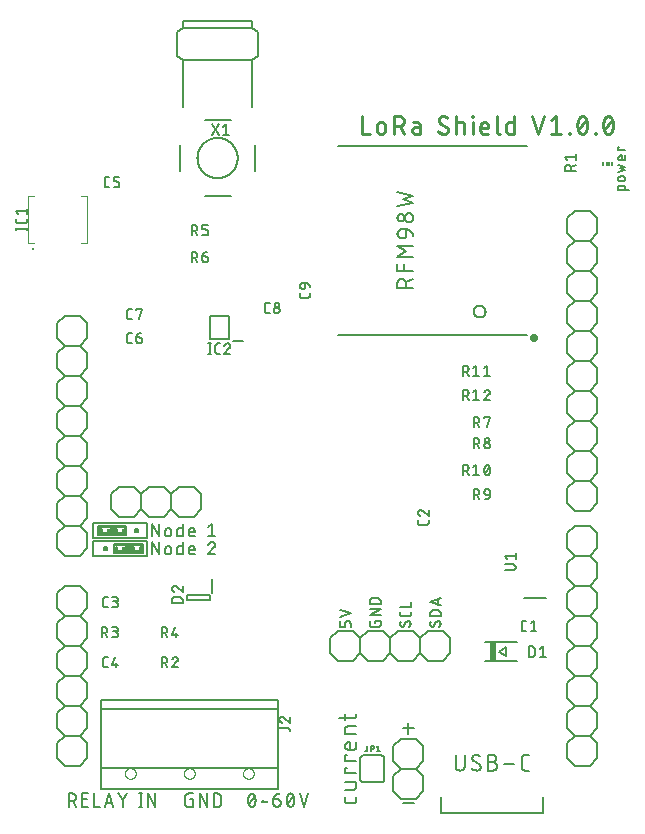
<source format=gbr>
G04 EAGLE Gerber RS-274X export*
G75*
%MOMM*%
%FSLAX34Y34*%
%LPD*%
%INSilkscreen Top*%
%IPPOS*%
%AMOC8*
5,1,8,0,0,1.08239X$1,22.5*%
G01*
%ADD10C,0.177800*%
%ADD11C,0.127000*%
%ADD12C,0.203200*%
%ADD13C,0.152400*%
%ADD14C,0.279400*%
%ADD15R,0.500000X1.600000*%
%ADD16R,0.150000X0.300000*%
%ADD17R,0.300000X0.300000*%
%ADD18C,0.200000*%
%ADD19C,0.718419*%
%ADD20C,0.100000*%
%ADD21C,0.076200*%


D10*
X413471Y85471D02*
X413471Y75748D01*
X413472Y75748D02*
X413474Y75627D01*
X413480Y75506D01*
X413490Y75385D01*
X413503Y75265D01*
X413521Y75145D01*
X413542Y75026D01*
X413568Y74908D01*
X413597Y74790D01*
X413630Y74673D01*
X413666Y74558D01*
X413707Y74444D01*
X413751Y74331D01*
X413799Y74220D01*
X413850Y74110D01*
X413905Y74002D01*
X413963Y73896D01*
X414025Y73792D01*
X414090Y73690D01*
X414158Y73590D01*
X414229Y73492D01*
X414304Y73397D01*
X414382Y73304D01*
X414462Y73213D01*
X414546Y73126D01*
X414632Y73041D01*
X414721Y72959D01*
X414813Y72879D01*
X414907Y72803D01*
X415003Y72730D01*
X415102Y72660D01*
X415203Y72594D01*
X415307Y72530D01*
X415412Y72470D01*
X415519Y72414D01*
X415628Y72361D01*
X415738Y72311D01*
X415850Y72265D01*
X415964Y72223D01*
X416079Y72185D01*
X416195Y72150D01*
X416312Y72119D01*
X416430Y72092D01*
X416548Y72068D01*
X416668Y72049D01*
X416788Y72033D01*
X416909Y72021D01*
X417029Y72013D01*
X417150Y72009D01*
X417272Y72009D01*
X417393Y72013D01*
X417513Y72021D01*
X417634Y72033D01*
X417754Y72049D01*
X417874Y72068D01*
X417992Y72092D01*
X418110Y72119D01*
X418227Y72150D01*
X418343Y72185D01*
X418458Y72223D01*
X418572Y72265D01*
X418684Y72311D01*
X418794Y72361D01*
X418903Y72414D01*
X419010Y72470D01*
X419115Y72530D01*
X419219Y72594D01*
X419320Y72660D01*
X419419Y72730D01*
X419515Y72803D01*
X419609Y72879D01*
X419701Y72959D01*
X419790Y73041D01*
X419876Y73126D01*
X419960Y73213D01*
X420040Y73304D01*
X420118Y73397D01*
X420193Y73492D01*
X420264Y73590D01*
X420332Y73690D01*
X420397Y73792D01*
X420459Y73896D01*
X420517Y74002D01*
X420572Y74110D01*
X420623Y74220D01*
X420671Y74331D01*
X420715Y74444D01*
X420756Y74558D01*
X420792Y74673D01*
X420825Y74790D01*
X420854Y74908D01*
X420880Y75026D01*
X420901Y75145D01*
X420919Y75265D01*
X420932Y75385D01*
X420942Y75506D01*
X420948Y75627D01*
X420950Y75748D01*
X420950Y85471D01*
X431647Y72009D02*
X431754Y72011D01*
X431860Y72017D01*
X431967Y72026D01*
X432073Y72039D01*
X432178Y72057D01*
X432283Y72077D01*
X432387Y72102D01*
X432490Y72130D01*
X432592Y72162D01*
X432693Y72198D01*
X432792Y72237D01*
X432890Y72279D01*
X432986Y72325D01*
X433081Y72375D01*
X433174Y72428D01*
X433265Y72484D01*
X433353Y72543D01*
X433440Y72606D01*
X433524Y72671D01*
X433606Y72740D01*
X433686Y72811D01*
X433763Y72885D01*
X433837Y72962D01*
X433908Y73042D01*
X433977Y73124D01*
X434042Y73208D01*
X434105Y73295D01*
X434164Y73383D01*
X434220Y73474D01*
X434273Y73567D01*
X434323Y73662D01*
X434369Y73758D01*
X434411Y73856D01*
X434450Y73955D01*
X434486Y74056D01*
X434518Y74158D01*
X434546Y74261D01*
X434571Y74365D01*
X434591Y74470D01*
X434609Y74575D01*
X434622Y74681D01*
X434631Y74788D01*
X434637Y74894D01*
X434639Y75001D01*
X431647Y72009D02*
X431491Y72011D01*
X431335Y72017D01*
X431180Y72026D01*
X431024Y72040D01*
X430869Y72057D01*
X430715Y72078D01*
X430561Y72103D01*
X430408Y72132D01*
X430255Y72164D01*
X430103Y72200D01*
X429953Y72240D01*
X429803Y72284D01*
X429654Y72331D01*
X429507Y72382D01*
X429361Y72437D01*
X429216Y72495D01*
X429073Y72557D01*
X428931Y72622D01*
X428791Y72691D01*
X428653Y72763D01*
X428517Y72839D01*
X428382Y72918D01*
X428250Y73000D01*
X428119Y73085D01*
X427991Y73174D01*
X427865Y73266D01*
X427741Y73360D01*
X427620Y73458D01*
X427501Y73559D01*
X427384Y73663D01*
X427271Y73769D01*
X427159Y73879D01*
X427533Y82479D02*
X427535Y82586D01*
X427541Y82692D01*
X427550Y82799D01*
X427563Y82905D01*
X427581Y83010D01*
X427601Y83115D01*
X427626Y83219D01*
X427654Y83322D01*
X427686Y83424D01*
X427722Y83525D01*
X427761Y83624D01*
X427803Y83722D01*
X427849Y83818D01*
X427899Y83913D01*
X427952Y84006D01*
X428008Y84097D01*
X428067Y84185D01*
X428130Y84272D01*
X428195Y84356D01*
X428264Y84438D01*
X428335Y84518D01*
X428409Y84595D01*
X428486Y84669D01*
X428566Y84740D01*
X428648Y84809D01*
X428732Y84874D01*
X428819Y84937D01*
X428907Y84996D01*
X428998Y85052D01*
X429091Y85105D01*
X429186Y85155D01*
X429282Y85201D01*
X429380Y85243D01*
X429479Y85282D01*
X429580Y85318D01*
X429682Y85350D01*
X429785Y85378D01*
X429889Y85403D01*
X429994Y85423D01*
X430099Y85441D01*
X430205Y85454D01*
X430312Y85463D01*
X430418Y85469D01*
X430525Y85471D01*
X430669Y85469D01*
X430814Y85464D01*
X430958Y85454D01*
X431101Y85441D01*
X431245Y85425D01*
X431388Y85404D01*
X431530Y85380D01*
X431672Y85352D01*
X431813Y85321D01*
X431953Y85286D01*
X432092Y85248D01*
X432230Y85206D01*
X432367Y85160D01*
X432503Y85111D01*
X432637Y85058D01*
X432770Y85002D01*
X432902Y84943D01*
X433032Y84880D01*
X433160Y84813D01*
X433287Y84744D01*
X433411Y84671D01*
X433534Y84595D01*
X433655Y84516D01*
X433774Y84434D01*
X433890Y84349D01*
X429030Y79862D02*
X428937Y79919D01*
X428846Y79979D01*
X428758Y80042D01*
X428672Y80109D01*
X428588Y80178D01*
X428507Y80251D01*
X428429Y80326D01*
X428353Y80404D01*
X428280Y80485D01*
X428210Y80568D01*
X428143Y80654D01*
X428080Y80742D01*
X428019Y80832D01*
X427962Y80925D01*
X427908Y81019D01*
X427857Y81115D01*
X427810Y81214D01*
X427767Y81313D01*
X427727Y81414D01*
X427690Y81517D01*
X427658Y81621D01*
X427629Y81726D01*
X427604Y81831D01*
X427583Y81938D01*
X427565Y82045D01*
X427552Y82153D01*
X427542Y82262D01*
X427536Y82370D01*
X427534Y82479D01*
X433142Y77618D02*
X433235Y77561D01*
X433326Y77501D01*
X433414Y77438D01*
X433500Y77371D01*
X433584Y77302D01*
X433665Y77229D01*
X433743Y77154D01*
X433819Y77076D01*
X433892Y76995D01*
X433962Y76912D01*
X434029Y76826D01*
X434092Y76738D01*
X434153Y76648D01*
X434210Y76555D01*
X434264Y76461D01*
X434315Y76364D01*
X434362Y76266D01*
X434405Y76167D01*
X434445Y76066D01*
X434482Y75963D01*
X434514Y75859D01*
X434543Y75754D01*
X434568Y75649D01*
X434589Y75542D01*
X434607Y75435D01*
X434620Y75327D01*
X434630Y75218D01*
X434636Y75110D01*
X434638Y75001D01*
X433143Y77618D02*
X429029Y79862D01*
X441095Y79488D02*
X444835Y79488D01*
X444835Y79487D02*
X444956Y79485D01*
X445077Y79479D01*
X445198Y79469D01*
X445318Y79456D01*
X445438Y79438D01*
X445557Y79417D01*
X445675Y79391D01*
X445793Y79362D01*
X445910Y79329D01*
X446025Y79293D01*
X446139Y79252D01*
X446252Y79208D01*
X446363Y79160D01*
X446473Y79109D01*
X446581Y79054D01*
X446687Y78996D01*
X446791Y78934D01*
X446893Y78869D01*
X446993Y78801D01*
X447091Y78730D01*
X447186Y78655D01*
X447279Y78577D01*
X447370Y78497D01*
X447457Y78413D01*
X447542Y78327D01*
X447624Y78238D01*
X447704Y78146D01*
X447780Y78052D01*
X447853Y77956D01*
X447923Y77857D01*
X447989Y77756D01*
X448053Y77652D01*
X448113Y77547D01*
X448169Y77440D01*
X448222Y77331D01*
X448272Y77221D01*
X448318Y77109D01*
X448360Y76995D01*
X448398Y76880D01*
X448433Y76764D01*
X448464Y76647D01*
X448491Y76529D01*
X448515Y76411D01*
X448534Y76291D01*
X448550Y76171D01*
X448562Y76050D01*
X448570Y75930D01*
X448574Y75809D01*
X448574Y75687D01*
X448570Y75566D01*
X448562Y75446D01*
X448550Y75325D01*
X448534Y75205D01*
X448515Y75085D01*
X448491Y74967D01*
X448464Y74849D01*
X448433Y74732D01*
X448398Y74616D01*
X448360Y74501D01*
X448318Y74387D01*
X448272Y74275D01*
X448222Y74165D01*
X448169Y74056D01*
X448113Y73949D01*
X448053Y73844D01*
X447989Y73740D01*
X447923Y73639D01*
X447853Y73540D01*
X447780Y73444D01*
X447704Y73350D01*
X447624Y73258D01*
X447542Y73169D01*
X447457Y73083D01*
X447370Y72999D01*
X447279Y72919D01*
X447186Y72841D01*
X447091Y72766D01*
X446993Y72695D01*
X446893Y72627D01*
X446791Y72562D01*
X446687Y72500D01*
X446581Y72442D01*
X446473Y72387D01*
X446363Y72336D01*
X446252Y72288D01*
X446139Y72244D01*
X446025Y72203D01*
X445910Y72167D01*
X445793Y72134D01*
X445675Y72105D01*
X445557Y72079D01*
X445438Y72058D01*
X445318Y72040D01*
X445198Y72027D01*
X445077Y72017D01*
X444956Y72011D01*
X444835Y72009D01*
X441095Y72009D01*
X441095Y85471D01*
X444835Y85471D01*
X444943Y85469D01*
X445051Y85463D01*
X445158Y85453D01*
X445266Y85440D01*
X445372Y85422D01*
X445478Y85401D01*
X445583Y85376D01*
X445687Y85347D01*
X445790Y85314D01*
X445892Y85278D01*
X445992Y85238D01*
X446091Y85194D01*
X446189Y85147D01*
X446284Y85097D01*
X446378Y85043D01*
X446469Y84985D01*
X446559Y84925D01*
X446646Y84861D01*
X446730Y84794D01*
X446813Y84724D01*
X446893Y84651D01*
X446970Y84575D01*
X447044Y84497D01*
X447115Y84416D01*
X447184Y84332D01*
X447249Y84246D01*
X447311Y84158D01*
X447370Y84068D01*
X447426Y83975D01*
X447478Y83880D01*
X447527Y83784D01*
X447573Y83686D01*
X447614Y83586D01*
X447653Y83485D01*
X447687Y83383D01*
X447718Y83279D01*
X447745Y83175D01*
X447768Y83069D01*
X447788Y82963D01*
X447803Y82856D01*
X447815Y82749D01*
X447823Y82641D01*
X447827Y82533D01*
X447827Y82425D01*
X447823Y82317D01*
X447815Y82209D01*
X447803Y82102D01*
X447788Y81995D01*
X447768Y81889D01*
X447745Y81783D01*
X447718Y81679D01*
X447687Y81575D01*
X447653Y81473D01*
X447614Y81372D01*
X447573Y81272D01*
X447527Y81174D01*
X447478Y81078D01*
X447426Y80983D01*
X447370Y80890D01*
X447311Y80800D01*
X447249Y80712D01*
X447184Y80626D01*
X447115Y80542D01*
X447044Y80461D01*
X446970Y80383D01*
X446893Y80307D01*
X446813Y80234D01*
X446730Y80164D01*
X446646Y80097D01*
X446559Y80033D01*
X446469Y79973D01*
X446378Y79915D01*
X446284Y79861D01*
X446189Y79811D01*
X446091Y79764D01*
X445992Y79720D01*
X445892Y79680D01*
X445790Y79644D01*
X445687Y79611D01*
X445583Y79582D01*
X445478Y79557D01*
X445372Y79536D01*
X445266Y79518D01*
X445158Y79505D01*
X445051Y79495D01*
X444943Y79489D01*
X444835Y79487D01*
X454245Y77244D02*
X463220Y77244D01*
X472537Y72009D02*
X475529Y72009D01*
X472537Y72009D02*
X472430Y72011D01*
X472324Y72017D01*
X472217Y72026D01*
X472111Y72039D01*
X472006Y72057D01*
X471901Y72077D01*
X471797Y72102D01*
X471694Y72130D01*
X471592Y72162D01*
X471491Y72198D01*
X471392Y72237D01*
X471294Y72279D01*
X471198Y72325D01*
X471103Y72375D01*
X471010Y72428D01*
X470919Y72484D01*
X470831Y72543D01*
X470744Y72606D01*
X470660Y72671D01*
X470578Y72740D01*
X470498Y72811D01*
X470421Y72885D01*
X470347Y72962D01*
X470276Y73042D01*
X470207Y73124D01*
X470142Y73208D01*
X470079Y73295D01*
X470020Y73383D01*
X469964Y73474D01*
X469911Y73567D01*
X469861Y73662D01*
X469815Y73758D01*
X469773Y73856D01*
X469734Y73955D01*
X469698Y74056D01*
X469666Y74158D01*
X469638Y74261D01*
X469613Y74365D01*
X469593Y74470D01*
X469575Y74575D01*
X469562Y74681D01*
X469553Y74788D01*
X469547Y74894D01*
X469545Y75001D01*
X469546Y75001D02*
X469546Y82479D01*
X469545Y82479D02*
X469547Y82588D01*
X469553Y82697D01*
X469563Y82806D01*
X469577Y82915D01*
X469595Y83022D01*
X469617Y83130D01*
X469642Y83236D01*
X469672Y83341D01*
X469705Y83445D01*
X469742Y83548D01*
X469783Y83649D01*
X469828Y83749D01*
X469876Y83847D01*
X469928Y83943D01*
X469983Y84038D01*
X470042Y84130D01*
X470104Y84220D01*
X470169Y84308D01*
X470237Y84393D01*
X470309Y84476D01*
X470383Y84556D01*
X470460Y84633D01*
X470540Y84707D01*
X470623Y84779D01*
X470708Y84847D01*
X470796Y84912D01*
X470886Y84974D01*
X470978Y85033D01*
X471073Y85088D01*
X471169Y85140D01*
X471267Y85188D01*
X471367Y85233D01*
X471468Y85274D01*
X471571Y85311D01*
X471675Y85344D01*
X471780Y85374D01*
X471886Y85399D01*
X471994Y85421D01*
X472101Y85439D01*
X472210Y85453D01*
X472319Y85463D01*
X472428Y85469D01*
X472537Y85471D01*
X475529Y85471D01*
D11*
X324485Y193675D02*
X324485Y196638D01*
X324483Y196727D01*
X324477Y196815D01*
X324467Y196903D01*
X324453Y196991D01*
X324435Y197078D01*
X324414Y197164D01*
X324388Y197249D01*
X324359Y197332D01*
X324326Y197415D01*
X324289Y197495D01*
X324249Y197574D01*
X324205Y197651D01*
X324158Y197727D01*
X324108Y197799D01*
X324054Y197870D01*
X323997Y197938D01*
X323937Y198004D01*
X323875Y198066D01*
X323809Y198126D01*
X323741Y198183D01*
X323670Y198237D01*
X323598Y198287D01*
X323523Y198334D01*
X323445Y198378D01*
X323366Y198418D01*
X323286Y198455D01*
X323203Y198488D01*
X323120Y198517D01*
X323035Y198543D01*
X322949Y198564D01*
X322862Y198582D01*
X322774Y198596D01*
X322686Y198606D01*
X322598Y198612D01*
X322509Y198614D01*
X321522Y198614D01*
X321436Y198612D01*
X321350Y198606D01*
X321264Y198597D01*
X321179Y198584D01*
X321094Y198567D01*
X321011Y198547D01*
X320928Y198523D01*
X320846Y198495D01*
X320766Y198464D01*
X320687Y198429D01*
X320610Y198391D01*
X320534Y198349D01*
X320460Y198305D01*
X320389Y198257D01*
X320319Y198206D01*
X320252Y198152D01*
X320187Y198095D01*
X320125Y198035D01*
X320065Y197973D01*
X320008Y197908D01*
X319954Y197841D01*
X319903Y197771D01*
X319855Y197700D01*
X319811Y197626D01*
X319769Y197550D01*
X319731Y197473D01*
X319696Y197394D01*
X319665Y197314D01*
X319637Y197232D01*
X319613Y197149D01*
X319593Y197066D01*
X319576Y196981D01*
X319563Y196896D01*
X319554Y196810D01*
X319548Y196724D01*
X319546Y196638D01*
X319546Y193675D01*
X315595Y193675D01*
X315595Y198614D01*
X315595Y202325D02*
X324485Y205288D01*
X315595Y208252D01*
X344946Y198614D02*
X344946Y197132D01*
X344946Y198614D02*
X349885Y198614D01*
X349885Y195651D01*
X349883Y195562D01*
X349877Y195474D01*
X349867Y195386D01*
X349853Y195298D01*
X349835Y195211D01*
X349814Y195125D01*
X349788Y195040D01*
X349759Y194957D01*
X349726Y194874D01*
X349689Y194794D01*
X349649Y194715D01*
X349605Y194638D01*
X349558Y194562D01*
X349508Y194490D01*
X349454Y194419D01*
X349397Y194351D01*
X349337Y194285D01*
X349275Y194223D01*
X349209Y194163D01*
X349141Y194106D01*
X349070Y194052D01*
X348998Y194002D01*
X348923Y193955D01*
X348845Y193911D01*
X348766Y193871D01*
X348686Y193834D01*
X348603Y193801D01*
X348520Y193772D01*
X348435Y193746D01*
X348349Y193725D01*
X348262Y193707D01*
X348174Y193693D01*
X348086Y193683D01*
X347998Y193677D01*
X347909Y193675D01*
X342971Y193675D01*
X342882Y193677D01*
X342794Y193683D01*
X342706Y193693D01*
X342618Y193707D01*
X342531Y193725D01*
X342445Y193746D01*
X342360Y193772D01*
X342277Y193801D01*
X342194Y193834D01*
X342114Y193871D01*
X342035Y193911D01*
X341958Y193955D01*
X341882Y194002D01*
X341810Y194052D01*
X341739Y194106D01*
X341671Y194163D01*
X341605Y194223D01*
X341543Y194285D01*
X341483Y194351D01*
X341426Y194419D01*
X341372Y194490D01*
X341322Y194562D01*
X341275Y194637D01*
X341231Y194715D01*
X341191Y194794D01*
X341154Y194874D01*
X341121Y194957D01*
X341092Y195040D01*
X341066Y195125D01*
X341045Y195211D01*
X341027Y195298D01*
X341013Y195386D01*
X341003Y195474D01*
X340997Y195562D01*
X340995Y195651D01*
X340995Y198614D01*
X340995Y203429D02*
X349885Y203429D01*
X349885Y208367D02*
X340995Y203429D01*
X340995Y208367D02*
X349885Y208367D01*
X349885Y213182D02*
X340995Y213182D01*
X340995Y215652D01*
X340997Y215749D01*
X341003Y215846D01*
X341012Y215942D01*
X341025Y216038D01*
X341042Y216134D01*
X341063Y216228D01*
X341088Y216322D01*
X341116Y216415D01*
X341148Y216507D01*
X341183Y216597D01*
X341222Y216686D01*
X341264Y216773D01*
X341310Y216858D01*
X341359Y216942D01*
X341411Y217024D01*
X341467Y217103D01*
X341525Y217181D01*
X341587Y217255D01*
X341651Y217328D01*
X341718Y217398D01*
X341788Y217465D01*
X341861Y217529D01*
X341935Y217591D01*
X342013Y217649D01*
X342092Y217705D01*
X342174Y217757D01*
X342258Y217806D01*
X342343Y217852D01*
X342430Y217894D01*
X342519Y217933D01*
X342609Y217968D01*
X342701Y218000D01*
X342794Y218028D01*
X342888Y218053D01*
X342982Y218074D01*
X343078Y218091D01*
X343174Y218104D01*
X343270Y218113D01*
X343367Y218119D01*
X343464Y218121D01*
X347416Y218121D01*
X347513Y218119D01*
X347610Y218113D01*
X347706Y218104D01*
X347802Y218091D01*
X347898Y218074D01*
X347992Y218053D01*
X348086Y218028D01*
X348179Y218000D01*
X348271Y217968D01*
X348361Y217933D01*
X348450Y217894D01*
X348537Y217852D01*
X348622Y217806D01*
X348706Y217757D01*
X348788Y217705D01*
X348867Y217649D01*
X348945Y217591D01*
X349019Y217529D01*
X349092Y217465D01*
X349162Y217398D01*
X349229Y217328D01*
X349293Y217255D01*
X349355Y217181D01*
X349413Y217103D01*
X349469Y217024D01*
X349521Y216942D01*
X349570Y216858D01*
X349616Y216773D01*
X349658Y216686D01*
X349697Y216597D01*
X349732Y216507D01*
X349764Y216415D01*
X349792Y216322D01*
X349817Y216228D01*
X349838Y216134D01*
X349855Y216038D01*
X349868Y215942D01*
X349877Y215846D01*
X349883Y215749D01*
X349885Y215652D01*
X349885Y213182D01*
X373309Y198614D02*
X373395Y198612D01*
X373481Y198606D01*
X373567Y198597D01*
X373652Y198584D01*
X373737Y198567D01*
X373820Y198547D01*
X373903Y198523D01*
X373985Y198495D01*
X374065Y198464D01*
X374144Y198429D01*
X374221Y198391D01*
X374297Y198349D01*
X374371Y198305D01*
X374442Y198257D01*
X374512Y198206D01*
X374579Y198152D01*
X374644Y198095D01*
X374706Y198035D01*
X374766Y197973D01*
X374823Y197908D01*
X374877Y197841D01*
X374928Y197771D01*
X374976Y197700D01*
X375020Y197626D01*
X375062Y197550D01*
X375100Y197473D01*
X375135Y197394D01*
X375166Y197314D01*
X375194Y197232D01*
X375218Y197149D01*
X375238Y197066D01*
X375255Y196981D01*
X375268Y196896D01*
X375277Y196810D01*
X375283Y196724D01*
X375285Y196638D01*
X375286Y196638D02*
X375284Y196511D01*
X375278Y196385D01*
X375269Y196258D01*
X375255Y196132D01*
X375238Y196007D01*
X375217Y195882D01*
X375192Y195757D01*
X375163Y195634D01*
X375131Y195511D01*
X375095Y195390D01*
X375055Y195269D01*
X375012Y195150D01*
X374965Y195033D01*
X374914Y194916D01*
X374860Y194802D01*
X374803Y194689D01*
X374742Y194578D01*
X374678Y194468D01*
X374610Y194361D01*
X374540Y194256D01*
X374466Y194153D01*
X374389Y194052D01*
X374309Y193954D01*
X374226Y193858D01*
X374140Y193765D01*
X374051Y193674D01*
X368371Y193922D02*
X368285Y193924D01*
X368199Y193930D01*
X368113Y193939D01*
X368028Y193952D01*
X367943Y193969D01*
X367860Y193989D01*
X367777Y194013D01*
X367695Y194041D01*
X367615Y194072D01*
X367536Y194107D01*
X367459Y194145D01*
X367383Y194187D01*
X367309Y194231D01*
X367238Y194279D01*
X367168Y194330D01*
X367101Y194384D01*
X367036Y194441D01*
X366974Y194501D01*
X366914Y194563D01*
X366857Y194628D01*
X366803Y194695D01*
X366752Y194765D01*
X366704Y194836D01*
X366660Y194910D01*
X366618Y194986D01*
X366580Y195063D01*
X366545Y195142D01*
X366514Y195222D01*
X366486Y195304D01*
X366462Y195387D01*
X366442Y195470D01*
X366425Y195555D01*
X366412Y195640D01*
X366403Y195726D01*
X366397Y195812D01*
X366395Y195898D01*
X366397Y196017D01*
X366403Y196136D01*
X366412Y196255D01*
X366426Y196373D01*
X366443Y196491D01*
X366464Y196609D01*
X366489Y196725D01*
X366517Y196841D01*
X366549Y196956D01*
X366585Y197069D01*
X366625Y197182D01*
X366668Y197293D01*
X366714Y197403D01*
X366764Y197511D01*
X366818Y197617D01*
X366875Y197722D01*
X366935Y197824D01*
X366999Y197925D01*
X367066Y198024D01*
X367136Y198120D01*
X370099Y194910D02*
X370054Y194836D01*
X370005Y194764D01*
X369953Y194694D01*
X369898Y194627D01*
X369840Y194562D01*
X369780Y194500D01*
X369717Y194441D01*
X369651Y194384D01*
X369583Y194330D01*
X369513Y194279D01*
X369441Y194231D01*
X369366Y194186D01*
X369290Y194145D01*
X369212Y194107D01*
X369132Y194072D01*
X369051Y194041D01*
X368969Y194013D01*
X368886Y193989D01*
X368802Y193969D01*
X368716Y193952D01*
X368631Y193939D01*
X368544Y193930D01*
X368458Y193924D01*
X368371Y193922D01*
X371581Y197625D02*
X371626Y197699D01*
X371675Y197771D01*
X371727Y197841D01*
X371782Y197908D01*
X371840Y197973D01*
X371900Y198035D01*
X371963Y198095D01*
X372029Y198151D01*
X372097Y198205D01*
X372167Y198256D01*
X372239Y198304D01*
X372314Y198349D01*
X372390Y198390D01*
X372468Y198428D01*
X372548Y198463D01*
X372629Y198494D01*
X372711Y198522D01*
X372794Y198546D01*
X372878Y198566D01*
X372964Y198583D01*
X373049Y198596D01*
X373136Y198605D01*
X373222Y198611D01*
X373309Y198613D01*
X371581Y197626D02*
X370099Y194910D01*
X375285Y204456D02*
X375285Y206431D01*
X375285Y204456D02*
X375283Y204367D01*
X375277Y204279D01*
X375267Y204191D01*
X375253Y204103D01*
X375235Y204016D01*
X375214Y203930D01*
X375188Y203845D01*
X375159Y203762D01*
X375126Y203679D01*
X375089Y203599D01*
X375049Y203520D01*
X375005Y203443D01*
X374958Y203367D01*
X374908Y203295D01*
X374854Y203224D01*
X374797Y203156D01*
X374737Y203090D01*
X374675Y203028D01*
X374609Y202968D01*
X374541Y202911D01*
X374470Y202857D01*
X374398Y202807D01*
X374323Y202760D01*
X374245Y202716D01*
X374166Y202676D01*
X374086Y202639D01*
X374003Y202606D01*
X373920Y202577D01*
X373835Y202551D01*
X373749Y202530D01*
X373662Y202512D01*
X373574Y202498D01*
X373486Y202488D01*
X373398Y202482D01*
X373309Y202480D01*
X368371Y202480D01*
X368282Y202482D01*
X368194Y202488D01*
X368106Y202498D01*
X368018Y202512D01*
X367931Y202530D01*
X367845Y202551D01*
X367760Y202577D01*
X367677Y202606D01*
X367594Y202639D01*
X367514Y202676D01*
X367435Y202716D01*
X367358Y202760D01*
X367282Y202807D01*
X367210Y202857D01*
X367139Y202911D01*
X367071Y202968D01*
X367005Y203028D01*
X366943Y203090D01*
X366883Y203156D01*
X366826Y203224D01*
X366772Y203295D01*
X366722Y203367D01*
X366675Y203442D01*
X366631Y203520D01*
X366591Y203599D01*
X366554Y203679D01*
X366521Y203762D01*
X366492Y203845D01*
X366466Y203930D01*
X366445Y204016D01*
X366427Y204103D01*
X366413Y204191D01*
X366403Y204279D01*
X366397Y204367D01*
X366395Y204456D01*
X366395Y206431D01*
X366395Y210462D02*
X375285Y210462D01*
X375285Y214413D01*
X398709Y198614D02*
X398795Y198612D01*
X398881Y198606D01*
X398967Y198597D01*
X399052Y198584D01*
X399137Y198567D01*
X399220Y198547D01*
X399303Y198523D01*
X399385Y198495D01*
X399465Y198464D01*
X399544Y198429D01*
X399621Y198391D01*
X399697Y198349D01*
X399771Y198305D01*
X399842Y198257D01*
X399912Y198206D01*
X399979Y198152D01*
X400044Y198095D01*
X400106Y198035D01*
X400166Y197973D01*
X400223Y197908D01*
X400277Y197841D01*
X400328Y197771D01*
X400376Y197700D01*
X400420Y197626D01*
X400462Y197550D01*
X400500Y197473D01*
X400535Y197394D01*
X400566Y197314D01*
X400594Y197232D01*
X400618Y197149D01*
X400638Y197066D01*
X400655Y196981D01*
X400668Y196896D01*
X400677Y196810D01*
X400683Y196724D01*
X400685Y196638D01*
X400686Y196638D02*
X400684Y196511D01*
X400678Y196385D01*
X400669Y196258D01*
X400655Y196132D01*
X400638Y196007D01*
X400617Y195882D01*
X400592Y195757D01*
X400563Y195634D01*
X400531Y195511D01*
X400495Y195390D01*
X400455Y195269D01*
X400412Y195150D01*
X400365Y195033D01*
X400314Y194916D01*
X400260Y194802D01*
X400203Y194689D01*
X400142Y194578D01*
X400078Y194468D01*
X400010Y194361D01*
X399940Y194256D01*
X399866Y194153D01*
X399789Y194052D01*
X399709Y193954D01*
X399626Y193858D01*
X399540Y193765D01*
X399451Y193674D01*
X393771Y193922D02*
X393685Y193924D01*
X393599Y193930D01*
X393513Y193939D01*
X393428Y193952D01*
X393343Y193969D01*
X393260Y193989D01*
X393177Y194013D01*
X393095Y194041D01*
X393015Y194072D01*
X392936Y194107D01*
X392859Y194145D01*
X392783Y194187D01*
X392709Y194231D01*
X392638Y194279D01*
X392568Y194330D01*
X392501Y194384D01*
X392436Y194441D01*
X392374Y194501D01*
X392314Y194563D01*
X392257Y194628D01*
X392203Y194695D01*
X392152Y194765D01*
X392104Y194836D01*
X392060Y194910D01*
X392018Y194986D01*
X391980Y195063D01*
X391945Y195142D01*
X391914Y195222D01*
X391886Y195304D01*
X391862Y195387D01*
X391842Y195470D01*
X391825Y195555D01*
X391812Y195640D01*
X391803Y195726D01*
X391797Y195812D01*
X391795Y195898D01*
X391797Y196017D01*
X391803Y196136D01*
X391812Y196255D01*
X391826Y196373D01*
X391843Y196491D01*
X391864Y196609D01*
X391889Y196725D01*
X391917Y196841D01*
X391949Y196956D01*
X391985Y197069D01*
X392025Y197182D01*
X392068Y197293D01*
X392114Y197403D01*
X392164Y197511D01*
X392218Y197617D01*
X392275Y197722D01*
X392335Y197824D01*
X392399Y197925D01*
X392466Y198024D01*
X392536Y198120D01*
X395499Y194910D02*
X395454Y194836D01*
X395405Y194764D01*
X395353Y194694D01*
X395298Y194627D01*
X395240Y194562D01*
X395180Y194500D01*
X395117Y194441D01*
X395051Y194384D01*
X394983Y194330D01*
X394913Y194279D01*
X394841Y194231D01*
X394766Y194186D01*
X394690Y194145D01*
X394612Y194107D01*
X394532Y194072D01*
X394451Y194041D01*
X394369Y194013D01*
X394286Y193989D01*
X394202Y193969D01*
X394116Y193952D01*
X394031Y193939D01*
X393944Y193930D01*
X393858Y193924D01*
X393771Y193922D01*
X396981Y197625D02*
X397026Y197699D01*
X397075Y197771D01*
X397127Y197841D01*
X397182Y197908D01*
X397240Y197973D01*
X397300Y198035D01*
X397363Y198095D01*
X397429Y198151D01*
X397497Y198205D01*
X397567Y198256D01*
X397639Y198304D01*
X397714Y198349D01*
X397790Y198390D01*
X397868Y198428D01*
X397948Y198463D01*
X398029Y198494D01*
X398111Y198522D01*
X398194Y198546D01*
X398278Y198566D01*
X398364Y198583D01*
X398449Y198596D01*
X398536Y198605D01*
X398622Y198611D01*
X398709Y198613D01*
X396981Y197626D02*
X395499Y194910D01*
X391795Y202819D02*
X400685Y202819D01*
X391795Y202819D02*
X391795Y205288D01*
X391797Y205385D01*
X391803Y205482D01*
X391812Y205578D01*
X391825Y205674D01*
X391842Y205770D01*
X391863Y205864D01*
X391888Y205958D01*
X391916Y206051D01*
X391948Y206143D01*
X391983Y206233D01*
X392022Y206322D01*
X392064Y206409D01*
X392110Y206494D01*
X392159Y206578D01*
X392211Y206660D01*
X392267Y206739D01*
X392325Y206817D01*
X392387Y206891D01*
X392451Y206964D01*
X392518Y207034D01*
X392588Y207101D01*
X392661Y207165D01*
X392735Y207227D01*
X392813Y207285D01*
X392892Y207341D01*
X392974Y207393D01*
X393058Y207442D01*
X393143Y207488D01*
X393230Y207530D01*
X393319Y207569D01*
X393409Y207604D01*
X393501Y207636D01*
X393594Y207664D01*
X393688Y207689D01*
X393782Y207710D01*
X393878Y207727D01*
X393974Y207740D01*
X394070Y207749D01*
X394167Y207755D01*
X394264Y207757D01*
X394264Y207758D02*
X398216Y207758D01*
X398216Y207757D02*
X398313Y207755D01*
X398410Y207749D01*
X398506Y207740D01*
X398602Y207727D01*
X398698Y207710D01*
X398792Y207689D01*
X398886Y207664D01*
X398979Y207636D01*
X399071Y207604D01*
X399161Y207569D01*
X399250Y207530D01*
X399337Y207488D01*
X399422Y207442D01*
X399506Y207393D01*
X399588Y207341D01*
X399667Y207285D01*
X399745Y207227D01*
X399819Y207165D01*
X399892Y207101D01*
X399962Y207034D01*
X400029Y206964D01*
X400093Y206891D01*
X400155Y206817D01*
X400213Y206739D01*
X400269Y206660D01*
X400321Y206578D01*
X400370Y206494D01*
X400416Y206409D01*
X400458Y206322D01*
X400497Y206233D01*
X400532Y206143D01*
X400564Y206051D01*
X400592Y205958D01*
X400617Y205864D01*
X400638Y205770D01*
X400655Y205674D01*
X400668Y205578D01*
X400677Y205482D01*
X400683Y205385D01*
X400685Y205288D01*
X400685Y202819D01*
X400685Y211774D02*
X391795Y214737D01*
X400685Y217701D01*
X398463Y216960D02*
X398463Y212515D01*
D12*
X329184Y49826D02*
X329184Y46609D01*
X329182Y46512D01*
X329176Y46415D01*
X329166Y46318D01*
X329153Y46222D01*
X329135Y46126D01*
X329114Y46032D01*
X329089Y45938D01*
X329060Y45845D01*
X329027Y45753D01*
X328991Y45663D01*
X328951Y45575D01*
X328908Y45488D01*
X328861Y45402D01*
X328810Y45319D01*
X328757Y45238D01*
X328700Y45159D01*
X328640Y45083D01*
X328577Y45009D01*
X328511Y44937D01*
X328443Y44869D01*
X328371Y44803D01*
X328297Y44740D01*
X328221Y44680D01*
X328142Y44623D01*
X328061Y44570D01*
X327978Y44519D01*
X327892Y44472D01*
X327805Y44429D01*
X327717Y44389D01*
X327627Y44353D01*
X327535Y44320D01*
X327442Y44291D01*
X327348Y44266D01*
X327254Y44245D01*
X327158Y44227D01*
X327062Y44214D01*
X326965Y44204D01*
X326868Y44198D01*
X326771Y44196D01*
X321945Y44196D01*
X321848Y44198D01*
X321751Y44204D01*
X321654Y44214D01*
X321558Y44227D01*
X321462Y44245D01*
X321368Y44266D01*
X321274Y44291D01*
X321181Y44320D01*
X321089Y44353D01*
X320999Y44389D01*
X320911Y44429D01*
X320824Y44472D01*
X320739Y44519D01*
X320655Y44570D01*
X320574Y44623D01*
X320495Y44680D01*
X320419Y44740D01*
X320345Y44803D01*
X320273Y44869D01*
X320205Y44937D01*
X320139Y45009D01*
X320076Y45083D01*
X320016Y45159D01*
X319959Y45238D01*
X319906Y45319D01*
X319855Y45403D01*
X319808Y45488D01*
X319765Y45575D01*
X319725Y45663D01*
X319689Y45753D01*
X319656Y45845D01*
X319627Y45938D01*
X319602Y46032D01*
X319581Y46126D01*
X319563Y46222D01*
X319550Y46318D01*
X319540Y46415D01*
X319534Y46512D01*
X319532Y46609D01*
X319532Y49826D01*
X319532Y55912D02*
X326771Y55912D01*
X326868Y55914D01*
X326965Y55920D01*
X327062Y55930D01*
X327158Y55943D01*
X327254Y55961D01*
X327348Y55982D01*
X327442Y56007D01*
X327535Y56036D01*
X327627Y56069D01*
X327717Y56105D01*
X327805Y56145D01*
X327892Y56188D01*
X327978Y56235D01*
X328061Y56286D01*
X328142Y56339D01*
X328221Y56396D01*
X328297Y56456D01*
X328371Y56519D01*
X328443Y56585D01*
X328511Y56653D01*
X328577Y56725D01*
X328640Y56799D01*
X328700Y56875D01*
X328757Y56954D01*
X328810Y57035D01*
X328861Y57118D01*
X328908Y57204D01*
X328951Y57291D01*
X328991Y57379D01*
X329027Y57469D01*
X329060Y57561D01*
X329089Y57654D01*
X329114Y57748D01*
X329135Y57842D01*
X329153Y57938D01*
X329166Y58034D01*
X329176Y58131D01*
X329182Y58228D01*
X329184Y58325D01*
X329184Y62347D01*
X319532Y62347D01*
X319532Y69710D02*
X329184Y69710D01*
X319532Y69710D02*
X319532Y74536D01*
X321141Y74536D01*
X319532Y79981D02*
X329184Y79981D01*
X319532Y79981D02*
X319532Y84807D01*
X321141Y84807D01*
X329184Y92071D02*
X329184Y96093D01*
X329184Y92071D02*
X329182Y91974D01*
X329176Y91877D01*
X329166Y91780D01*
X329153Y91684D01*
X329135Y91588D01*
X329114Y91494D01*
X329089Y91400D01*
X329060Y91307D01*
X329027Y91215D01*
X328991Y91125D01*
X328951Y91037D01*
X328908Y90950D01*
X328861Y90864D01*
X328810Y90781D01*
X328757Y90700D01*
X328700Y90621D01*
X328640Y90545D01*
X328577Y90471D01*
X328511Y90399D01*
X328443Y90331D01*
X328371Y90265D01*
X328297Y90202D01*
X328221Y90142D01*
X328142Y90085D01*
X328061Y90032D01*
X327978Y89981D01*
X327892Y89934D01*
X327805Y89891D01*
X327717Y89851D01*
X327627Y89815D01*
X327535Y89782D01*
X327442Y89753D01*
X327348Y89728D01*
X327254Y89707D01*
X327158Y89689D01*
X327062Y89676D01*
X326965Y89666D01*
X326868Y89660D01*
X326771Y89658D01*
X322749Y89658D01*
X322637Y89660D01*
X322525Y89666D01*
X322413Y89676D01*
X322301Y89689D01*
X322190Y89707D01*
X322080Y89728D01*
X321971Y89754D01*
X321862Y89783D01*
X321755Y89815D01*
X321649Y89852D01*
X321544Y89892D01*
X321441Y89936D01*
X321339Y89984D01*
X321239Y90035D01*
X321141Y90089D01*
X321044Y90147D01*
X320950Y90208D01*
X320858Y90272D01*
X320768Y90340D01*
X320681Y90411D01*
X320596Y90484D01*
X320514Y90561D01*
X320435Y90640D01*
X320358Y90722D01*
X320285Y90807D01*
X320214Y90894D01*
X320146Y90984D01*
X320082Y91076D01*
X320021Y91170D01*
X319963Y91266D01*
X319909Y91365D01*
X319858Y91465D01*
X319810Y91567D01*
X319766Y91670D01*
X319726Y91775D01*
X319689Y91881D01*
X319657Y91988D01*
X319628Y92097D01*
X319602Y92206D01*
X319581Y92316D01*
X319563Y92427D01*
X319550Y92539D01*
X319540Y92651D01*
X319534Y92763D01*
X319532Y92875D01*
X319534Y92987D01*
X319540Y93099D01*
X319550Y93211D01*
X319563Y93323D01*
X319581Y93434D01*
X319602Y93544D01*
X319628Y93653D01*
X319657Y93762D01*
X319689Y93869D01*
X319726Y93975D01*
X319766Y94080D01*
X319810Y94183D01*
X319858Y94285D01*
X319909Y94385D01*
X319963Y94484D01*
X320021Y94580D01*
X320082Y94674D01*
X320146Y94766D01*
X320214Y94856D01*
X320285Y94943D01*
X320358Y95028D01*
X320435Y95110D01*
X320514Y95189D01*
X320596Y95266D01*
X320681Y95339D01*
X320768Y95410D01*
X320858Y95478D01*
X320950Y95542D01*
X321044Y95603D01*
X321141Y95661D01*
X321239Y95715D01*
X321339Y95766D01*
X321441Y95814D01*
X321544Y95858D01*
X321649Y95898D01*
X321755Y95935D01*
X321862Y95967D01*
X321971Y95996D01*
X322080Y96022D01*
X322190Y96043D01*
X322301Y96061D01*
X322413Y96074D01*
X322525Y96084D01*
X322637Y96090D01*
X322749Y96092D01*
X322749Y96093D02*
X324358Y96093D01*
X324358Y89658D01*
X329184Y102863D02*
X319532Y102863D01*
X319532Y106884D01*
X319534Y106981D01*
X319540Y107078D01*
X319550Y107175D01*
X319563Y107271D01*
X319581Y107367D01*
X319602Y107461D01*
X319627Y107555D01*
X319656Y107648D01*
X319689Y107740D01*
X319725Y107830D01*
X319765Y107918D01*
X319808Y108005D01*
X319855Y108091D01*
X319906Y108174D01*
X319959Y108255D01*
X320016Y108334D01*
X320076Y108410D01*
X320139Y108484D01*
X320205Y108556D01*
X320273Y108624D01*
X320345Y108690D01*
X320419Y108753D01*
X320495Y108813D01*
X320574Y108870D01*
X320655Y108923D01*
X320739Y108974D01*
X320824Y109021D01*
X320911Y109064D01*
X320999Y109104D01*
X321089Y109140D01*
X321181Y109173D01*
X321274Y109202D01*
X321368Y109227D01*
X321462Y109248D01*
X321558Y109266D01*
X321654Y109279D01*
X321751Y109289D01*
X321848Y109295D01*
X321945Y109297D01*
X329184Y109297D01*
X319532Y114772D02*
X319532Y119598D01*
X314706Y116380D02*
X326771Y116380D01*
X326868Y116382D01*
X326965Y116388D01*
X327062Y116398D01*
X327158Y116411D01*
X327254Y116429D01*
X327348Y116450D01*
X327442Y116475D01*
X327535Y116504D01*
X327627Y116537D01*
X327717Y116573D01*
X327805Y116613D01*
X327892Y116656D01*
X327978Y116703D01*
X328061Y116754D01*
X328142Y116807D01*
X328221Y116864D01*
X328297Y116924D01*
X328371Y116987D01*
X328443Y117053D01*
X328511Y117121D01*
X328577Y117193D01*
X328640Y117267D01*
X328700Y117343D01*
X328757Y117422D01*
X328810Y117503D01*
X328861Y117586D01*
X328908Y117672D01*
X328951Y117759D01*
X328991Y117847D01*
X329027Y117937D01*
X329060Y118029D01*
X329089Y118122D01*
X329114Y118216D01*
X329135Y118310D01*
X329153Y118406D01*
X329166Y118502D01*
X329176Y118599D01*
X329182Y118696D01*
X329184Y118793D01*
X329184Y119598D01*
D13*
X152400Y281940D02*
X106680Y281940D01*
X152400Y281940D02*
X152400Y269240D01*
X106680Y269240D01*
X106680Y281940D01*
X106680Y266700D02*
X152400Y266700D01*
X152400Y254000D01*
X106680Y254000D01*
X106680Y266700D01*
X110490Y271780D02*
X110490Y279400D01*
X110490Y271780D02*
X134620Y271780D01*
X134620Y279400D01*
X110490Y279400D01*
X142240Y276860D02*
X144780Y276860D01*
X144780Y275590D01*
X144780Y274320D01*
X142240Y274320D01*
X142240Y275590D01*
X142240Y276860D01*
X118110Y261620D02*
X115570Y261620D01*
X118110Y261620D02*
X118110Y260350D01*
X118110Y259080D01*
X115570Y259080D01*
X115570Y260350D01*
X115570Y261620D01*
X111760Y278130D02*
X133350Y278130D01*
X133350Y273050D01*
X111760Y273050D01*
X111760Y276860D01*
X114300Y276860D01*
X114300Y274320D01*
X110490Y274320D01*
X110490Y275590D01*
X113030Y275590D01*
X119380Y276860D02*
X119380Y274320D01*
X127000Y274320D01*
X127000Y276860D01*
X120650Y276860D01*
X120650Y275590D01*
X125730Y275590D01*
X132080Y276860D02*
X132080Y274320D01*
X124460Y264160D02*
X124460Y256540D01*
X148590Y256540D01*
X148590Y264160D01*
X124460Y264160D01*
X125730Y262890D02*
X147320Y262890D01*
X147320Y257810D01*
X125730Y257810D01*
X125730Y261620D01*
X127000Y261620D01*
X127000Y259080D01*
X124460Y259080D01*
X124460Y260350D01*
X125730Y260350D01*
X132080Y261620D02*
X132080Y259080D01*
X140970Y259080D01*
X140970Y261620D01*
X133350Y261620D01*
X133350Y260350D01*
X139700Y260350D01*
X146050Y259080D02*
X148590Y259080D01*
X146050Y259080D02*
X146050Y261620D01*
X148590Y261620D01*
X148590Y260350D01*
X147320Y260350D01*
D12*
X155956Y270256D02*
X155956Y280924D01*
X161883Y270256D01*
X161883Y280924D01*
X167598Y274997D02*
X167598Y272627D01*
X167597Y274997D02*
X167599Y275094D01*
X167605Y275190D01*
X167615Y275286D01*
X167629Y275382D01*
X167646Y275477D01*
X167668Y275572D01*
X167693Y275665D01*
X167722Y275757D01*
X167755Y275848D01*
X167792Y275938D01*
X167832Y276026D01*
X167876Y276112D01*
X167923Y276196D01*
X167973Y276279D01*
X168027Y276359D01*
X168085Y276437D01*
X168145Y276513D01*
X168208Y276586D01*
X168274Y276656D01*
X168344Y276724D01*
X168415Y276789D01*
X168490Y276851D01*
X168567Y276909D01*
X168646Y276965D01*
X168727Y277017D01*
X168811Y277066D01*
X168896Y277112D01*
X168983Y277154D01*
X169072Y277192D01*
X169162Y277227D01*
X169254Y277258D01*
X169347Y277285D01*
X169440Y277309D01*
X169535Y277328D01*
X169631Y277344D01*
X169727Y277356D01*
X169823Y277364D01*
X169920Y277368D01*
X170016Y277368D01*
X170113Y277364D01*
X170209Y277356D01*
X170305Y277344D01*
X170401Y277328D01*
X170496Y277309D01*
X170589Y277285D01*
X170682Y277258D01*
X170774Y277227D01*
X170864Y277192D01*
X170953Y277154D01*
X171040Y277112D01*
X171125Y277066D01*
X171209Y277017D01*
X171290Y276965D01*
X171369Y276909D01*
X171446Y276851D01*
X171521Y276789D01*
X171592Y276724D01*
X171662Y276656D01*
X171728Y276586D01*
X171791Y276513D01*
X171851Y276437D01*
X171909Y276359D01*
X171963Y276279D01*
X172013Y276196D01*
X172060Y276112D01*
X172104Y276026D01*
X172144Y275938D01*
X172181Y275848D01*
X172214Y275757D01*
X172243Y275665D01*
X172268Y275572D01*
X172290Y275477D01*
X172307Y275382D01*
X172321Y275286D01*
X172331Y275190D01*
X172337Y275094D01*
X172339Y274997D01*
X172339Y272627D01*
X172337Y272530D01*
X172331Y272434D01*
X172321Y272338D01*
X172307Y272242D01*
X172290Y272147D01*
X172268Y272052D01*
X172243Y271959D01*
X172214Y271867D01*
X172181Y271776D01*
X172144Y271686D01*
X172104Y271598D01*
X172060Y271512D01*
X172013Y271428D01*
X171963Y271345D01*
X171909Y271265D01*
X171851Y271187D01*
X171791Y271111D01*
X171728Y271038D01*
X171662Y270968D01*
X171592Y270900D01*
X171521Y270835D01*
X171446Y270773D01*
X171369Y270715D01*
X171290Y270659D01*
X171209Y270607D01*
X171125Y270558D01*
X171040Y270512D01*
X170953Y270470D01*
X170864Y270432D01*
X170774Y270397D01*
X170682Y270366D01*
X170589Y270339D01*
X170496Y270315D01*
X170401Y270296D01*
X170305Y270280D01*
X170209Y270268D01*
X170113Y270260D01*
X170016Y270256D01*
X169920Y270256D01*
X169823Y270260D01*
X169727Y270268D01*
X169631Y270280D01*
X169535Y270296D01*
X169440Y270315D01*
X169347Y270339D01*
X169254Y270366D01*
X169162Y270397D01*
X169072Y270432D01*
X168983Y270470D01*
X168896Y270512D01*
X168811Y270558D01*
X168727Y270607D01*
X168646Y270659D01*
X168567Y270715D01*
X168490Y270773D01*
X168415Y270835D01*
X168344Y270900D01*
X168274Y270968D01*
X168208Y271038D01*
X168145Y271111D01*
X168085Y271187D01*
X168027Y271265D01*
X167973Y271345D01*
X167923Y271428D01*
X167876Y271512D01*
X167832Y271598D01*
X167792Y271686D01*
X167755Y271776D01*
X167722Y271867D01*
X167693Y271959D01*
X167668Y272052D01*
X167646Y272147D01*
X167629Y272242D01*
X167615Y272338D01*
X167605Y272434D01*
X167599Y272530D01*
X167597Y272627D01*
X182157Y270256D02*
X182157Y280924D01*
X182157Y270256D02*
X179193Y270256D01*
X179111Y270258D01*
X179029Y270264D01*
X178947Y270273D01*
X178866Y270286D01*
X178786Y270303D01*
X178706Y270324D01*
X178628Y270348D01*
X178551Y270376D01*
X178475Y270407D01*
X178400Y270442D01*
X178328Y270481D01*
X178257Y270522D01*
X178188Y270567D01*
X178122Y270615D01*
X178057Y270666D01*
X177995Y270720D01*
X177936Y270777D01*
X177879Y270836D01*
X177825Y270898D01*
X177774Y270963D01*
X177726Y271029D01*
X177681Y271098D01*
X177640Y271169D01*
X177601Y271241D01*
X177566Y271316D01*
X177535Y271392D01*
X177507Y271469D01*
X177483Y271547D01*
X177462Y271627D01*
X177445Y271707D01*
X177432Y271788D01*
X177423Y271870D01*
X177417Y271952D01*
X177415Y272034D01*
X177415Y275590D01*
X177417Y275672D01*
X177423Y275754D01*
X177432Y275836D01*
X177445Y275917D01*
X177462Y275997D01*
X177483Y276077D01*
X177507Y276155D01*
X177535Y276232D01*
X177566Y276308D01*
X177601Y276383D01*
X177640Y276455D01*
X177681Y276526D01*
X177726Y276595D01*
X177774Y276661D01*
X177825Y276726D01*
X177879Y276788D01*
X177936Y276847D01*
X177995Y276904D01*
X178057Y276958D01*
X178122Y277009D01*
X178188Y277057D01*
X178257Y277102D01*
X178328Y277143D01*
X178400Y277182D01*
X178475Y277217D01*
X178551Y277248D01*
X178628Y277276D01*
X178706Y277300D01*
X178786Y277321D01*
X178866Y277338D01*
X178947Y277351D01*
X179029Y277360D01*
X179111Y277366D01*
X179193Y277368D01*
X182157Y277368D01*
X189569Y270256D02*
X192532Y270256D01*
X189569Y270256D02*
X189487Y270258D01*
X189405Y270264D01*
X189323Y270273D01*
X189242Y270286D01*
X189162Y270303D01*
X189082Y270324D01*
X189004Y270348D01*
X188927Y270376D01*
X188851Y270407D01*
X188776Y270442D01*
X188704Y270481D01*
X188633Y270522D01*
X188564Y270567D01*
X188498Y270615D01*
X188433Y270666D01*
X188371Y270720D01*
X188312Y270777D01*
X188255Y270836D01*
X188201Y270898D01*
X188150Y270963D01*
X188102Y271029D01*
X188057Y271098D01*
X188016Y271169D01*
X187977Y271241D01*
X187942Y271316D01*
X187911Y271392D01*
X187883Y271469D01*
X187859Y271547D01*
X187838Y271627D01*
X187821Y271707D01*
X187808Y271788D01*
X187799Y271870D01*
X187793Y271952D01*
X187791Y272034D01*
X187791Y274997D01*
X187790Y274997D02*
X187792Y275094D01*
X187798Y275190D01*
X187808Y275286D01*
X187822Y275382D01*
X187839Y275477D01*
X187861Y275572D01*
X187886Y275665D01*
X187915Y275757D01*
X187948Y275848D01*
X187985Y275938D01*
X188025Y276026D01*
X188069Y276112D01*
X188116Y276196D01*
X188166Y276279D01*
X188220Y276359D01*
X188278Y276437D01*
X188338Y276513D01*
X188401Y276586D01*
X188467Y276656D01*
X188537Y276724D01*
X188608Y276789D01*
X188683Y276851D01*
X188760Y276909D01*
X188839Y276965D01*
X188920Y277017D01*
X189004Y277066D01*
X189089Y277112D01*
X189176Y277154D01*
X189265Y277192D01*
X189355Y277227D01*
X189447Y277258D01*
X189540Y277285D01*
X189633Y277309D01*
X189728Y277328D01*
X189824Y277344D01*
X189920Y277356D01*
X190016Y277364D01*
X190113Y277368D01*
X190209Y277368D01*
X190306Y277364D01*
X190402Y277356D01*
X190498Y277344D01*
X190594Y277328D01*
X190689Y277309D01*
X190782Y277285D01*
X190875Y277258D01*
X190967Y277227D01*
X191057Y277192D01*
X191146Y277154D01*
X191233Y277112D01*
X191318Y277066D01*
X191402Y277017D01*
X191483Y276965D01*
X191562Y276909D01*
X191639Y276851D01*
X191714Y276789D01*
X191785Y276724D01*
X191855Y276656D01*
X191921Y276586D01*
X191984Y276513D01*
X192044Y276437D01*
X192102Y276359D01*
X192156Y276279D01*
X192206Y276196D01*
X192253Y276112D01*
X192297Y276026D01*
X192337Y275938D01*
X192374Y275848D01*
X192407Y275757D01*
X192436Y275665D01*
X192461Y275572D01*
X192483Y275477D01*
X192500Y275382D01*
X192514Y275286D01*
X192524Y275190D01*
X192530Y275094D01*
X192532Y274997D01*
X192532Y273812D01*
X187791Y273812D01*
X203962Y278553D02*
X206925Y280924D01*
X206925Y270256D01*
X203962Y270256D02*
X209889Y270256D01*
X155956Y265684D02*
X155956Y255016D01*
X161883Y255016D02*
X155956Y265684D01*
X161883Y265684D02*
X161883Y255016D01*
X167598Y257387D02*
X167598Y259757D01*
X167597Y259757D02*
X167599Y259854D01*
X167605Y259950D01*
X167615Y260046D01*
X167629Y260142D01*
X167646Y260237D01*
X167668Y260332D01*
X167693Y260425D01*
X167722Y260517D01*
X167755Y260608D01*
X167792Y260698D01*
X167832Y260786D01*
X167876Y260872D01*
X167923Y260956D01*
X167973Y261039D01*
X168027Y261119D01*
X168085Y261197D01*
X168145Y261273D01*
X168208Y261346D01*
X168274Y261416D01*
X168344Y261484D01*
X168415Y261549D01*
X168490Y261611D01*
X168567Y261669D01*
X168646Y261725D01*
X168727Y261777D01*
X168811Y261826D01*
X168896Y261872D01*
X168983Y261914D01*
X169072Y261952D01*
X169162Y261987D01*
X169254Y262018D01*
X169347Y262045D01*
X169440Y262069D01*
X169535Y262088D01*
X169631Y262104D01*
X169727Y262116D01*
X169823Y262124D01*
X169920Y262128D01*
X170016Y262128D01*
X170113Y262124D01*
X170209Y262116D01*
X170305Y262104D01*
X170401Y262088D01*
X170496Y262069D01*
X170589Y262045D01*
X170682Y262018D01*
X170774Y261987D01*
X170864Y261952D01*
X170953Y261914D01*
X171040Y261872D01*
X171125Y261826D01*
X171209Y261777D01*
X171290Y261725D01*
X171369Y261669D01*
X171446Y261611D01*
X171521Y261549D01*
X171592Y261484D01*
X171662Y261416D01*
X171728Y261346D01*
X171791Y261273D01*
X171851Y261197D01*
X171909Y261119D01*
X171963Y261039D01*
X172013Y260956D01*
X172060Y260872D01*
X172104Y260786D01*
X172144Y260698D01*
X172181Y260608D01*
X172214Y260517D01*
X172243Y260425D01*
X172268Y260332D01*
X172290Y260237D01*
X172307Y260142D01*
X172321Y260046D01*
X172331Y259950D01*
X172337Y259854D01*
X172339Y259757D01*
X172339Y257387D01*
X172337Y257290D01*
X172331Y257194D01*
X172321Y257098D01*
X172307Y257002D01*
X172290Y256907D01*
X172268Y256812D01*
X172243Y256719D01*
X172214Y256627D01*
X172181Y256536D01*
X172144Y256446D01*
X172104Y256358D01*
X172060Y256272D01*
X172013Y256188D01*
X171963Y256105D01*
X171909Y256025D01*
X171851Y255947D01*
X171791Y255871D01*
X171728Y255798D01*
X171662Y255728D01*
X171592Y255660D01*
X171521Y255595D01*
X171446Y255533D01*
X171369Y255475D01*
X171290Y255419D01*
X171209Y255367D01*
X171125Y255318D01*
X171040Y255272D01*
X170953Y255230D01*
X170864Y255192D01*
X170774Y255157D01*
X170682Y255126D01*
X170589Y255099D01*
X170496Y255075D01*
X170401Y255056D01*
X170305Y255040D01*
X170209Y255028D01*
X170113Y255020D01*
X170016Y255016D01*
X169920Y255016D01*
X169823Y255020D01*
X169727Y255028D01*
X169631Y255040D01*
X169535Y255056D01*
X169440Y255075D01*
X169347Y255099D01*
X169254Y255126D01*
X169162Y255157D01*
X169072Y255192D01*
X168983Y255230D01*
X168896Y255272D01*
X168811Y255318D01*
X168727Y255367D01*
X168646Y255419D01*
X168567Y255475D01*
X168490Y255533D01*
X168415Y255595D01*
X168344Y255660D01*
X168274Y255728D01*
X168208Y255798D01*
X168145Y255871D01*
X168085Y255947D01*
X168027Y256025D01*
X167973Y256105D01*
X167923Y256188D01*
X167876Y256272D01*
X167832Y256358D01*
X167792Y256446D01*
X167755Y256536D01*
X167722Y256627D01*
X167693Y256719D01*
X167668Y256812D01*
X167646Y256907D01*
X167629Y257002D01*
X167615Y257098D01*
X167605Y257194D01*
X167599Y257290D01*
X167597Y257387D01*
X182157Y255016D02*
X182157Y265684D01*
X182157Y255016D02*
X179193Y255016D01*
X179111Y255018D01*
X179029Y255024D01*
X178947Y255033D01*
X178866Y255046D01*
X178786Y255063D01*
X178706Y255084D01*
X178628Y255108D01*
X178551Y255136D01*
X178475Y255167D01*
X178400Y255202D01*
X178328Y255241D01*
X178257Y255282D01*
X178188Y255327D01*
X178122Y255375D01*
X178057Y255426D01*
X177995Y255480D01*
X177936Y255537D01*
X177879Y255596D01*
X177825Y255658D01*
X177774Y255723D01*
X177726Y255789D01*
X177681Y255858D01*
X177640Y255929D01*
X177601Y256001D01*
X177566Y256076D01*
X177535Y256152D01*
X177507Y256229D01*
X177483Y256307D01*
X177462Y256387D01*
X177445Y256467D01*
X177432Y256548D01*
X177423Y256630D01*
X177417Y256712D01*
X177415Y256794D01*
X177415Y260350D01*
X177417Y260432D01*
X177423Y260514D01*
X177432Y260596D01*
X177445Y260677D01*
X177462Y260757D01*
X177483Y260837D01*
X177507Y260915D01*
X177535Y260992D01*
X177566Y261068D01*
X177601Y261143D01*
X177640Y261215D01*
X177681Y261286D01*
X177726Y261355D01*
X177774Y261421D01*
X177825Y261486D01*
X177879Y261548D01*
X177936Y261607D01*
X177995Y261664D01*
X178057Y261718D01*
X178122Y261769D01*
X178188Y261817D01*
X178257Y261862D01*
X178328Y261903D01*
X178400Y261942D01*
X178475Y261977D01*
X178551Y262008D01*
X178628Y262036D01*
X178706Y262060D01*
X178786Y262081D01*
X178866Y262098D01*
X178947Y262111D01*
X179029Y262120D01*
X179111Y262126D01*
X179193Y262128D01*
X182157Y262128D01*
X189569Y255016D02*
X192532Y255016D01*
X189569Y255016D02*
X189487Y255018D01*
X189405Y255024D01*
X189323Y255033D01*
X189242Y255046D01*
X189162Y255063D01*
X189082Y255084D01*
X189004Y255108D01*
X188927Y255136D01*
X188851Y255167D01*
X188776Y255202D01*
X188704Y255241D01*
X188633Y255282D01*
X188564Y255327D01*
X188498Y255375D01*
X188433Y255426D01*
X188371Y255480D01*
X188312Y255537D01*
X188255Y255596D01*
X188201Y255658D01*
X188150Y255723D01*
X188102Y255789D01*
X188057Y255858D01*
X188016Y255929D01*
X187977Y256001D01*
X187942Y256076D01*
X187911Y256152D01*
X187883Y256229D01*
X187859Y256307D01*
X187838Y256387D01*
X187821Y256467D01*
X187808Y256548D01*
X187799Y256630D01*
X187793Y256712D01*
X187791Y256794D01*
X187791Y259757D01*
X187790Y259757D02*
X187792Y259854D01*
X187798Y259950D01*
X187808Y260046D01*
X187822Y260142D01*
X187839Y260237D01*
X187861Y260332D01*
X187886Y260425D01*
X187915Y260517D01*
X187948Y260608D01*
X187985Y260698D01*
X188025Y260786D01*
X188069Y260872D01*
X188116Y260956D01*
X188166Y261039D01*
X188220Y261119D01*
X188278Y261197D01*
X188338Y261273D01*
X188401Y261346D01*
X188467Y261416D01*
X188537Y261484D01*
X188608Y261549D01*
X188683Y261611D01*
X188760Y261669D01*
X188839Y261725D01*
X188920Y261777D01*
X189004Y261826D01*
X189089Y261872D01*
X189176Y261914D01*
X189265Y261952D01*
X189355Y261987D01*
X189447Y262018D01*
X189540Y262045D01*
X189633Y262069D01*
X189728Y262088D01*
X189824Y262104D01*
X189920Y262116D01*
X190016Y262124D01*
X190113Y262128D01*
X190209Y262128D01*
X190306Y262124D01*
X190402Y262116D01*
X190498Y262104D01*
X190594Y262088D01*
X190689Y262069D01*
X190782Y262045D01*
X190875Y262018D01*
X190967Y261987D01*
X191057Y261952D01*
X191146Y261914D01*
X191233Y261872D01*
X191318Y261826D01*
X191402Y261777D01*
X191483Y261725D01*
X191562Y261669D01*
X191639Y261611D01*
X191714Y261549D01*
X191785Y261484D01*
X191855Y261416D01*
X191921Y261346D01*
X191984Y261273D01*
X192044Y261197D01*
X192102Y261119D01*
X192156Y261039D01*
X192206Y260956D01*
X192253Y260872D01*
X192297Y260786D01*
X192337Y260698D01*
X192374Y260608D01*
X192407Y260517D01*
X192436Y260425D01*
X192461Y260332D01*
X192483Y260237D01*
X192500Y260142D01*
X192514Y260046D01*
X192524Y259950D01*
X192530Y259854D01*
X192532Y259757D01*
X192532Y258572D01*
X187791Y258572D01*
X207222Y265684D02*
X207324Y265682D01*
X207426Y265676D01*
X207528Y265666D01*
X207629Y265653D01*
X207730Y265635D01*
X207830Y265614D01*
X207929Y265589D01*
X208027Y265560D01*
X208123Y265527D01*
X208219Y265491D01*
X208313Y265451D01*
X208405Y265407D01*
X208496Y265360D01*
X208585Y265309D01*
X208672Y265256D01*
X208756Y265198D01*
X208839Y265138D01*
X208919Y265075D01*
X208996Y265008D01*
X209071Y264939D01*
X209144Y264866D01*
X209213Y264791D01*
X209280Y264714D01*
X209343Y264634D01*
X209403Y264551D01*
X209461Y264467D01*
X209514Y264380D01*
X209565Y264291D01*
X209612Y264200D01*
X209656Y264108D01*
X209696Y264014D01*
X209732Y263918D01*
X209765Y263822D01*
X209794Y263724D01*
X209819Y263625D01*
X209840Y263525D01*
X209858Y263424D01*
X209871Y263323D01*
X209881Y263221D01*
X209887Y263119D01*
X209889Y263017D01*
X207222Y265684D02*
X207106Y265682D01*
X206989Y265676D01*
X206873Y265666D01*
X206758Y265652D01*
X206643Y265635D01*
X206528Y265613D01*
X206415Y265587D01*
X206302Y265558D01*
X206190Y265525D01*
X206080Y265488D01*
X205971Y265447D01*
X205863Y265403D01*
X205757Y265355D01*
X205653Y265303D01*
X205550Y265248D01*
X205449Y265190D01*
X205351Y265128D01*
X205254Y265063D01*
X205160Y264994D01*
X205068Y264922D01*
X204979Y264848D01*
X204892Y264770D01*
X204808Y264689D01*
X204727Y264606D01*
X204649Y264520D01*
X204573Y264431D01*
X204501Y264340D01*
X204432Y264246D01*
X204366Y264150D01*
X204303Y264052D01*
X204244Y263952D01*
X204188Y263850D01*
X204136Y263746D01*
X204087Y263640D01*
X204042Y263533D01*
X204000Y263424D01*
X203963Y263314D01*
X209000Y260942D02*
X209075Y261016D01*
X209147Y261093D01*
X209216Y261173D01*
X209283Y261255D01*
X209346Y261339D01*
X209406Y261426D01*
X209463Y261514D01*
X209517Y261605D01*
X209567Y261698D01*
X209614Y261792D01*
X209657Y261888D01*
X209697Y261986D01*
X209733Y262085D01*
X209766Y262185D01*
X209794Y262287D01*
X209819Y262389D01*
X209841Y262493D01*
X209858Y262597D01*
X209872Y262701D01*
X209881Y262806D01*
X209887Y262912D01*
X209889Y263017D01*
X209000Y260943D02*
X203962Y255016D01*
X209889Y255016D01*
D13*
X85704Y52578D02*
X85704Y41402D01*
X85704Y52578D02*
X88809Y52578D01*
X88920Y52576D01*
X89030Y52570D01*
X89141Y52560D01*
X89251Y52546D01*
X89360Y52529D01*
X89469Y52507D01*
X89577Y52482D01*
X89683Y52452D01*
X89789Y52419D01*
X89894Y52382D01*
X89997Y52342D01*
X90098Y52297D01*
X90198Y52250D01*
X90297Y52198D01*
X90393Y52143D01*
X90487Y52085D01*
X90579Y52024D01*
X90669Y51959D01*
X90757Y51891D01*
X90842Y51820D01*
X90924Y51746D01*
X91004Y51669D01*
X91081Y51589D01*
X91155Y51507D01*
X91226Y51422D01*
X91294Y51334D01*
X91359Y51244D01*
X91420Y51152D01*
X91478Y51058D01*
X91533Y50962D01*
X91585Y50863D01*
X91632Y50763D01*
X91677Y50662D01*
X91717Y50559D01*
X91754Y50454D01*
X91787Y50348D01*
X91817Y50242D01*
X91842Y50134D01*
X91864Y50025D01*
X91881Y49916D01*
X91895Y49806D01*
X91905Y49695D01*
X91911Y49585D01*
X91913Y49474D01*
X91911Y49363D01*
X91905Y49253D01*
X91895Y49142D01*
X91881Y49032D01*
X91864Y48923D01*
X91842Y48814D01*
X91817Y48706D01*
X91787Y48600D01*
X91754Y48494D01*
X91717Y48389D01*
X91677Y48286D01*
X91632Y48185D01*
X91585Y48085D01*
X91533Y47986D01*
X91478Y47890D01*
X91420Y47796D01*
X91359Y47704D01*
X91294Y47614D01*
X91226Y47526D01*
X91155Y47441D01*
X91081Y47359D01*
X91004Y47279D01*
X90924Y47202D01*
X90842Y47128D01*
X90757Y47057D01*
X90669Y46989D01*
X90579Y46924D01*
X90487Y46863D01*
X90393Y46805D01*
X90297Y46750D01*
X90198Y46698D01*
X90098Y46651D01*
X89997Y46606D01*
X89894Y46566D01*
X89789Y46529D01*
X89683Y46496D01*
X89577Y46466D01*
X89469Y46441D01*
X89360Y46419D01*
X89251Y46402D01*
X89141Y46388D01*
X89030Y46378D01*
X88920Y46372D01*
X88809Y46370D01*
X88809Y46369D02*
X85704Y46369D01*
X89430Y46369D02*
X91913Y41402D01*
X97452Y41402D02*
X102419Y41402D01*
X97452Y41402D02*
X97452Y52578D01*
X102419Y52578D01*
X101177Y47611D02*
X97452Y47611D01*
X107358Y52578D02*
X107358Y41402D01*
X112325Y41402D01*
X116233Y41402D02*
X119959Y52578D01*
X123684Y41402D01*
X122753Y44196D02*
X117165Y44196D01*
X127663Y52578D02*
X131389Y47300D01*
X135114Y52578D01*
X131389Y47300D02*
X131389Y41402D01*
X146629Y41402D02*
X146629Y52578D01*
X145387Y41402D02*
X147870Y41402D01*
X147870Y52578D02*
X145387Y52578D01*
X153049Y52578D02*
X153049Y41402D01*
X159258Y41402D02*
X153049Y52578D01*
X159258Y52578D02*
X159258Y41402D01*
X188891Y47611D02*
X190754Y47611D01*
X190754Y41402D01*
X187029Y41402D01*
X186931Y41404D01*
X186834Y41410D01*
X186737Y41419D01*
X186640Y41433D01*
X186544Y41450D01*
X186449Y41471D01*
X186355Y41495D01*
X186261Y41524D01*
X186169Y41556D01*
X186078Y41591D01*
X185989Y41630D01*
X185901Y41673D01*
X185815Y41719D01*
X185731Y41768D01*
X185649Y41821D01*
X185569Y41876D01*
X185491Y41935D01*
X185416Y41997D01*
X185343Y42062D01*
X185273Y42130D01*
X185205Y42200D01*
X185140Y42273D01*
X185078Y42348D01*
X185019Y42426D01*
X184964Y42506D01*
X184911Y42588D01*
X184862Y42672D01*
X184816Y42758D01*
X184773Y42846D01*
X184734Y42935D01*
X184699Y43026D01*
X184667Y43118D01*
X184638Y43212D01*
X184614Y43306D01*
X184593Y43401D01*
X184576Y43497D01*
X184562Y43594D01*
X184553Y43691D01*
X184547Y43788D01*
X184545Y43886D01*
X184545Y50094D01*
X184547Y50192D01*
X184553Y50289D01*
X184562Y50386D01*
X184576Y50483D01*
X184593Y50579D01*
X184614Y50674D01*
X184638Y50768D01*
X184667Y50862D01*
X184699Y50954D01*
X184734Y51045D01*
X184773Y51134D01*
X184816Y51222D01*
X184862Y51308D01*
X184911Y51392D01*
X184964Y51474D01*
X185019Y51554D01*
X185078Y51632D01*
X185140Y51707D01*
X185205Y51780D01*
X185273Y51850D01*
X185343Y51918D01*
X185416Y51983D01*
X185491Y52045D01*
X185569Y52104D01*
X185649Y52159D01*
X185731Y52212D01*
X185815Y52261D01*
X185901Y52307D01*
X185989Y52350D01*
X186078Y52389D01*
X186169Y52424D01*
X186261Y52456D01*
X186355Y52485D01*
X186449Y52509D01*
X186544Y52530D01*
X186640Y52547D01*
X186737Y52561D01*
X186834Y52570D01*
X186931Y52576D01*
X187029Y52578D01*
X190754Y52578D01*
X196737Y52578D02*
X196737Y41402D01*
X202946Y41402D02*
X196737Y52578D01*
X202946Y52578D02*
X202946Y41402D01*
X208929Y41402D02*
X208929Y52578D01*
X212034Y52578D01*
X212145Y52576D01*
X212255Y52570D01*
X212366Y52560D01*
X212476Y52546D01*
X212585Y52529D01*
X212694Y52507D01*
X212802Y52482D01*
X212908Y52452D01*
X213014Y52419D01*
X213119Y52382D01*
X213222Y52342D01*
X213323Y52297D01*
X213423Y52250D01*
X213522Y52198D01*
X213618Y52143D01*
X213712Y52085D01*
X213804Y52024D01*
X213894Y51959D01*
X213982Y51891D01*
X214067Y51820D01*
X214149Y51746D01*
X214229Y51669D01*
X214306Y51589D01*
X214380Y51507D01*
X214451Y51422D01*
X214519Y51334D01*
X214584Y51244D01*
X214645Y51152D01*
X214703Y51058D01*
X214758Y50962D01*
X214810Y50863D01*
X214857Y50763D01*
X214902Y50662D01*
X214942Y50559D01*
X214979Y50454D01*
X215012Y50348D01*
X215042Y50242D01*
X215067Y50134D01*
X215089Y50025D01*
X215106Y49916D01*
X215120Y49806D01*
X215130Y49695D01*
X215136Y49585D01*
X215138Y49474D01*
X215138Y44506D01*
X215136Y44395D01*
X215130Y44285D01*
X215120Y44174D01*
X215106Y44064D01*
X215089Y43955D01*
X215067Y43846D01*
X215042Y43738D01*
X215012Y43632D01*
X214979Y43526D01*
X214942Y43421D01*
X214902Y43318D01*
X214857Y43217D01*
X214810Y43117D01*
X214758Y43018D01*
X214703Y42922D01*
X214645Y42828D01*
X214584Y42736D01*
X214519Y42646D01*
X214451Y42558D01*
X214380Y42473D01*
X214306Y42391D01*
X214229Y42311D01*
X214149Y42234D01*
X214067Y42160D01*
X213982Y42089D01*
X213894Y42021D01*
X213804Y41956D01*
X213712Y41895D01*
X213618Y41837D01*
X213522Y41782D01*
X213423Y41730D01*
X213323Y41683D01*
X213222Y41638D01*
X213119Y41598D01*
X213014Y41561D01*
X212908Y41528D01*
X212802Y41498D01*
X212694Y41473D01*
X212585Y41451D01*
X212476Y41434D01*
X212366Y41420D01*
X212255Y41410D01*
X212145Y41404D01*
X212034Y41402D01*
X208929Y41402D01*
X237772Y46990D02*
X237775Y47210D01*
X237782Y47430D01*
X237796Y47649D01*
X237814Y47868D01*
X237838Y48087D01*
X237866Y48305D01*
X237900Y48522D01*
X237939Y48738D01*
X237984Y48954D01*
X238033Y49168D01*
X238088Y49381D01*
X238147Y49593D01*
X238212Y49803D01*
X238282Y50011D01*
X238356Y50218D01*
X238436Y50423D01*
X238520Y50626D01*
X238609Y50827D01*
X238703Y51026D01*
X238704Y51026D02*
X238737Y51115D01*
X238773Y51203D01*
X238813Y51289D01*
X238856Y51374D01*
X238903Y51456D01*
X238954Y51537D01*
X239007Y51615D01*
X239064Y51691D01*
X239124Y51765D01*
X239187Y51836D01*
X239252Y51905D01*
X239321Y51971D01*
X239392Y52033D01*
X239466Y52093D01*
X239542Y52150D01*
X239620Y52204D01*
X239701Y52254D01*
X239783Y52301D01*
X239868Y52344D01*
X239954Y52384D01*
X240042Y52421D01*
X240131Y52453D01*
X240221Y52482D01*
X240313Y52508D01*
X240405Y52529D01*
X240499Y52547D01*
X240593Y52560D01*
X240687Y52570D01*
X240782Y52576D01*
X240877Y52578D01*
X240972Y52576D01*
X241067Y52570D01*
X241161Y52560D01*
X241255Y52547D01*
X241349Y52529D01*
X241441Y52508D01*
X241533Y52482D01*
X241623Y52453D01*
X241712Y52421D01*
X241800Y52384D01*
X241886Y52344D01*
X241971Y52301D01*
X242053Y52254D01*
X242134Y52204D01*
X242212Y52150D01*
X242288Y52093D01*
X242362Y52033D01*
X242433Y51971D01*
X242502Y51905D01*
X242567Y51836D01*
X242630Y51765D01*
X242690Y51691D01*
X242747Y51615D01*
X242800Y51537D01*
X242851Y51456D01*
X242898Y51373D01*
X242941Y51289D01*
X242981Y51203D01*
X243017Y51115D01*
X243050Y51026D01*
X243051Y51026D02*
X243145Y50827D01*
X243234Y50626D01*
X243318Y50423D01*
X243398Y50218D01*
X243472Y50011D01*
X243542Y49803D01*
X243607Y49593D01*
X243666Y49381D01*
X243721Y49168D01*
X243770Y48954D01*
X243815Y48738D01*
X243854Y48522D01*
X243888Y48305D01*
X243916Y48087D01*
X243940Y47868D01*
X243958Y47649D01*
X243972Y47430D01*
X243979Y47210D01*
X243982Y46990D01*
X237772Y46990D02*
X237775Y46770D01*
X237782Y46550D01*
X237796Y46331D01*
X237814Y46112D01*
X237838Y45893D01*
X237866Y45675D01*
X237900Y45458D01*
X237939Y45242D01*
X237984Y45026D01*
X238033Y44812D01*
X238088Y44599D01*
X238147Y44388D01*
X238212Y44177D01*
X238282Y43969D01*
X238356Y43762D01*
X238436Y43557D01*
X238520Y43354D01*
X238609Y43153D01*
X238703Y42954D01*
X238704Y42954D02*
X238737Y42865D01*
X238773Y42777D01*
X238813Y42691D01*
X238856Y42606D01*
X238903Y42524D01*
X238954Y42443D01*
X239007Y42365D01*
X239064Y42289D01*
X239124Y42215D01*
X239187Y42144D01*
X239252Y42075D01*
X239321Y42009D01*
X239392Y41947D01*
X239466Y41887D01*
X239542Y41830D01*
X239620Y41776D01*
X239701Y41726D01*
X239783Y41679D01*
X239868Y41636D01*
X239954Y41596D01*
X240042Y41559D01*
X240131Y41527D01*
X240221Y41498D01*
X240313Y41472D01*
X240405Y41451D01*
X240499Y41433D01*
X240593Y41420D01*
X240687Y41410D01*
X240782Y41404D01*
X240877Y41402D01*
X243050Y42954D02*
X243144Y43153D01*
X243233Y43354D01*
X243317Y43557D01*
X243397Y43762D01*
X243471Y43969D01*
X243541Y44177D01*
X243606Y44387D01*
X243665Y44599D01*
X243720Y44812D01*
X243769Y45026D01*
X243814Y45242D01*
X243853Y45458D01*
X243887Y45675D01*
X243915Y45893D01*
X243939Y46112D01*
X243957Y46331D01*
X243971Y46550D01*
X243978Y46770D01*
X243981Y46990D01*
X243050Y42954D02*
X243017Y42865D01*
X242981Y42777D01*
X242941Y42691D01*
X242898Y42606D01*
X242851Y42524D01*
X242800Y42443D01*
X242747Y42365D01*
X242690Y42289D01*
X242630Y42215D01*
X242567Y42144D01*
X242502Y42075D01*
X242433Y42009D01*
X242362Y41947D01*
X242288Y41887D01*
X242212Y41830D01*
X242134Y41776D01*
X242053Y41726D01*
X241971Y41679D01*
X241886Y41636D01*
X241800Y41596D01*
X241712Y41559D01*
X241623Y41527D01*
X241533Y41498D01*
X241441Y41472D01*
X241349Y41451D01*
X241255Y41433D01*
X241161Y41420D01*
X241067Y41410D01*
X240972Y41404D01*
X240877Y41402D01*
X238393Y43886D02*
X243360Y50094D01*
X249061Y45127D02*
X249063Y45197D01*
X249069Y45266D01*
X249079Y45335D01*
X249092Y45403D01*
X249110Y45471D01*
X249131Y45537D01*
X249156Y45602D01*
X249184Y45666D01*
X249216Y45728D01*
X249251Y45788D01*
X249290Y45846D01*
X249332Y45901D01*
X249377Y45955D01*
X249425Y46005D01*
X249475Y46053D01*
X249529Y46098D01*
X249584Y46140D01*
X249642Y46179D01*
X249702Y46214D01*
X249764Y46246D01*
X249828Y46274D01*
X249893Y46299D01*
X249959Y46320D01*
X250027Y46338D01*
X250095Y46351D01*
X250164Y46361D01*
X250233Y46367D01*
X250303Y46369D01*
X250379Y46367D01*
X250454Y46362D01*
X250529Y46352D01*
X250604Y46340D01*
X250678Y46323D01*
X250751Y46303D01*
X250823Y46279D01*
X250894Y46252D01*
X250963Y46222D01*
X251031Y46188D01*
X251097Y46151D01*
X251161Y46110D01*
X251223Y46067D01*
X251283Y46021D01*
X251340Y45971D01*
X251395Y45919D01*
X251448Y45865D01*
X251498Y45808D01*
X251545Y45748D01*
X251544Y45749D02*
X251591Y45689D01*
X251641Y45632D01*
X251694Y45578D01*
X251749Y45526D01*
X251806Y45476D01*
X251866Y45430D01*
X251928Y45387D01*
X251992Y45346D01*
X252058Y45309D01*
X252126Y45275D01*
X252195Y45245D01*
X252266Y45218D01*
X252338Y45194D01*
X252411Y45174D01*
X252485Y45157D01*
X252560Y45145D01*
X252635Y45135D01*
X252710Y45130D01*
X252786Y45128D01*
X252786Y45127D02*
X252856Y45129D01*
X252925Y45135D01*
X252994Y45145D01*
X253062Y45158D01*
X253130Y45176D01*
X253196Y45197D01*
X253261Y45222D01*
X253325Y45250D01*
X253387Y45282D01*
X253447Y45317D01*
X253505Y45356D01*
X253560Y45398D01*
X253614Y45443D01*
X253664Y45491D01*
X253712Y45541D01*
X253757Y45595D01*
X253799Y45650D01*
X253838Y45708D01*
X253873Y45768D01*
X253905Y45830D01*
X253933Y45894D01*
X253958Y45959D01*
X253979Y46025D01*
X253997Y46093D01*
X254010Y46161D01*
X254020Y46230D01*
X254026Y46299D01*
X254028Y46369D01*
X259108Y47611D02*
X262834Y47611D01*
X262932Y47609D01*
X263029Y47603D01*
X263126Y47594D01*
X263223Y47580D01*
X263319Y47563D01*
X263414Y47542D01*
X263508Y47518D01*
X263602Y47489D01*
X263694Y47457D01*
X263785Y47422D01*
X263874Y47383D01*
X263962Y47340D01*
X264048Y47294D01*
X264132Y47245D01*
X264214Y47192D01*
X264294Y47137D01*
X264372Y47078D01*
X264447Y47016D01*
X264520Y46951D01*
X264590Y46883D01*
X264658Y46813D01*
X264723Y46740D01*
X264785Y46665D01*
X264844Y46587D01*
X264899Y46507D01*
X264952Y46425D01*
X265001Y46341D01*
X265047Y46255D01*
X265090Y46167D01*
X265129Y46078D01*
X265164Y45987D01*
X265196Y45895D01*
X265225Y45801D01*
X265249Y45707D01*
X265270Y45612D01*
X265287Y45516D01*
X265301Y45419D01*
X265310Y45322D01*
X265316Y45225D01*
X265318Y45127D01*
X265317Y45127D02*
X265317Y44506D01*
X265315Y44395D01*
X265309Y44285D01*
X265299Y44174D01*
X265285Y44064D01*
X265268Y43955D01*
X265246Y43846D01*
X265221Y43738D01*
X265191Y43632D01*
X265158Y43526D01*
X265121Y43421D01*
X265081Y43318D01*
X265036Y43217D01*
X264989Y43117D01*
X264937Y43018D01*
X264882Y42922D01*
X264824Y42828D01*
X264763Y42736D01*
X264698Y42646D01*
X264630Y42558D01*
X264559Y42473D01*
X264485Y42391D01*
X264408Y42311D01*
X264328Y42234D01*
X264246Y42160D01*
X264161Y42089D01*
X264073Y42021D01*
X263983Y41956D01*
X263891Y41895D01*
X263797Y41837D01*
X263701Y41782D01*
X263602Y41730D01*
X263502Y41683D01*
X263401Y41638D01*
X263298Y41598D01*
X263193Y41561D01*
X263087Y41528D01*
X262981Y41498D01*
X262873Y41473D01*
X262764Y41451D01*
X262655Y41434D01*
X262545Y41420D01*
X262434Y41410D01*
X262324Y41404D01*
X262213Y41402D01*
X262102Y41404D01*
X261992Y41410D01*
X261881Y41420D01*
X261771Y41434D01*
X261662Y41451D01*
X261553Y41473D01*
X261445Y41498D01*
X261339Y41528D01*
X261233Y41561D01*
X261128Y41598D01*
X261025Y41638D01*
X260924Y41683D01*
X260824Y41730D01*
X260725Y41782D01*
X260629Y41837D01*
X260535Y41895D01*
X260443Y41956D01*
X260353Y42021D01*
X260265Y42089D01*
X260180Y42160D01*
X260098Y42234D01*
X260018Y42311D01*
X259941Y42391D01*
X259867Y42473D01*
X259796Y42558D01*
X259728Y42646D01*
X259663Y42736D01*
X259602Y42828D01*
X259544Y42922D01*
X259489Y43018D01*
X259437Y43117D01*
X259390Y43217D01*
X259345Y43318D01*
X259305Y43421D01*
X259268Y43526D01*
X259235Y43632D01*
X259205Y43738D01*
X259180Y43846D01*
X259158Y43955D01*
X259141Y44064D01*
X259127Y44174D01*
X259117Y44285D01*
X259111Y44395D01*
X259109Y44506D01*
X259108Y44506D02*
X259108Y47611D01*
X259110Y47750D01*
X259116Y47890D01*
X259126Y48028D01*
X259139Y48167D01*
X259157Y48305D01*
X259178Y48443D01*
X259203Y48580D01*
X259233Y48716D01*
X259265Y48852D01*
X259302Y48986D01*
X259343Y49119D01*
X259387Y49251D01*
X259435Y49382D01*
X259486Y49512D01*
X259541Y49640D01*
X259600Y49766D01*
X259662Y49891D01*
X259728Y50014D01*
X259797Y50135D01*
X259869Y50254D01*
X259945Y50371D01*
X260024Y50485D01*
X260106Y50598D01*
X260192Y50708D01*
X260280Y50816D01*
X260371Y50921D01*
X260466Y51023D01*
X260563Y51123D01*
X260663Y51220D01*
X260765Y51315D01*
X260870Y51406D01*
X260978Y51494D01*
X261088Y51580D01*
X261201Y51662D01*
X261315Y51741D01*
X261432Y51817D01*
X261551Y51889D01*
X261672Y51958D01*
X261795Y52024D01*
X261920Y52086D01*
X262046Y52145D01*
X262174Y52200D01*
X262304Y52251D01*
X262434Y52299D01*
X262567Y52343D01*
X262700Y52384D01*
X262834Y52421D01*
X262970Y52453D01*
X263106Y52483D01*
X263243Y52508D01*
X263381Y52529D01*
X263519Y52547D01*
X263657Y52560D01*
X263796Y52570D01*
X263936Y52576D01*
X264075Y52578D01*
X271469Y51026D02*
X271375Y50827D01*
X271286Y50626D01*
X271202Y50423D01*
X271122Y50218D01*
X271048Y50011D01*
X270978Y49803D01*
X270913Y49593D01*
X270854Y49381D01*
X270799Y49168D01*
X270750Y48954D01*
X270705Y48738D01*
X270666Y48522D01*
X270632Y48305D01*
X270604Y48087D01*
X270580Y47868D01*
X270562Y47649D01*
X270548Y47430D01*
X270541Y47210D01*
X270538Y46990D01*
X271470Y51026D02*
X271503Y51115D01*
X271539Y51203D01*
X271579Y51289D01*
X271622Y51374D01*
X271669Y51456D01*
X271720Y51537D01*
X271773Y51615D01*
X271830Y51691D01*
X271890Y51765D01*
X271953Y51836D01*
X272018Y51905D01*
X272087Y51971D01*
X272158Y52033D01*
X272232Y52093D01*
X272308Y52150D01*
X272386Y52204D01*
X272467Y52254D01*
X272549Y52301D01*
X272634Y52344D01*
X272720Y52384D01*
X272808Y52421D01*
X272897Y52453D01*
X272987Y52482D01*
X273079Y52508D01*
X273171Y52529D01*
X273265Y52547D01*
X273359Y52560D01*
X273453Y52570D01*
X273548Y52576D01*
X273643Y52578D01*
X273738Y52576D01*
X273833Y52570D01*
X273927Y52560D01*
X274021Y52547D01*
X274115Y52529D01*
X274207Y52508D01*
X274299Y52482D01*
X274389Y52453D01*
X274478Y52421D01*
X274566Y52384D01*
X274652Y52344D01*
X274737Y52301D01*
X274819Y52254D01*
X274900Y52204D01*
X274978Y52150D01*
X275054Y52093D01*
X275128Y52033D01*
X275199Y51971D01*
X275268Y51905D01*
X275333Y51836D01*
X275396Y51765D01*
X275456Y51691D01*
X275513Y51615D01*
X275566Y51537D01*
X275617Y51456D01*
X275664Y51373D01*
X275707Y51289D01*
X275747Y51203D01*
X275783Y51115D01*
X275816Y51026D01*
X275910Y50827D01*
X275999Y50626D01*
X276083Y50423D01*
X276163Y50218D01*
X276237Y50011D01*
X276307Y49803D01*
X276372Y49593D01*
X276431Y49381D01*
X276486Y49168D01*
X276535Y48954D01*
X276580Y48738D01*
X276619Y48522D01*
X276653Y48305D01*
X276681Y48087D01*
X276705Y47868D01*
X276723Y47649D01*
X276737Y47430D01*
X276744Y47210D01*
X276747Y46990D01*
X270538Y46990D02*
X270541Y46770D01*
X270548Y46550D01*
X270562Y46331D01*
X270580Y46112D01*
X270604Y45893D01*
X270632Y45675D01*
X270666Y45458D01*
X270705Y45242D01*
X270750Y45026D01*
X270799Y44812D01*
X270854Y44599D01*
X270913Y44388D01*
X270978Y44177D01*
X271048Y43969D01*
X271122Y43762D01*
X271202Y43557D01*
X271286Y43354D01*
X271375Y43153D01*
X271469Y42954D01*
X271470Y42954D02*
X271503Y42865D01*
X271539Y42777D01*
X271579Y42691D01*
X271622Y42606D01*
X271669Y42524D01*
X271720Y42443D01*
X271773Y42365D01*
X271830Y42289D01*
X271890Y42215D01*
X271953Y42144D01*
X272018Y42075D01*
X272087Y42009D01*
X272158Y41947D01*
X272232Y41887D01*
X272308Y41830D01*
X272386Y41776D01*
X272467Y41726D01*
X272549Y41679D01*
X272634Y41636D01*
X272720Y41596D01*
X272808Y41559D01*
X272897Y41527D01*
X272987Y41498D01*
X273079Y41472D01*
X273171Y41451D01*
X273265Y41433D01*
X273359Y41420D01*
X273453Y41410D01*
X273548Y41404D01*
X273643Y41402D01*
X275816Y42954D02*
X275910Y43153D01*
X275999Y43354D01*
X276083Y43557D01*
X276163Y43762D01*
X276237Y43969D01*
X276307Y44177D01*
X276372Y44387D01*
X276431Y44599D01*
X276486Y44812D01*
X276535Y45026D01*
X276580Y45242D01*
X276619Y45458D01*
X276653Y45675D01*
X276681Y45893D01*
X276705Y46112D01*
X276723Y46331D01*
X276737Y46550D01*
X276744Y46770D01*
X276747Y46990D01*
X275816Y42954D02*
X275783Y42865D01*
X275747Y42777D01*
X275707Y42691D01*
X275664Y42606D01*
X275617Y42524D01*
X275566Y42443D01*
X275513Y42365D01*
X275456Y42289D01*
X275396Y42215D01*
X275333Y42144D01*
X275268Y42075D01*
X275199Y42009D01*
X275128Y41947D01*
X275054Y41887D01*
X274978Y41830D01*
X274900Y41776D01*
X274819Y41726D01*
X274737Y41679D01*
X274652Y41636D01*
X274566Y41596D01*
X274478Y41559D01*
X274389Y41527D01*
X274299Y41498D01*
X274207Y41472D01*
X274115Y41451D01*
X274021Y41433D01*
X273927Y41420D01*
X273833Y41410D01*
X273738Y41404D01*
X273643Y41402D01*
X271159Y43886D02*
X276126Y50094D01*
X281347Y52578D02*
X285073Y41402D01*
X288798Y52578D01*
D10*
X368893Y107724D02*
X377867Y107724D01*
X373380Y103237D02*
X373380Y112212D01*
X368893Y44224D02*
X377867Y44224D01*
D13*
X144780Y275590D02*
X142240Y275590D01*
X118110Y260350D02*
X115570Y260350D01*
D11*
X550968Y563245D02*
X559858Y563245D01*
X550968Y563245D02*
X550968Y565714D01*
X550970Y565789D01*
X550976Y565864D01*
X550985Y565938D01*
X550998Y566012D01*
X551015Y566085D01*
X551036Y566158D01*
X551060Y566229D01*
X551088Y566298D01*
X551119Y566367D01*
X551154Y566433D01*
X551192Y566498D01*
X551234Y566561D01*
X551278Y566621D01*
X551326Y566679D01*
X551376Y566735D01*
X551429Y566788D01*
X551485Y566838D01*
X551543Y566886D01*
X551603Y566930D01*
X551666Y566972D01*
X551731Y567010D01*
X551797Y567045D01*
X551866Y567076D01*
X551935Y567104D01*
X552006Y567128D01*
X552079Y567149D01*
X552152Y567166D01*
X552226Y567179D01*
X552300Y567188D01*
X552375Y567194D01*
X552450Y567196D01*
X555413Y567196D01*
X555488Y567194D01*
X555563Y567188D01*
X555637Y567179D01*
X555711Y567166D01*
X555784Y567149D01*
X555857Y567128D01*
X555928Y567104D01*
X555997Y567076D01*
X556066Y567045D01*
X556132Y567010D01*
X556197Y566972D01*
X556260Y566930D01*
X556320Y566886D01*
X556378Y566838D01*
X556434Y566788D01*
X556487Y566735D01*
X556537Y566679D01*
X556585Y566621D01*
X556629Y566561D01*
X556671Y566498D01*
X556709Y566433D01*
X556744Y566367D01*
X556775Y566298D01*
X556803Y566229D01*
X556827Y566158D01*
X556848Y566085D01*
X556865Y566012D01*
X556878Y565938D01*
X556887Y565864D01*
X556893Y565789D01*
X556895Y565714D01*
X556895Y563245D01*
X554919Y571109D02*
X552944Y571109D01*
X552857Y571111D01*
X552769Y571117D01*
X552682Y571126D01*
X552596Y571140D01*
X552510Y571157D01*
X552426Y571178D01*
X552342Y571203D01*
X552259Y571232D01*
X552178Y571264D01*
X552098Y571299D01*
X552020Y571338D01*
X551943Y571381D01*
X551869Y571427D01*
X551797Y571476D01*
X551727Y571528D01*
X551659Y571584D01*
X551594Y571642D01*
X551531Y571703D01*
X551472Y571767D01*
X551415Y571834D01*
X551361Y571902D01*
X551310Y571974D01*
X551263Y572047D01*
X551218Y572122D01*
X551177Y572200D01*
X551140Y572279D01*
X551106Y572359D01*
X551076Y572441D01*
X551049Y572524D01*
X551026Y572609D01*
X551007Y572694D01*
X550992Y572780D01*
X550980Y572867D01*
X550972Y572954D01*
X550968Y573041D01*
X550968Y573129D01*
X550972Y573216D01*
X550980Y573303D01*
X550992Y573390D01*
X551007Y573476D01*
X551026Y573561D01*
X551049Y573646D01*
X551076Y573729D01*
X551106Y573811D01*
X551140Y573891D01*
X551177Y573970D01*
X551218Y574048D01*
X551263Y574123D01*
X551310Y574196D01*
X551361Y574268D01*
X551415Y574336D01*
X551472Y574403D01*
X551531Y574467D01*
X551594Y574528D01*
X551659Y574586D01*
X551727Y574642D01*
X551797Y574694D01*
X551869Y574743D01*
X551943Y574789D01*
X552020Y574832D01*
X552098Y574871D01*
X552178Y574906D01*
X552259Y574938D01*
X552342Y574967D01*
X552426Y574992D01*
X552510Y575013D01*
X552596Y575030D01*
X552682Y575044D01*
X552769Y575053D01*
X552857Y575059D01*
X552944Y575061D01*
X554919Y575061D01*
X555006Y575059D01*
X555094Y575053D01*
X555181Y575044D01*
X555267Y575030D01*
X555353Y575013D01*
X555437Y574992D01*
X555521Y574967D01*
X555604Y574938D01*
X555685Y574906D01*
X555765Y574871D01*
X555843Y574832D01*
X555920Y574789D01*
X555994Y574743D01*
X556066Y574694D01*
X556136Y574642D01*
X556204Y574586D01*
X556269Y574528D01*
X556332Y574467D01*
X556391Y574403D01*
X556448Y574336D01*
X556502Y574268D01*
X556553Y574196D01*
X556600Y574123D01*
X556645Y574048D01*
X556686Y573970D01*
X556723Y573891D01*
X556757Y573811D01*
X556787Y573729D01*
X556814Y573646D01*
X556837Y573561D01*
X556856Y573476D01*
X556871Y573390D01*
X556883Y573303D01*
X556891Y573216D01*
X556895Y573129D01*
X556895Y573041D01*
X556891Y572954D01*
X556883Y572867D01*
X556871Y572780D01*
X556856Y572694D01*
X556837Y572609D01*
X556814Y572524D01*
X556787Y572441D01*
X556757Y572359D01*
X556723Y572279D01*
X556686Y572200D01*
X556645Y572122D01*
X556600Y572047D01*
X556553Y571974D01*
X556502Y571902D01*
X556448Y571834D01*
X556391Y571767D01*
X556332Y571703D01*
X556269Y571642D01*
X556204Y571584D01*
X556136Y571528D01*
X556066Y571476D01*
X555994Y571427D01*
X555920Y571381D01*
X555843Y571338D01*
X555765Y571299D01*
X555685Y571264D01*
X555604Y571232D01*
X555521Y571203D01*
X555437Y571178D01*
X555353Y571157D01*
X555267Y571140D01*
X555181Y571126D01*
X555094Y571117D01*
X555006Y571111D01*
X554919Y571109D01*
X550968Y578961D02*
X556895Y580442D01*
X552944Y581924D01*
X556895Y583406D01*
X550968Y584887D01*
X556895Y590269D02*
X556895Y592739D01*
X556895Y590269D02*
X556893Y590194D01*
X556887Y590119D01*
X556878Y590045D01*
X556865Y589971D01*
X556848Y589898D01*
X556827Y589825D01*
X556803Y589754D01*
X556775Y589685D01*
X556744Y589616D01*
X556709Y589550D01*
X556671Y589485D01*
X556629Y589422D01*
X556585Y589362D01*
X556537Y589304D01*
X556487Y589248D01*
X556434Y589195D01*
X556378Y589145D01*
X556320Y589097D01*
X556260Y589053D01*
X556197Y589011D01*
X556132Y588973D01*
X556066Y588938D01*
X555997Y588907D01*
X555928Y588879D01*
X555857Y588855D01*
X555784Y588834D01*
X555711Y588817D01*
X555637Y588804D01*
X555563Y588795D01*
X555488Y588789D01*
X555413Y588787D01*
X555413Y588788D02*
X552944Y588788D01*
X552944Y588787D02*
X552857Y588789D01*
X552769Y588795D01*
X552682Y588804D01*
X552596Y588818D01*
X552510Y588835D01*
X552426Y588856D01*
X552342Y588881D01*
X552259Y588910D01*
X552178Y588942D01*
X552098Y588977D01*
X552020Y589016D01*
X551943Y589059D01*
X551869Y589105D01*
X551797Y589154D01*
X551727Y589206D01*
X551659Y589262D01*
X551594Y589320D01*
X551531Y589381D01*
X551472Y589445D01*
X551415Y589512D01*
X551361Y589580D01*
X551310Y589652D01*
X551263Y589725D01*
X551218Y589800D01*
X551177Y589878D01*
X551140Y589957D01*
X551106Y590037D01*
X551076Y590119D01*
X551049Y590202D01*
X551026Y590287D01*
X551007Y590372D01*
X550992Y590458D01*
X550980Y590545D01*
X550972Y590632D01*
X550968Y590719D01*
X550968Y590807D01*
X550972Y590894D01*
X550980Y590981D01*
X550992Y591068D01*
X551007Y591154D01*
X551026Y591239D01*
X551049Y591324D01*
X551076Y591407D01*
X551106Y591489D01*
X551140Y591569D01*
X551177Y591648D01*
X551218Y591726D01*
X551263Y591801D01*
X551310Y591874D01*
X551361Y591946D01*
X551415Y592014D01*
X551472Y592081D01*
X551531Y592145D01*
X551594Y592206D01*
X551659Y592264D01*
X551727Y592320D01*
X551797Y592372D01*
X551869Y592421D01*
X551943Y592467D01*
X552020Y592510D01*
X552098Y592549D01*
X552178Y592584D01*
X552259Y592616D01*
X552342Y592645D01*
X552426Y592670D01*
X552510Y592691D01*
X552596Y592708D01*
X552682Y592722D01*
X552769Y592731D01*
X552857Y592737D01*
X552944Y592739D01*
X553932Y592739D01*
X553932Y588788D01*
X556895Y597085D02*
X550968Y597085D01*
X550968Y600049D01*
X551956Y600049D01*
D14*
X334137Y610997D02*
X334137Y625983D01*
X334137Y610997D02*
X340797Y610997D01*
X346909Y614327D02*
X346909Y617657D01*
X346911Y617771D01*
X346917Y617884D01*
X346926Y617998D01*
X346940Y618110D01*
X346957Y618223D01*
X346979Y618335D01*
X347004Y618445D01*
X347032Y618555D01*
X347065Y618664D01*
X347101Y618772D01*
X347141Y618879D01*
X347185Y618984D01*
X347232Y619087D01*
X347282Y619189D01*
X347336Y619289D01*
X347394Y619387D01*
X347455Y619483D01*
X347518Y619577D01*
X347586Y619669D01*
X347656Y619759D01*
X347729Y619845D01*
X347805Y619930D01*
X347884Y620012D01*
X347966Y620091D01*
X348051Y620167D01*
X348137Y620240D01*
X348227Y620310D01*
X348319Y620378D01*
X348413Y620441D01*
X348509Y620502D01*
X348607Y620560D01*
X348707Y620614D01*
X348809Y620664D01*
X348912Y620711D01*
X349017Y620755D01*
X349124Y620795D01*
X349232Y620831D01*
X349341Y620864D01*
X349451Y620892D01*
X349561Y620917D01*
X349673Y620939D01*
X349786Y620956D01*
X349898Y620970D01*
X350012Y620979D01*
X350125Y620985D01*
X350239Y620987D01*
X350353Y620985D01*
X350466Y620979D01*
X350580Y620970D01*
X350692Y620956D01*
X350805Y620939D01*
X350917Y620917D01*
X351027Y620892D01*
X351137Y620864D01*
X351246Y620831D01*
X351354Y620795D01*
X351461Y620755D01*
X351566Y620711D01*
X351669Y620664D01*
X351771Y620614D01*
X351871Y620560D01*
X351969Y620502D01*
X352065Y620441D01*
X352159Y620378D01*
X352251Y620310D01*
X352341Y620240D01*
X352427Y620167D01*
X352512Y620091D01*
X352594Y620012D01*
X352673Y619930D01*
X352749Y619845D01*
X352822Y619759D01*
X352892Y619669D01*
X352960Y619577D01*
X353023Y619483D01*
X353084Y619387D01*
X353142Y619289D01*
X353196Y619189D01*
X353246Y619087D01*
X353293Y618984D01*
X353337Y618879D01*
X353377Y618772D01*
X353413Y618664D01*
X353446Y618555D01*
X353474Y618445D01*
X353499Y618335D01*
X353521Y618223D01*
X353538Y618110D01*
X353552Y617998D01*
X353561Y617884D01*
X353567Y617771D01*
X353569Y617657D01*
X353569Y614327D01*
X353567Y614213D01*
X353561Y614100D01*
X353552Y613986D01*
X353538Y613874D01*
X353521Y613761D01*
X353499Y613649D01*
X353474Y613539D01*
X353446Y613429D01*
X353413Y613320D01*
X353377Y613212D01*
X353337Y613105D01*
X353293Y613000D01*
X353246Y612897D01*
X353196Y612795D01*
X353142Y612695D01*
X353084Y612597D01*
X353023Y612501D01*
X352960Y612407D01*
X352892Y612315D01*
X352822Y612225D01*
X352749Y612139D01*
X352673Y612054D01*
X352594Y611972D01*
X352512Y611893D01*
X352427Y611817D01*
X352341Y611744D01*
X352251Y611674D01*
X352159Y611606D01*
X352065Y611543D01*
X351969Y611482D01*
X351871Y611424D01*
X351771Y611370D01*
X351669Y611320D01*
X351566Y611273D01*
X351461Y611229D01*
X351354Y611189D01*
X351246Y611153D01*
X351137Y611120D01*
X351027Y611092D01*
X350917Y611067D01*
X350805Y611045D01*
X350692Y611028D01*
X350580Y611014D01*
X350466Y611005D01*
X350353Y610999D01*
X350239Y610997D01*
X350125Y610999D01*
X350012Y611005D01*
X349898Y611014D01*
X349786Y611028D01*
X349673Y611045D01*
X349561Y611067D01*
X349451Y611092D01*
X349341Y611120D01*
X349232Y611153D01*
X349124Y611189D01*
X349017Y611229D01*
X348912Y611273D01*
X348809Y611320D01*
X348707Y611370D01*
X348607Y611424D01*
X348509Y611482D01*
X348413Y611543D01*
X348319Y611606D01*
X348227Y611674D01*
X348137Y611744D01*
X348051Y611817D01*
X347966Y611893D01*
X347884Y611972D01*
X347805Y612054D01*
X347729Y612139D01*
X347656Y612225D01*
X347586Y612315D01*
X347518Y612407D01*
X347455Y612501D01*
X347394Y612597D01*
X347336Y612695D01*
X347282Y612795D01*
X347232Y612897D01*
X347185Y613000D01*
X347141Y613105D01*
X347101Y613212D01*
X347065Y613320D01*
X347032Y613429D01*
X347004Y613539D01*
X346979Y613649D01*
X346957Y613761D01*
X346940Y613874D01*
X346926Y613986D01*
X346917Y614100D01*
X346911Y614213D01*
X346909Y614327D01*
X361324Y610997D02*
X361324Y625983D01*
X365487Y625983D01*
X365615Y625981D01*
X365743Y625975D01*
X365871Y625965D01*
X365999Y625951D01*
X366126Y625934D01*
X366252Y625912D01*
X366378Y625887D01*
X366502Y625857D01*
X366626Y625824D01*
X366749Y625787D01*
X366871Y625746D01*
X366991Y625702D01*
X367110Y625654D01*
X367227Y625602D01*
X367343Y625547D01*
X367456Y625488D01*
X367569Y625425D01*
X367679Y625359D01*
X367786Y625290D01*
X367892Y625218D01*
X367996Y625142D01*
X368097Y625063D01*
X368196Y624981D01*
X368292Y624896D01*
X368385Y624809D01*
X368476Y624718D01*
X368563Y624625D01*
X368648Y624529D01*
X368730Y624430D01*
X368809Y624329D01*
X368885Y624225D01*
X368957Y624119D01*
X369026Y624012D01*
X369092Y623902D01*
X369155Y623789D01*
X369214Y623676D01*
X369269Y623560D01*
X369321Y623443D01*
X369369Y623324D01*
X369413Y623204D01*
X369454Y623082D01*
X369491Y622959D01*
X369524Y622835D01*
X369554Y622711D01*
X369579Y622585D01*
X369601Y622459D01*
X369618Y622332D01*
X369632Y622204D01*
X369642Y622076D01*
X369648Y621948D01*
X369650Y621820D01*
X369648Y621692D01*
X369642Y621564D01*
X369632Y621436D01*
X369618Y621308D01*
X369601Y621181D01*
X369579Y621055D01*
X369554Y620929D01*
X369524Y620805D01*
X369491Y620681D01*
X369454Y620558D01*
X369413Y620436D01*
X369369Y620316D01*
X369321Y620197D01*
X369269Y620080D01*
X369214Y619964D01*
X369155Y619851D01*
X369092Y619739D01*
X369026Y619628D01*
X368957Y619521D01*
X368885Y619415D01*
X368809Y619311D01*
X368730Y619210D01*
X368648Y619111D01*
X368563Y619015D01*
X368476Y618922D01*
X368385Y618831D01*
X368292Y618744D01*
X368196Y618659D01*
X368097Y618577D01*
X367996Y618498D01*
X367892Y618422D01*
X367786Y618350D01*
X367679Y618281D01*
X367569Y618215D01*
X367456Y618152D01*
X367343Y618093D01*
X367227Y618038D01*
X367110Y617986D01*
X366991Y617938D01*
X366871Y617894D01*
X366749Y617853D01*
X366626Y617816D01*
X366502Y617783D01*
X366378Y617753D01*
X366252Y617728D01*
X366126Y617706D01*
X365999Y617689D01*
X365871Y617675D01*
X365743Y617665D01*
X365615Y617659D01*
X365487Y617657D01*
X361324Y617657D01*
X366320Y617657D02*
X369650Y610997D01*
X379411Y616825D02*
X383158Y616825D01*
X379411Y616825D02*
X379305Y616823D01*
X379198Y616817D01*
X379092Y616808D01*
X378987Y616794D01*
X378882Y616777D01*
X378777Y616755D01*
X378674Y616730D01*
X378571Y616701D01*
X378470Y616669D01*
X378370Y616633D01*
X378271Y616593D01*
X378174Y616549D01*
X378079Y616503D01*
X377985Y616452D01*
X377893Y616398D01*
X377803Y616341D01*
X377715Y616281D01*
X377630Y616217D01*
X377547Y616151D01*
X377466Y616081D01*
X377388Y616009D01*
X377313Y615934D01*
X377241Y615856D01*
X377171Y615775D01*
X377105Y615692D01*
X377041Y615607D01*
X376981Y615519D01*
X376924Y615429D01*
X376870Y615337D01*
X376819Y615243D01*
X376773Y615148D01*
X376729Y615051D01*
X376689Y614952D01*
X376653Y614852D01*
X376621Y614751D01*
X376592Y614648D01*
X376567Y614545D01*
X376545Y614440D01*
X376528Y614335D01*
X376514Y614230D01*
X376505Y614124D01*
X376499Y614017D01*
X376497Y613911D01*
X376499Y613805D01*
X376505Y613698D01*
X376514Y613592D01*
X376528Y613487D01*
X376545Y613382D01*
X376567Y613277D01*
X376592Y613174D01*
X376621Y613071D01*
X376653Y612970D01*
X376689Y612870D01*
X376729Y612771D01*
X376773Y612674D01*
X376819Y612579D01*
X376870Y612485D01*
X376924Y612393D01*
X376981Y612303D01*
X377041Y612215D01*
X377105Y612130D01*
X377171Y612047D01*
X377241Y611966D01*
X377313Y611888D01*
X377388Y611813D01*
X377466Y611741D01*
X377547Y611671D01*
X377630Y611605D01*
X377715Y611541D01*
X377803Y611481D01*
X377893Y611424D01*
X377985Y611370D01*
X378079Y611319D01*
X378174Y611273D01*
X378271Y611229D01*
X378370Y611189D01*
X378470Y611153D01*
X378571Y611121D01*
X378674Y611092D01*
X378777Y611067D01*
X378882Y611045D01*
X378987Y611028D01*
X379092Y611014D01*
X379198Y611005D01*
X379305Y610999D01*
X379411Y610997D01*
X383158Y610997D01*
X383158Y618490D01*
X383156Y618588D01*
X383150Y618686D01*
X383141Y618784D01*
X383127Y618881D01*
X383110Y618977D01*
X383089Y619073D01*
X383064Y619168D01*
X383036Y619262D01*
X383004Y619355D01*
X382968Y619446D01*
X382929Y619536D01*
X382886Y619624D01*
X382839Y619711D01*
X382790Y619795D01*
X382737Y619878D01*
X382681Y619958D01*
X382622Y620037D01*
X382559Y620112D01*
X382494Y620186D01*
X382426Y620256D01*
X382356Y620324D01*
X382282Y620390D01*
X382206Y620452D01*
X382128Y620511D01*
X382048Y620567D01*
X381965Y620620D01*
X381881Y620670D01*
X381794Y620716D01*
X381706Y620759D01*
X381616Y620798D01*
X381525Y620834D01*
X381432Y620866D01*
X381338Y620894D01*
X381243Y620919D01*
X381147Y620940D01*
X381051Y620957D01*
X380954Y620971D01*
X380856Y620980D01*
X380758Y620986D01*
X380660Y620988D01*
X377330Y620988D01*
X403696Y610997D02*
X403810Y610999D01*
X403923Y611005D01*
X404037Y611014D01*
X404149Y611028D01*
X404262Y611045D01*
X404374Y611067D01*
X404484Y611092D01*
X404594Y611120D01*
X404703Y611153D01*
X404811Y611189D01*
X404918Y611229D01*
X405023Y611273D01*
X405126Y611320D01*
X405228Y611370D01*
X405328Y611424D01*
X405426Y611482D01*
X405522Y611543D01*
X405616Y611607D01*
X405708Y611674D01*
X405798Y611744D01*
X405885Y611817D01*
X405969Y611893D01*
X406051Y611972D01*
X406130Y612054D01*
X406206Y612139D01*
X406279Y612225D01*
X406349Y612315D01*
X406417Y612407D01*
X406480Y612501D01*
X406541Y612597D01*
X406599Y612695D01*
X406653Y612795D01*
X406703Y612897D01*
X406750Y613000D01*
X406794Y613105D01*
X406834Y613212D01*
X406870Y613320D01*
X406903Y613429D01*
X406931Y613539D01*
X406956Y613649D01*
X406978Y613761D01*
X406995Y613874D01*
X407009Y613986D01*
X407018Y614100D01*
X407024Y614213D01*
X407026Y614327D01*
X403696Y610997D02*
X403528Y610999D01*
X403360Y611005D01*
X403192Y611015D01*
X403024Y611029D01*
X402856Y611047D01*
X402690Y611069D01*
X402523Y611095D01*
X402358Y611125D01*
X402193Y611159D01*
X402029Y611197D01*
X401866Y611239D01*
X401704Y611285D01*
X401543Y611335D01*
X401383Y611388D01*
X401225Y611445D01*
X401068Y611506D01*
X400913Y611571D01*
X400759Y611639D01*
X400607Y611712D01*
X400457Y611787D01*
X400308Y611867D01*
X400161Y611949D01*
X400017Y612036D01*
X399875Y612125D01*
X399734Y612219D01*
X399596Y612315D01*
X399461Y612415D01*
X399328Y612518D01*
X399197Y612624D01*
X399069Y612733D01*
X398943Y612845D01*
X398821Y612960D01*
X398701Y613078D01*
X399118Y622653D02*
X399120Y622767D01*
X399126Y622880D01*
X399135Y622994D01*
X399149Y623106D01*
X399166Y623219D01*
X399188Y623331D01*
X399213Y623441D01*
X399241Y623551D01*
X399274Y623660D01*
X399310Y623768D01*
X399350Y623875D01*
X399394Y623980D01*
X399441Y624083D01*
X399491Y624185D01*
X399545Y624285D01*
X399603Y624383D01*
X399664Y624479D01*
X399727Y624573D01*
X399795Y624665D01*
X399865Y624755D01*
X399938Y624841D01*
X400014Y624926D01*
X400093Y625008D01*
X400175Y625087D01*
X400260Y625163D01*
X400346Y625236D01*
X400436Y625306D01*
X400528Y625374D01*
X400622Y625437D01*
X400718Y625498D01*
X400816Y625556D01*
X400916Y625610D01*
X401018Y625660D01*
X401121Y625707D01*
X401226Y625751D01*
X401333Y625791D01*
X401441Y625827D01*
X401550Y625860D01*
X401660Y625888D01*
X401770Y625913D01*
X401882Y625935D01*
X401995Y625952D01*
X402107Y625966D01*
X402221Y625975D01*
X402334Y625981D01*
X402448Y625983D01*
X402603Y625981D01*
X402757Y625975D01*
X402911Y625966D01*
X403065Y625952D01*
X403219Y625935D01*
X403372Y625914D01*
X403524Y625890D01*
X403676Y625861D01*
X403827Y625829D01*
X403978Y625793D01*
X404127Y625753D01*
X404275Y625710D01*
X404423Y625663D01*
X404569Y625612D01*
X404713Y625558D01*
X404857Y625500D01*
X404998Y625438D01*
X405139Y625374D01*
X405277Y625305D01*
X405414Y625234D01*
X405549Y625158D01*
X405682Y625080D01*
X405814Y624998D01*
X405943Y624913D01*
X406070Y624825D01*
X406194Y624734D01*
X400783Y619739D02*
X400686Y619798D01*
X400592Y619861D01*
X400499Y619926D01*
X400409Y619995D01*
X400321Y620066D01*
X400236Y620141D01*
X400153Y620218D01*
X400073Y620298D01*
X399995Y620380D01*
X399921Y620466D01*
X399849Y620553D01*
X399780Y620643D01*
X399714Y620735D01*
X399652Y620830D01*
X399592Y620926D01*
X399536Y621024D01*
X399483Y621125D01*
X399434Y621227D01*
X399388Y621330D01*
X399345Y621435D01*
X399306Y621541D01*
X399270Y621649D01*
X399239Y621758D01*
X399211Y621867D01*
X399186Y621978D01*
X399165Y622089D01*
X399148Y622201D01*
X399135Y622314D01*
X399126Y622427D01*
X399120Y622540D01*
X399118Y622653D01*
X405361Y617241D02*
X405458Y617182D01*
X405552Y617119D01*
X405645Y617054D01*
X405735Y616985D01*
X405823Y616914D01*
X405908Y616839D01*
X405991Y616762D01*
X406071Y616682D01*
X406149Y616600D01*
X406223Y616514D01*
X406295Y616427D01*
X406364Y616337D01*
X406430Y616245D01*
X406492Y616150D01*
X406552Y616054D01*
X406608Y615956D01*
X406661Y615855D01*
X406710Y615753D01*
X406757Y615650D01*
X406799Y615545D01*
X406838Y615439D01*
X406874Y615331D01*
X406905Y615222D01*
X406933Y615113D01*
X406958Y615002D01*
X406979Y614891D01*
X406996Y614779D01*
X407009Y614666D01*
X407018Y614553D01*
X407024Y614440D01*
X407026Y614327D01*
X405362Y617241D02*
X400783Y619739D01*
X414123Y625983D02*
X414123Y610997D01*
X414123Y620988D02*
X418286Y620988D01*
X418384Y620986D01*
X418482Y620980D01*
X418580Y620971D01*
X418677Y620957D01*
X418773Y620940D01*
X418869Y620919D01*
X418964Y620894D01*
X419058Y620866D01*
X419151Y620834D01*
X419242Y620798D01*
X419332Y620759D01*
X419420Y620716D01*
X419507Y620670D01*
X419591Y620620D01*
X419674Y620567D01*
X419754Y620511D01*
X419832Y620452D01*
X419908Y620390D01*
X419982Y620324D01*
X420052Y620256D01*
X420120Y620186D01*
X420185Y620112D01*
X420248Y620037D01*
X420307Y619958D01*
X420363Y619878D01*
X420416Y619795D01*
X420465Y619711D01*
X420512Y619624D01*
X420555Y619536D01*
X420594Y619446D01*
X420630Y619355D01*
X420662Y619262D01*
X420690Y619168D01*
X420715Y619073D01*
X420736Y618977D01*
X420753Y618881D01*
X420767Y618784D01*
X420776Y618686D01*
X420782Y618588D01*
X420784Y618490D01*
X420783Y618490D02*
X420783Y610997D01*
X427874Y610997D02*
X427874Y620988D01*
X427458Y625150D02*
X427458Y625983D01*
X428290Y625983D01*
X428290Y625150D01*
X427458Y625150D01*
X436941Y610997D02*
X441104Y610997D01*
X436941Y610997D02*
X436843Y610999D01*
X436745Y611005D01*
X436647Y611014D01*
X436550Y611028D01*
X436454Y611045D01*
X436358Y611066D01*
X436263Y611091D01*
X436169Y611119D01*
X436076Y611151D01*
X435985Y611187D01*
X435895Y611226D01*
X435807Y611269D01*
X435720Y611316D01*
X435636Y611365D01*
X435553Y611418D01*
X435473Y611474D01*
X435395Y611533D01*
X435319Y611596D01*
X435245Y611661D01*
X435175Y611729D01*
X435107Y611799D01*
X435042Y611873D01*
X434979Y611949D01*
X434920Y612027D01*
X434864Y612107D01*
X434811Y612190D01*
X434762Y612274D01*
X434715Y612361D01*
X434672Y612449D01*
X434633Y612539D01*
X434597Y612630D01*
X434565Y612723D01*
X434537Y612817D01*
X434512Y612912D01*
X434491Y613008D01*
X434474Y613104D01*
X434460Y613201D01*
X434451Y613299D01*
X434445Y613397D01*
X434443Y613495D01*
X434443Y617657D01*
X434444Y617657D02*
X434446Y617771D01*
X434452Y617884D01*
X434461Y617998D01*
X434475Y618110D01*
X434492Y618223D01*
X434514Y618335D01*
X434539Y618445D01*
X434567Y618555D01*
X434600Y618664D01*
X434636Y618772D01*
X434676Y618879D01*
X434720Y618984D01*
X434767Y619087D01*
X434817Y619189D01*
X434871Y619289D01*
X434929Y619387D01*
X434990Y619483D01*
X435053Y619577D01*
X435121Y619669D01*
X435191Y619759D01*
X435264Y619845D01*
X435340Y619930D01*
X435419Y620012D01*
X435501Y620091D01*
X435586Y620167D01*
X435672Y620240D01*
X435762Y620310D01*
X435854Y620378D01*
X435948Y620441D01*
X436044Y620502D01*
X436142Y620560D01*
X436242Y620614D01*
X436344Y620664D01*
X436447Y620711D01*
X436552Y620755D01*
X436659Y620795D01*
X436767Y620831D01*
X436876Y620864D01*
X436986Y620892D01*
X437096Y620917D01*
X437208Y620939D01*
X437321Y620956D01*
X437433Y620970D01*
X437547Y620979D01*
X437660Y620985D01*
X437774Y620987D01*
X437888Y620985D01*
X438001Y620979D01*
X438115Y620970D01*
X438227Y620956D01*
X438340Y620939D01*
X438452Y620917D01*
X438562Y620892D01*
X438672Y620864D01*
X438781Y620831D01*
X438889Y620795D01*
X438996Y620755D01*
X439101Y620711D01*
X439204Y620664D01*
X439306Y620614D01*
X439406Y620560D01*
X439504Y620502D01*
X439600Y620441D01*
X439694Y620378D01*
X439786Y620310D01*
X439876Y620240D01*
X439962Y620167D01*
X440047Y620091D01*
X440129Y620012D01*
X440208Y619930D01*
X440284Y619845D01*
X440357Y619759D01*
X440427Y619669D01*
X440495Y619577D01*
X440558Y619483D01*
X440619Y619387D01*
X440677Y619289D01*
X440731Y619189D01*
X440781Y619087D01*
X440828Y618984D01*
X440872Y618879D01*
X440912Y618772D01*
X440948Y618664D01*
X440981Y618555D01*
X441009Y618445D01*
X441034Y618335D01*
X441056Y618223D01*
X441073Y618110D01*
X441087Y617998D01*
X441096Y617884D01*
X441102Y617771D01*
X441104Y617657D01*
X441104Y615992D01*
X434443Y615992D01*
X448083Y613495D02*
X448083Y625983D01*
X448083Y613495D02*
X448085Y613397D01*
X448091Y613299D01*
X448100Y613201D01*
X448114Y613104D01*
X448131Y613008D01*
X448152Y612912D01*
X448177Y612817D01*
X448205Y612723D01*
X448237Y612630D01*
X448273Y612539D01*
X448312Y612449D01*
X448355Y612361D01*
X448402Y612274D01*
X448451Y612190D01*
X448504Y612107D01*
X448560Y612027D01*
X448619Y611949D01*
X448682Y611873D01*
X448747Y611799D01*
X448815Y611729D01*
X448885Y611661D01*
X448959Y611596D01*
X449035Y611533D01*
X449113Y611474D01*
X449193Y611418D01*
X449276Y611365D01*
X449360Y611316D01*
X449447Y611269D01*
X449535Y611226D01*
X449625Y611187D01*
X449716Y611151D01*
X449809Y611119D01*
X449903Y611091D01*
X449998Y611066D01*
X450094Y611045D01*
X450190Y611028D01*
X450287Y611014D01*
X450385Y611005D01*
X450483Y610999D01*
X450581Y610997D01*
X462877Y610997D02*
X462877Y625983D01*
X462877Y610997D02*
X458714Y610997D01*
X458616Y610999D01*
X458518Y611005D01*
X458420Y611014D01*
X458323Y611028D01*
X458227Y611045D01*
X458131Y611066D01*
X458036Y611091D01*
X457942Y611119D01*
X457849Y611151D01*
X457758Y611187D01*
X457668Y611226D01*
X457580Y611269D01*
X457493Y611316D01*
X457409Y611365D01*
X457326Y611418D01*
X457246Y611474D01*
X457168Y611533D01*
X457092Y611596D01*
X457018Y611661D01*
X456948Y611729D01*
X456880Y611799D01*
X456815Y611873D01*
X456752Y611949D01*
X456693Y612027D01*
X456637Y612107D01*
X456584Y612190D01*
X456535Y612274D01*
X456488Y612361D01*
X456445Y612449D01*
X456406Y612539D01*
X456370Y612630D01*
X456338Y612723D01*
X456310Y612817D01*
X456285Y612912D01*
X456264Y613008D01*
X456247Y613104D01*
X456233Y613201D01*
X456224Y613299D01*
X456218Y613397D01*
X456216Y613495D01*
X456217Y613495D02*
X456217Y618490D01*
X456216Y618490D02*
X456218Y618588D01*
X456224Y618686D01*
X456233Y618784D01*
X456247Y618881D01*
X456264Y618977D01*
X456285Y619073D01*
X456310Y619168D01*
X456338Y619262D01*
X456370Y619355D01*
X456406Y619446D01*
X456445Y619536D01*
X456488Y619624D01*
X456535Y619711D01*
X456584Y619795D01*
X456637Y619878D01*
X456693Y619958D01*
X456752Y620037D01*
X456815Y620112D01*
X456880Y620186D01*
X456948Y620256D01*
X457018Y620324D01*
X457092Y620390D01*
X457168Y620452D01*
X457246Y620511D01*
X457326Y620567D01*
X457409Y620620D01*
X457493Y620670D01*
X457580Y620716D01*
X457668Y620759D01*
X457758Y620798D01*
X457849Y620834D01*
X457942Y620866D01*
X458036Y620894D01*
X458131Y620919D01*
X458227Y620940D01*
X458323Y620957D01*
X458420Y620971D01*
X458518Y620980D01*
X458616Y620986D01*
X458714Y620988D01*
X462877Y620988D01*
X478109Y625983D02*
X483104Y610997D01*
X488099Y625983D01*
X494573Y622653D02*
X498735Y625983D01*
X498735Y610997D01*
X494573Y610997D02*
X502898Y610997D01*
X509261Y610997D02*
X509261Y611830D01*
X510093Y611830D01*
X510093Y610997D01*
X509261Y610997D01*
X516456Y618490D02*
X516460Y618785D01*
X516470Y619079D01*
X516488Y619374D01*
X516512Y619668D01*
X516544Y619961D01*
X516582Y620253D01*
X516628Y620544D01*
X516681Y620834D01*
X516740Y621123D01*
X516806Y621410D01*
X516879Y621696D01*
X516959Y621980D01*
X517046Y622262D01*
X517139Y622541D01*
X517239Y622819D01*
X517346Y623093D01*
X517459Y623366D01*
X517579Y623635D01*
X517705Y623902D01*
X517743Y624005D01*
X517784Y624106D01*
X517828Y624205D01*
X517876Y624304D01*
X517927Y624400D01*
X517982Y624494D01*
X518040Y624587D01*
X518101Y624677D01*
X518166Y624765D01*
X518233Y624851D01*
X518304Y624934D01*
X518377Y625015D01*
X518453Y625093D01*
X518532Y625169D01*
X518614Y625241D01*
X518698Y625311D01*
X518785Y625377D01*
X518873Y625441D01*
X518964Y625501D01*
X519058Y625558D01*
X519153Y625612D01*
X519250Y625662D01*
X519348Y625709D01*
X519448Y625752D01*
X519550Y625792D01*
X519653Y625828D01*
X519757Y625860D01*
X519863Y625889D01*
X519969Y625914D01*
X520076Y625935D01*
X520184Y625952D01*
X520292Y625966D01*
X520401Y625975D01*
X520510Y625981D01*
X520619Y625983D01*
X520728Y625981D01*
X520837Y625975D01*
X520946Y625966D01*
X521054Y625952D01*
X521162Y625935D01*
X521269Y625914D01*
X521375Y625889D01*
X521481Y625860D01*
X521585Y625828D01*
X521688Y625792D01*
X521790Y625752D01*
X521890Y625709D01*
X521988Y625662D01*
X522085Y625612D01*
X522180Y625558D01*
X522274Y625501D01*
X522365Y625441D01*
X522453Y625377D01*
X522540Y625311D01*
X522624Y625241D01*
X522706Y625169D01*
X522785Y625093D01*
X522861Y625015D01*
X522934Y624934D01*
X523005Y624851D01*
X523072Y624765D01*
X523137Y624677D01*
X523198Y624587D01*
X523256Y624494D01*
X523311Y624400D01*
X523362Y624304D01*
X523410Y624205D01*
X523454Y624106D01*
X523495Y624005D01*
X523533Y623902D01*
X523659Y623635D01*
X523779Y623366D01*
X523892Y623093D01*
X523999Y622819D01*
X524099Y622541D01*
X524192Y622262D01*
X524279Y621980D01*
X524359Y621696D01*
X524432Y621410D01*
X524498Y621123D01*
X524557Y620834D01*
X524610Y620544D01*
X524656Y620253D01*
X524694Y619961D01*
X524726Y619668D01*
X524750Y619374D01*
X524768Y619079D01*
X524778Y618785D01*
X524782Y618490D01*
X516456Y618490D02*
X516460Y618195D01*
X516470Y617901D01*
X516488Y617606D01*
X516512Y617312D01*
X516544Y617019D01*
X516582Y616727D01*
X516628Y616436D01*
X516681Y616146D01*
X516740Y615857D01*
X516806Y615570D01*
X516879Y615284D01*
X516959Y615000D01*
X517046Y614718D01*
X517139Y614439D01*
X517239Y614161D01*
X517346Y613887D01*
X517459Y613614D01*
X517579Y613345D01*
X517705Y613078D01*
X517743Y612975D01*
X517784Y612874D01*
X517828Y612775D01*
X517876Y612676D01*
X517927Y612580D01*
X517982Y612486D01*
X518040Y612393D01*
X518101Y612303D01*
X518166Y612215D01*
X518233Y612129D01*
X518304Y612046D01*
X518377Y611965D01*
X518453Y611887D01*
X518532Y611811D01*
X518614Y611739D01*
X518698Y611669D01*
X518785Y611603D01*
X518873Y611539D01*
X518964Y611479D01*
X519058Y611422D01*
X519153Y611368D01*
X519250Y611318D01*
X519348Y611271D01*
X519448Y611228D01*
X519550Y611188D01*
X519653Y611152D01*
X519757Y611120D01*
X519863Y611091D01*
X519969Y611066D01*
X520076Y611045D01*
X520184Y611028D01*
X520292Y611014D01*
X520401Y611005D01*
X520510Y610999D01*
X520619Y610997D01*
X523533Y613078D02*
X523659Y613345D01*
X523779Y613614D01*
X523892Y613887D01*
X523999Y614161D01*
X524099Y614439D01*
X524192Y614718D01*
X524279Y615000D01*
X524359Y615284D01*
X524432Y615570D01*
X524498Y615857D01*
X524557Y616146D01*
X524610Y616436D01*
X524656Y616727D01*
X524694Y617019D01*
X524726Y617312D01*
X524750Y617606D01*
X524768Y617901D01*
X524778Y618195D01*
X524782Y618490D01*
X523533Y613078D02*
X523495Y612975D01*
X523454Y612874D01*
X523410Y612775D01*
X523362Y612676D01*
X523311Y612580D01*
X523256Y612486D01*
X523198Y612393D01*
X523137Y612303D01*
X523072Y612215D01*
X523005Y612129D01*
X522934Y612046D01*
X522861Y611965D01*
X522785Y611887D01*
X522706Y611811D01*
X522624Y611739D01*
X522540Y611669D01*
X522453Y611603D01*
X522365Y611539D01*
X522273Y611479D01*
X522180Y611422D01*
X522085Y611368D01*
X521988Y611318D01*
X521890Y611271D01*
X521790Y611228D01*
X521688Y611188D01*
X521585Y611152D01*
X521481Y611120D01*
X521375Y611091D01*
X521269Y611066D01*
X521162Y611045D01*
X521054Y611028D01*
X520946Y611014D01*
X520837Y611005D01*
X520728Y610999D01*
X520619Y610997D01*
X517289Y614327D02*
X523949Y622653D01*
X531145Y611830D02*
X531145Y610997D01*
X531145Y611830D02*
X531977Y611830D01*
X531977Y610997D01*
X531145Y610997D01*
X538340Y618490D02*
X538344Y618785D01*
X538354Y619079D01*
X538372Y619374D01*
X538396Y619668D01*
X538428Y619961D01*
X538466Y620253D01*
X538512Y620544D01*
X538565Y620834D01*
X538624Y621123D01*
X538690Y621410D01*
X538763Y621696D01*
X538843Y621980D01*
X538930Y622262D01*
X539023Y622541D01*
X539123Y622819D01*
X539230Y623093D01*
X539343Y623366D01*
X539463Y623635D01*
X539589Y623902D01*
X539627Y624005D01*
X539668Y624106D01*
X539712Y624205D01*
X539760Y624304D01*
X539811Y624400D01*
X539866Y624494D01*
X539924Y624587D01*
X539985Y624677D01*
X540050Y624765D01*
X540117Y624851D01*
X540188Y624934D01*
X540261Y625015D01*
X540337Y625093D01*
X540416Y625169D01*
X540498Y625241D01*
X540582Y625311D01*
X540669Y625377D01*
X540757Y625441D01*
X540848Y625501D01*
X540942Y625558D01*
X541037Y625612D01*
X541134Y625662D01*
X541232Y625709D01*
X541332Y625752D01*
X541434Y625792D01*
X541537Y625828D01*
X541641Y625860D01*
X541747Y625889D01*
X541853Y625914D01*
X541960Y625935D01*
X542068Y625952D01*
X542176Y625966D01*
X542285Y625975D01*
X542394Y625981D01*
X542503Y625983D01*
X542612Y625981D01*
X542721Y625975D01*
X542830Y625966D01*
X542938Y625952D01*
X543046Y625935D01*
X543153Y625914D01*
X543259Y625889D01*
X543365Y625860D01*
X543469Y625828D01*
X543572Y625792D01*
X543674Y625752D01*
X543774Y625709D01*
X543872Y625662D01*
X543969Y625612D01*
X544064Y625558D01*
X544158Y625501D01*
X544249Y625441D01*
X544337Y625377D01*
X544424Y625311D01*
X544508Y625241D01*
X544590Y625169D01*
X544669Y625093D01*
X544745Y625015D01*
X544818Y624934D01*
X544889Y624851D01*
X544956Y624765D01*
X545021Y624677D01*
X545082Y624587D01*
X545140Y624494D01*
X545195Y624400D01*
X545246Y624304D01*
X545294Y624205D01*
X545338Y624106D01*
X545379Y624005D01*
X545417Y623902D01*
X545543Y623635D01*
X545663Y623366D01*
X545776Y623093D01*
X545883Y622819D01*
X545983Y622541D01*
X546076Y622262D01*
X546163Y621980D01*
X546243Y621696D01*
X546316Y621410D01*
X546382Y621123D01*
X546441Y620834D01*
X546494Y620544D01*
X546540Y620253D01*
X546578Y619961D01*
X546610Y619668D01*
X546634Y619374D01*
X546652Y619079D01*
X546662Y618785D01*
X546666Y618490D01*
X538340Y618490D02*
X538344Y618195D01*
X538354Y617901D01*
X538372Y617606D01*
X538396Y617312D01*
X538428Y617019D01*
X538466Y616727D01*
X538512Y616436D01*
X538565Y616146D01*
X538624Y615857D01*
X538690Y615570D01*
X538763Y615284D01*
X538843Y615000D01*
X538930Y614718D01*
X539023Y614439D01*
X539123Y614161D01*
X539230Y613887D01*
X539343Y613614D01*
X539463Y613345D01*
X539589Y613078D01*
X539627Y612975D01*
X539668Y612874D01*
X539712Y612775D01*
X539760Y612676D01*
X539811Y612580D01*
X539866Y612486D01*
X539924Y612393D01*
X539985Y612303D01*
X540050Y612215D01*
X540117Y612129D01*
X540188Y612046D01*
X540261Y611965D01*
X540337Y611887D01*
X540416Y611811D01*
X540498Y611739D01*
X540582Y611669D01*
X540669Y611603D01*
X540757Y611539D01*
X540848Y611479D01*
X540942Y611422D01*
X541037Y611368D01*
X541134Y611318D01*
X541232Y611271D01*
X541332Y611228D01*
X541434Y611188D01*
X541537Y611152D01*
X541641Y611120D01*
X541747Y611091D01*
X541853Y611066D01*
X541960Y611045D01*
X542068Y611028D01*
X542176Y611014D01*
X542285Y611005D01*
X542394Y610999D01*
X542503Y610997D01*
X545417Y613078D02*
X545543Y613345D01*
X545663Y613614D01*
X545776Y613887D01*
X545883Y614161D01*
X545983Y614439D01*
X546076Y614718D01*
X546163Y615000D01*
X546243Y615284D01*
X546316Y615570D01*
X546382Y615857D01*
X546441Y616146D01*
X546494Y616436D01*
X546540Y616727D01*
X546578Y617019D01*
X546610Y617312D01*
X546634Y617606D01*
X546652Y617901D01*
X546662Y618195D01*
X546666Y618490D01*
X545417Y613078D02*
X545379Y612975D01*
X545338Y612874D01*
X545294Y612775D01*
X545246Y612676D01*
X545195Y612580D01*
X545140Y612486D01*
X545082Y612393D01*
X545021Y612303D01*
X544956Y612215D01*
X544889Y612129D01*
X544818Y612046D01*
X544745Y611965D01*
X544669Y611887D01*
X544590Y611811D01*
X544508Y611739D01*
X544424Y611669D01*
X544337Y611603D01*
X544249Y611539D01*
X544157Y611479D01*
X544064Y611422D01*
X543969Y611368D01*
X543872Y611318D01*
X543774Y611271D01*
X543674Y611228D01*
X543572Y611188D01*
X543469Y611152D01*
X543365Y611120D01*
X543259Y611091D01*
X543153Y611066D01*
X543046Y611045D01*
X542938Y611028D01*
X542830Y611014D01*
X542721Y611005D01*
X542612Y610999D01*
X542503Y610997D01*
X539172Y614327D02*
X545833Y622653D01*
D10*
X377571Y480949D02*
X364109Y480949D01*
X364109Y484688D01*
X364111Y484809D01*
X364117Y484930D01*
X364127Y485051D01*
X364140Y485171D01*
X364158Y485291D01*
X364179Y485410D01*
X364205Y485528D01*
X364234Y485646D01*
X364267Y485763D01*
X364303Y485878D01*
X364344Y485992D01*
X364388Y486105D01*
X364436Y486216D01*
X364487Y486326D01*
X364542Y486434D01*
X364600Y486540D01*
X364662Y486644D01*
X364727Y486746D01*
X364795Y486846D01*
X364866Y486944D01*
X364941Y487039D01*
X365019Y487132D01*
X365099Y487223D01*
X365183Y487310D01*
X365269Y487395D01*
X365358Y487477D01*
X365450Y487557D01*
X365544Y487633D01*
X365640Y487706D01*
X365739Y487776D01*
X365840Y487842D01*
X365944Y487906D01*
X366049Y487966D01*
X366156Y488022D01*
X366265Y488075D01*
X366375Y488125D01*
X366487Y488171D01*
X366601Y488213D01*
X366716Y488251D01*
X366832Y488286D01*
X366949Y488317D01*
X367067Y488344D01*
X367185Y488368D01*
X367305Y488387D01*
X367425Y488403D01*
X367546Y488415D01*
X367666Y488423D01*
X367787Y488427D01*
X367909Y488427D01*
X368030Y488423D01*
X368150Y488415D01*
X368271Y488403D01*
X368391Y488387D01*
X368511Y488368D01*
X368629Y488344D01*
X368747Y488317D01*
X368864Y488286D01*
X368980Y488251D01*
X369095Y488213D01*
X369209Y488171D01*
X369321Y488125D01*
X369431Y488075D01*
X369540Y488022D01*
X369647Y487966D01*
X369752Y487906D01*
X369856Y487842D01*
X369957Y487776D01*
X370056Y487706D01*
X370152Y487633D01*
X370246Y487557D01*
X370338Y487477D01*
X370427Y487395D01*
X370513Y487310D01*
X370597Y487223D01*
X370677Y487132D01*
X370755Y487039D01*
X370830Y486944D01*
X370901Y486846D01*
X370969Y486746D01*
X371034Y486644D01*
X371096Y486540D01*
X371154Y486434D01*
X371209Y486326D01*
X371260Y486216D01*
X371308Y486105D01*
X371352Y485992D01*
X371393Y485878D01*
X371429Y485763D01*
X371462Y485646D01*
X371491Y485528D01*
X371517Y485410D01*
X371538Y485291D01*
X371556Y485171D01*
X371569Y485051D01*
X371579Y484930D01*
X371585Y484809D01*
X371587Y484688D01*
X371588Y484688D02*
X371588Y480949D01*
X371588Y485436D02*
X377571Y488428D01*
X377571Y495019D02*
X364109Y495019D01*
X364109Y501003D01*
X370092Y501003D02*
X370092Y495019D01*
X364109Y507014D02*
X377571Y507014D01*
X371588Y511502D02*
X364109Y507014D01*
X371588Y511502D02*
X364109Y515989D01*
X377571Y515989D01*
X371588Y525811D02*
X371588Y530298D01*
X371588Y525811D02*
X371586Y525704D01*
X371580Y525598D01*
X371571Y525491D01*
X371558Y525385D01*
X371540Y525280D01*
X371520Y525175D01*
X371495Y525071D01*
X371467Y524968D01*
X371435Y524866D01*
X371399Y524765D01*
X371360Y524666D01*
X371318Y524568D01*
X371272Y524472D01*
X371222Y524377D01*
X371169Y524284D01*
X371113Y524193D01*
X371054Y524105D01*
X370991Y524018D01*
X370926Y523934D01*
X370857Y523852D01*
X370786Y523772D01*
X370712Y523695D01*
X370635Y523621D01*
X370555Y523550D01*
X370473Y523481D01*
X370389Y523416D01*
X370302Y523353D01*
X370214Y523294D01*
X370123Y523238D01*
X370030Y523185D01*
X369935Y523135D01*
X369839Y523089D01*
X369741Y523047D01*
X369642Y523008D01*
X369541Y522972D01*
X369439Y522940D01*
X369336Y522912D01*
X369232Y522887D01*
X369127Y522867D01*
X369022Y522849D01*
X368916Y522836D01*
X368809Y522827D01*
X368703Y522821D01*
X368596Y522819D01*
X368596Y522820D02*
X367848Y522820D01*
X367727Y522822D01*
X367606Y522828D01*
X367485Y522838D01*
X367365Y522851D01*
X367245Y522869D01*
X367126Y522890D01*
X367008Y522916D01*
X366890Y522945D01*
X366773Y522978D01*
X366658Y523014D01*
X366544Y523055D01*
X366431Y523099D01*
X366320Y523147D01*
X366210Y523198D01*
X366102Y523253D01*
X365996Y523311D01*
X365892Y523373D01*
X365790Y523438D01*
X365690Y523506D01*
X365592Y523577D01*
X365497Y523652D01*
X365404Y523730D01*
X365313Y523810D01*
X365226Y523894D01*
X365141Y523980D01*
X365059Y524069D01*
X364979Y524161D01*
X364903Y524255D01*
X364830Y524351D01*
X364760Y524450D01*
X364694Y524551D01*
X364630Y524655D01*
X364570Y524760D01*
X364514Y524867D01*
X364461Y524976D01*
X364411Y525086D01*
X364365Y525198D01*
X364323Y525312D01*
X364285Y525427D01*
X364250Y525543D01*
X364219Y525660D01*
X364192Y525778D01*
X364168Y525896D01*
X364149Y526016D01*
X364133Y526136D01*
X364121Y526257D01*
X364113Y526377D01*
X364109Y526498D01*
X364109Y526620D01*
X364113Y526741D01*
X364121Y526861D01*
X364133Y526982D01*
X364149Y527102D01*
X364168Y527222D01*
X364192Y527340D01*
X364219Y527458D01*
X364250Y527575D01*
X364285Y527691D01*
X364323Y527806D01*
X364365Y527920D01*
X364411Y528032D01*
X364461Y528142D01*
X364514Y528251D01*
X364570Y528358D01*
X364630Y528463D01*
X364694Y528567D01*
X364760Y528668D01*
X364830Y528767D01*
X364903Y528863D01*
X364979Y528957D01*
X365059Y529049D01*
X365141Y529138D01*
X365226Y529224D01*
X365313Y529308D01*
X365404Y529388D01*
X365497Y529466D01*
X365592Y529541D01*
X365690Y529612D01*
X365790Y529680D01*
X365892Y529745D01*
X365996Y529807D01*
X366102Y529865D01*
X366210Y529920D01*
X366320Y529971D01*
X366431Y530019D01*
X366544Y530063D01*
X366658Y530104D01*
X366773Y530140D01*
X366890Y530173D01*
X367008Y530202D01*
X367126Y530228D01*
X367245Y530249D01*
X367365Y530267D01*
X367485Y530280D01*
X367606Y530290D01*
X367727Y530296D01*
X367848Y530298D01*
X371588Y530298D01*
X371740Y530296D01*
X371891Y530290D01*
X372042Y530281D01*
X372193Y530267D01*
X372344Y530250D01*
X372494Y530229D01*
X372644Y530204D01*
X372792Y530176D01*
X372940Y530143D01*
X373088Y530107D01*
X373234Y530067D01*
X373379Y530024D01*
X373523Y529976D01*
X373666Y529926D01*
X373807Y529871D01*
X373947Y529813D01*
X374086Y529752D01*
X374223Y529687D01*
X374358Y529618D01*
X374492Y529546D01*
X374623Y529471D01*
X374753Y529392D01*
X374880Y529311D01*
X375006Y529226D01*
X375129Y529137D01*
X375250Y529046D01*
X375369Y528952D01*
X375485Y528855D01*
X375599Y528754D01*
X375710Y528651D01*
X375819Y528546D01*
X375924Y528437D01*
X376027Y528326D01*
X376128Y528212D01*
X376225Y528096D01*
X376319Y527977D01*
X376410Y527856D01*
X376499Y527733D01*
X376584Y527607D01*
X376665Y527480D01*
X376744Y527350D01*
X376819Y527219D01*
X376891Y527085D01*
X376960Y526950D01*
X377025Y526813D01*
X377086Y526674D01*
X377144Y526534D01*
X377199Y526393D01*
X377249Y526250D01*
X377297Y526106D01*
X377340Y525961D01*
X377380Y525815D01*
X377416Y525667D01*
X377449Y525519D01*
X377477Y525370D01*
X377502Y525221D01*
X377523Y525071D01*
X377540Y524920D01*
X377554Y524769D01*
X377563Y524618D01*
X377569Y524467D01*
X377571Y524315D01*
X373832Y536509D02*
X373711Y536511D01*
X373590Y536517D01*
X373469Y536527D01*
X373349Y536540D01*
X373229Y536558D01*
X373110Y536579D01*
X372992Y536605D01*
X372874Y536634D01*
X372757Y536667D01*
X372642Y536703D01*
X372528Y536744D01*
X372415Y536788D01*
X372304Y536836D01*
X372194Y536887D01*
X372086Y536942D01*
X371980Y537000D01*
X371876Y537062D01*
X371774Y537127D01*
X371674Y537195D01*
X371576Y537266D01*
X371481Y537341D01*
X371388Y537419D01*
X371297Y537499D01*
X371210Y537583D01*
X371125Y537669D01*
X371043Y537758D01*
X370963Y537850D01*
X370887Y537944D01*
X370814Y538040D01*
X370744Y538139D01*
X370678Y538240D01*
X370614Y538344D01*
X370554Y538449D01*
X370498Y538556D01*
X370445Y538665D01*
X370395Y538775D01*
X370349Y538887D01*
X370307Y539001D01*
X370269Y539116D01*
X370234Y539232D01*
X370203Y539349D01*
X370176Y539467D01*
X370152Y539585D01*
X370133Y539705D01*
X370117Y539825D01*
X370105Y539946D01*
X370097Y540066D01*
X370093Y540187D01*
X370093Y540309D01*
X370097Y540430D01*
X370105Y540550D01*
X370117Y540671D01*
X370133Y540791D01*
X370152Y540911D01*
X370176Y541029D01*
X370203Y541147D01*
X370234Y541264D01*
X370269Y541380D01*
X370307Y541495D01*
X370349Y541609D01*
X370395Y541721D01*
X370445Y541831D01*
X370498Y541940D01*
X370554Y542047D01*
X370614Y542152D01*
X370678Y542256D01*
X370744Y542357D01*
X370814Y542456D01*
X370887Y542552D01*
X370963Y542646D01*
X371043Y542738D01*
X371125Y542827D01*
X371210Y542913D01*
X371297Y542997D01*
X371388Y543077D01*
X371481Y543155D01*
X371576Y543230D01*
X371674Y543301D01*
X371774Y543369D01*
X371876Y543434D01*
X371980Y543496D01*
X372086Y543554D01*
X372194Y543609D01*
X372304Y543660D01*
X372415Y543708D01*
X372528Y543752D01*
X372642Y543793D01*
X372757Y543829D01*
X372874Y543862D01*
X372992Y543891D01*
X373110Y543917D01*
X373229Y543938D01*
X373349Y543956D01*
X373469Y543969D01*
X373590Y543979D01*
X373711Y543985D01*
X373832Y543987D01*
X373953Y543985D01*
X374074Y543979D01*
X374195Y543969D01*
X374315Y543956D01*
X374435Y543938D01*
X374554Y543917D01*
X374672Y543891D01*
X374790Y543862D01*
X374907Y543829D01*
X375022Y543793D01*
X375136Y543752D01*
X375249Y543708D01*
X375360Y543660D01*
X375470Y543609D01*
X375578Y543554D01*
X375684Y543496D01*
X375788Y543434D01*
X375890Y543369D01*
X375990Y543301D01*
X376088Y543230D01*
X376183Y543155D01*
X376276Y543077D01*
X376367Y542997D01*
X376454Y542913D01*
X376539Y542827D01*
X376621Y542738D01*
X376701Y542646D01*
X376777Y542552D01*
X376850Y542456D01*
X376920Y542357D01*
X376986Y542256D01*
X377050Y542152D01*
X377110Y542047D01*
X377166Y541940D01*
X377219Y541831D01*
X377269Y541721D01*
X377315Y541609D01*
X377357Y541495D01*
X377395Y541380D01*
X377430Y541264D01*
X377461Y541147D01*
X377488Y541029D01*
X377512Y540911D01*
X377531Y540791D01*
X377547Y540671D01*
X377559Y540550D01*
X377567Y540430D01*
X377571Y540309D01*
X377571Y540187D01*
X377567Y540066D01*
X377559Y539946D01*
X377547Y539825D01*
X377531Y539705D01*
X377512Y539585D01*
X377488Y539467D01*
X377461Y539349D01*
X377430Y539232D01*
X377395Y539116D01*
X377357Y539001D01*
X377315Y538887D01*
X377269Y538775D01*
X377219Y538665D01*
X377166Y538556D01*
X377110Y538449D01*
X377050Y538344D01*
X376986Y538240D01*
X376920Y538139D01*
X376850Y538040D01*
X376777Y537944D01*
X376701Y537850D01*
X376621Y537758D01*
X376539Y537669D01*
X376454Y537583D01*
X376367Y537499D01*
X376276Y537419D01*
X376183Y537341D01*
X376088Y537266D01*
X375990Y537195D01*
X375890Y537127D01*
X375788Y537062D01*
X375684Y537000D01*
X375578Y536942D01*
X375470Y536887D01*
X375360Y536836D01*
X375249Y536788D01*
X375136Y536744D01*
X375022Y536703D01*
X374907Y536667D01*
X374790Y536634D01*
X374672Y536605D01*
X374554Y536579D01*
X374435Y536558D01*
X374315Y536540D01*
X374195Y536527D01*
X374074Y536517D01*
X373953Y536511D01*
X373832Y536509D01*
X367101Y537256D02*
X366993Y537258D01*
X366885Y537264D01*
X366778Y537274D01*
X366670Y537287D01*
X366564Y537305D01*
X366458Y537326D01*
X366353Y537351D01*
X366249Y537380D01*
X366146Y537413D01*
X366044Y537449D01*
X365944Y537489D01*
X365845Y537533D01*
X365747Y537580D01*
X365652Y537630D01*
X365558Y537684D01*
X365467Y537742D01*
X365377Y537802D01*
X365290Y537866D01*
X365206Y537933D01*
X365123Y538003D01*
X365043Y538076D01*
X364966Y538152D01*
X364892Y538230D01*
X364821Y538311D01*
X364752Y538395D01*
X364687Y538481D01*
X364625Y538569D01*
X364566Y538659D01*
X364510Y538752D01*
X364458Y538847D01*
X364409Y538943D01*
X364363Y539041D01*
X364322Y539141D01*
X364283Y539242D01*
X364249Y539344D01*
X364218Y539448D01*
X364191Y539552D01*
X364168Y539658D01*
X364148Y539764D01*
X364133Y539871D01*
X364121Y539978D01*
X364113Y540086D01*
X364109Y540194D01*
X364109Y540302D01*
X364113Y540410D01*
X364121Y540518D01*
X364133Y540625D01*
X364148Y540732D01*
X364168Y540838D01*
X364191Y540944D01*
X364218Y541048D01*
X364249Y541152D01*
X364283Y541254D01*
X364322Y541355D01*
X364363Y541455D01*
X364409Y541553D01*
X364458Y541649D01*
X364510Y541744D01*
X364566Y541837D01*
X364625Y541927D01*
X364687Y542015D01*
X364752Y542101D01*
X364821Y542185D01*
X364892Y542266D01*
X364966Y542344D01*
X365043Y542420D01*
X365123Y542493D01*
X365206Y542563D01*
X365290Y542630D01*
X365377Y542694D01*
X365467Y542754D01*
X365558Y542812D01*
X365652Y542866D01*
X365747Y542916D01*
X365845Y542963D01*
X365944Y543007D01*
X366044Y543047D01*
X366146Y543083D01*
X366249Y543116D01*
X366353Y543145D01*
X366458Y543170D01*
X366564Y543191D01*
X366670Y543209D01*
X366778Y543222D01*
X366885Y543232D01*
X366993Y543238D01*
X367101Y543240D01*
X367209Y543238D01*
X367317Y543232D01*
X367424Y543222D01*
X367532Y543209D01*
X367638Y543191D01*
X367744Y543170D01*
X367849Y543145D01*
X367953Y543116D01*
X368056Y543083D01*
X368158Y543047D01*
X368258Y543007D01*
X368357Y542963D01*
X368455Y542916D01*
X368550Y542866D01*
X368644Y542812D01*
X368735Y542754D01*
X368825Y542694D01*
X368912Y542630D01*
X368996Y542563D01*
X369079Y542493D01*
X369159Y542420D01*
X369236Y542344D01*
X369310Y542266D01*
X369381Y542185D01*
X369450Y542101D01*
X369515Y542015D01*
X369577Y541927D01*
X369636Y541837D01*
X369692Y541744D01*
X369744Y541649D01*
X369793Y541553D01*
X369839Y541455D01*
X369880Y541355D01*
X369919Y541254D01*
X369953Y541152D01*
X369984Y541048D01*
X370011Y540944D01*
X370034Y540838D01*
X370054Y540732D01*
X370069Y540625D01*
X370081Y540518D01*
X370089Y540410D01*
X370093Y540302D01*
X370093Y540194D01*
X370089Y540086D01*
X370081Y539978D01*
X370069Y539871D01*
X370054Y539764D01*
X370034Y539658D01*
X370011Y539552D01*
X369984Y539448D01*
X369953Y539344D01*
X369919Y539242D01*
X369880Y539141D01*
X369839Y539041D01*
X369793Y538943D01*
X369744Y538847D01*
X369692Y538752D01*
X369636Y538659D01*
X369577Y538569D01*
X369515Y538481D01*
X369450Y538395D01*
X369381Y538311D01*
X369310Y538230D01*
X369236Y538152D01*
X369159Y538076D01*
X369079Y538003D01*
X368996Y537933D01*
X368912Y537866D01*
X368825Y537802D01*
X368735Y537742D01*
X368644Y537684D01*
X368550Y537630D01*
X368455Y537580D01*
X368357Y537533D01*
X368258Y537489D01*
X368158Y537449D01*
X368056Y537413D01*
X367953Y537380D01*
X367849Y537351D01*
X367744Y537326D01*
X367638Y537305D01*
X367532Y537287D01*
X367424Y537274D01*
X367317Y537264D01*
X367209Y537258D01*
X367101Y537256D01*
X364109Y549778D02*
X377571Y552770D01*
X368596Y555761D01*
X377571Y558753D01*
X364109Y561744D01*
D11*
X471241Y189865D02*
X473216Y189865D01*
X471241Y189865D02*
X471155Y189867D01*
X471069Y189873D01*
X470983Y189882D01*
X470898Y189895D01*
X470813Y189912D01*
X470730Y189932D01*
X470647Y189956D01*
X470565Y189984D01*
X470485Y190015D01*
X470406Y190050D01*
X470329Y190088D01*
X470253Y190130D01*
X470179Y190174D01*
X470108Y190222D01*
X470038Y190273D01*
X469971Y190327D01*
X469906Y190384D01*
X469844Y190444D01*
X469784Y190506D01*
X469727Y190571D01*
X469673Y190638D01*
X469622Y190708D01*
X469574Y190779D01*
X469530Y190853D01*
X469488Y190929D01*
X469450Y191006D01*
X469415Y191085D01*
X469384Y191165D01*
X469356Y191247D01*
X469332Y191330D01*
X469312Y191413D01*
X469295Y191498D01*
X469282Y191583D01*
X469273Y191669D01*
X469267Y191755D01*
X469265Y191841D01*
X469265Y196779D01*
X469267Y196868D01*
X469273Y196956D01*
X469283Y197044D01*
X469297Y197132D01*
X469315Y197219D01*
X469336Y197305D01*
X469362Y197390D01*
X469391Y197473D01*
X469424Y197556D01*
X469461Y197636D01*
X469501Y197715D01*
X469545Y197792D01*
X469592Y197868D01*
X469642Y197940D01*
X469696Y198011D01*
X469753Y198079D01*
X469813Y198145D01*
X469875Y198207D01*
X469941Y198267D01*
X470009Y198324D01*
X470080Y198378D01*
X470152Y198428D01*
X470227Y198475D01*
X470305Y198519D01*
X470384Y198559D01*
X470464Y198596D01*
X470547Y198629D01*
X470630Y198658D01*
X470715Y198684D01*
X470801Y198705D01*
X470888Y198723D01*
X470976Y198737D01*
X471064Y198747D01*
X471152Y198753D01*
X471241Y198755D01*
X473216Y198755D01*
X476919Y196779D02*
X479388Y198755D01*
X479388Y189865D01*
X476919Y189865D02*
X481858Y189865D01*
X390525Y282011D02*
X390525Y283986D01*
X390525Y282011D02*
X390523Y281922D01*
X390517Y281834D01*
X390507Y281746D01*
X390493Y281658D01*
X390475Y281571D01*
X390454Y281485D01*
X390428Y281400D01*
X390399Y281317D01*
X390366Y281234D01*
X390329Y281154D01*
X390289Y281075D01*
X390245Y280998D01*
X390198Y280922D01*
X390148Y280850D01*
X390094Y280779D01*
X390037Y280711D01*
X389977Y280645D01*
X389915Y280583D01*
X389849Y280523D01*
X389781Y280466D01*
X389710Y280412D01*
X389638Y280362D01*
X389563Y280315D01*
X389485Y280271D01*
X389406Y280231D01*
X389326Y280194D01*
X389243Y280161D01*
X389160Y280132D01*
X389075Y280106D01*
X388989Y280085D01*
X388902Y280067D01*
X388814Y280053D01*
X388726Y280043D01*
X388638Y280037D01*
X388549Y280035D01*
X383611Y280035D01*
X383522Y280037D01*
X383434Y280043D01*
X383346Y280053D01*
X383258Y280067D01*
X383171Y280085D01*
X383085Y280106D01*
X383000Y280132D01*
X382917Y280161D01*
X382834Y280194D01*
X382754Y280231D01*
X382675Y280271D01*
X382598Y280315D01*
X382522Y280362D01*
X382450Y280412D01*
X382379Y280466D01*
X382311Y280523D01*
X382245Y280583D01*
X382183Y280645D01*
X382123Y280711D01*
X382066Y280779D01*
X382012Y280850D01*
X381962Y280922D01*
X381915Y280997D01*
X381871Y281075D01*
X381831Y281154D01*
X381794Y281234D01*
X381761Y281317D01*
X381732Y281400D01*
X381706Y281485D01*
X381685Y281571D01*
X381667Y281658D01*
X381653Y281746D01*
X381643Y281834D01*
X381637Y281922D01*
X381635Y282011D01*
X381635Y283986D01*
X381635Y290405D02*
X381637Y290497D01*
X381643Y290589D01*
X381652Y290680D01*
X381665Y290771D01*
X381682Y290861D01*
X381703Y290951D01*
X381727Y291039D01*
X381755Y291127D01*
X381787Y291213D01*
X381822Y291298D01*
X381861Y291381D01*
X381903Y291463D01*
X381948Y291543D01*
X381997Y291621D01*
X382049Y291697D01*
X382104Y291770D01*
X382162Y291842D01*
X382222Y291911D01*
X382286Y291977D01*
X382352Y292041D01*
X382421Y292101D01*
X382493Y292159D01*
X382566Y292214D01*
X382642Y292266D01*
X382720Y292315D01*
X382800Y292360D01*
X382882Y292402D01*
X382965Y292441D01*
X383050Y292476D01*
X383136Y292508D01*
X383224Y292536D01*
X383312Y292560D01*
X383402Y292581D01*
X383492Y292598D01*
X383583Y292611D01*
X383674Y292620D01*
X383766Y292626D01*
X383858Y292628D01*
X381635Y290405D02*
X381637Y290299D01*
X381643Y290194D01*
X381653Y290089D01*
X381666Y289984D01*
X381684Y289880D01*
X381705Y289777D01*
X381730Y289674D01*
X381759Y289572D01*
X381792Y289472D01*
X381828Y289373D01*
X381868Y289275D01*
X381912Y289179D01*
X381959Y289084D01*
X382009Y288992D01*
X382063Y288901D01*
X382121Y288812D01*
X382181Y288726D01*
X382245Y288642D01*
X382311Y288560D01*
X382381Y288480D01*
X382454Y288404D01*
X382529Y288330D01*
X382607Y288259D01*
X382688Y288191D01*
X382771Y288125D01*
X382857Y288063D01*
X382944Y288005D01*
X383034Y287949D01*
X383126Y287897D01*
X383220Y287848D01*
X383315Y287803D01*
X383412Y287761D01*
X383511Y287723D01*
X383610Y287689D01*
X385587Y291887D02*
X385518Y291956D01*
X385448Y292022D01*
X385374Y292085D01*
X385298Y292144D01*
X385220Y292201D01*
X385140Y292255D01*
X385057Y292305D01*
X384973Y292352D01*
X384886Y292395D01*
X384798Y292435D01*
X384709Y292471D01*
X384618Y292504D01*
X384526Y292533D01*
X384432Y292558D01*
X384338Y292579D01*
X384243Y292597D01*
X384147Y292610D01*
X384051Y292620D01*
X383955Y292626D01*
X383858Y292628D01*
X385586Y291887D02*
X390525Y287689D01*
X390525Y292628D01*
X456295Y176720D02*
X450295Y172720D01*
X456295Y176720D02*
X456295Y168720D01*
X450295Y172720D01*
X438670Y180720D02*
X465570Y180720D01*
X465570Y164720D02*
X438670Y164720D01*
D15*
X445345Y172720D03*
D11*
X475615Y168275D02*
X475615Y177165D01*
X478084Y177165D01*
X478181Y177163D01*
X478278Y177157D01*
X478374Y177148D01*
X478470Y177135D01*
X478566Y177118D01*
X478660Y177097D01*
X478754Y177072D01*
X478847Y177044D01*
X478939Y177012D01*
X479029Y176977D01*
X479118Y176938D01*
X479205Y176896D01*
X479290Y176850D01*
X479374Y176801D01*
X479456Y176749D01*
X479535Y176693D01*
X479613Y176635D01*
X479687Y176573D01*
X479760Y176509D01*
X479830Y176442D01*
X479897Y176372D01*
X479961Y176299D01*
X480023Y176225D01*
X480081Y176147D01*
X480137Y176068D01*
X480189Y175986D01*
X480238Y175902D01*
X480284Y175817D01*
X480326Y175730D01*
X480365Y175641D01*
X480400Y175551D01*
X480432Y175459D01*
X480460Y175366D01*
X480485Y175272D01*
X480506Y175178D01*
X480523Y175082D01*
X480536Y174986D01*
X480545Y174890D01*
X480551Y174793D01*
X480553Y174696D01*
X480554Y174696D02*
X480554Y170744D01*
X480553Y170744D02*
X480551Y170647D01*
X480545Y170550D01*
X480536Y170454D01*
X480523Y170358D01*
X480506Y170262D01*
X480485Y170168D01*
X480460Y170074D01*
X480432Y169981D01*
X480400Y169889D01*
X480365Y169799D01*
X480326Y169710D01*
X480284Y169623D01*
X480238Y169538D01*
X480189Y169454D01*
X480137Y169372D01*
X480081Y169293D01*
X480023Y169215D01*
X479961Y169141D01*
X479897Y169068D01*
X479830Y168998D01*
X479760Y168931D01*
X479687Y168867D01*
X479613Y168805D01*
X479535Y168747D01*
X479456Y168691D01*
X479374Y168639D01*
X479290Y168590D01*
X479205Y168544D01*
X479118Y168502D01*
X479029Y168463D01*
X478939Y168428D01*
X478847Y168396D01*
X478754Y168368D01*
X478660Y168343D01*
X478566Y168322D01*
X478470Y168305D01*
X478374Y168292D01*
X478278Y168283D01*
X478181Y168277D01*
X478084Y168275D01*
X475615Y168275D01*
X485064Y175189D02*
X487533Y177165D01*
X487533Y168275D01*
X485064Y168275D02*
X490003Y168275D01*
D16*
X546040Y585240D03*
X538540Y585240D03*
D17*
X542290Y585240D03*
D11*
X514985Y579755D02*
X506095Y579755D01*
X506095Y582224D01*
X506097Y582322D01*
X506103Y582420D01*
X506113Y582518D01*
X506126Y582615D01*
X506144Y582712D01*
X506165Y582808D01*
X506190Y582902D01*
X506219Y582996D01*
X506251Y583089D01*
X506288Y583180D01*
X506327Y583270D01*
X506371Y583358D01*
X506418Y583444D01*
X506468Y583529D01*
X506521Y583611D01*
X506578Y583691D01*
X506638Y583769D01*
X506701Y583844D01*
X506767Y583917D01*
X506836Y583987D01*
X506907Y584054D01*
X506981Y584119D01*
X507058Y584180D01*
X507137Y584239D01*
X507218Y584294D01*
X507301Y584346D01*
X507387Y584394D01*
X507474Y584439D01*
X507563Y584481D01*
X507653Y584519D01*
X507745Y584553D01*
X507838Y584584D01*
X507933Y584611D01*
X508028Y584634D01*
X508125Y584654D01*
X508221Y584669D01*
X508319Y584681D01*
X508417Y584689D01*
X508515Y584693D01*
X508613Y584693D01*
X508711Y584689D01*
X508809Y584681D01*
X508907Y584669D01*
X509003Y584654D01*
X509100Y584634D01*
X509195Y584611D01*
X509290Y584584D01*
X509383Y584553D01*
X509475Y584519D01*
X509565Y584481D01*
X509654Y584439D01*
X509741Y584394D01*
X509827Y584346D01*
X509910Y584294D01*
X509991Y584239D01*
X510070Y584180D01*
X510147Y584119D01*
X510221Y584054D01*
X510292Y583987D01*
X510361Y583917D01*
X510427Y583844D01*
X510490Y583769D01*
X510550Y583691D01*
X510607Y583611D01*
X510660Y583529D01*
X510710Y583444D01*
X510757Y583358D01*
X510801Y583270D01*
X510840Y583180D01*
X510877Y583089D01*
X510909Y582996D01*
X510938Y582902D01*
X510963Y582808D01*
X510984Y582712D01*
X511002Y582615D01*
X511015Y582518D01*
X511025Y582420D01*
X511031Y582322D01*
X511033Y582224D01*
X511034Y582224D02*
X511034Y579755D01*
X511034Y582718D02*
X514985Y584694D01*
X508071Y588824D02*
X506095Y591293D01*
X514985Y591293D01*
X514985Y588824D02*
X514985Y593762D01*
D18*
X489830Y217920D02*
X471330Y217920D01*
D11*
X461716Y241726D02*
X455295Y241726D01*
X461716Y241727D02*
X461814Y241729D01*
X461912Y241735D01*
X462010Y241745D01*
X462107Y241758D01*
X462204Y241776D01*
X462300Y241797D01*
X462394Y241822D01*
X462488Y241851D01*
X462581Y241883D01*
X462672Y241920D01*
X462762Y241959D01*
X462850Y242003D01*
X462936Y242050D01*
X463021Y242100D01*
X463103Y242153D01*
X463183Y242210D01*
X463261Y242270D01*
X463336Y242333D01*
X463409Y242399D01*
X463479Y242468D01*
X463546Y242539D01*
X463611Y242613D01*
X463672Y242690D01*
X463731Y242769D01*
X463786Y242850D01*
X463838Y242933D01*
X463886Y243019D01*
X463931Y243106D01*
X463973Y243195D01*
X464011Y243285D01*
X464045Y243377D01*
X464076Y243470D01*
X464103Y243565D01*
X464126Y243660D01*
X464146Y243757D01*
X464161Y243853D01*
X464173Y243951D01*
X464181Y244049D01*
X464185Y244147D01*
X464185Y244245D01*
X464181Y244343D01*
X464173Y244441D01*
X464161Y244539D01*
X464146Y244635D01*
X464126Y244732D01*
X464103Y244827D01*
X464076Y244922D01*
X464045Y245015D01*
X464011Y245107D01*
X463973Y245197D01*
X463931Y245286D01*
X463886Y245373D01*
X463838Y245459D01*
X463786Y245542D01*
X463731Y245623D01*
X463672Y245702D01*
X463611Y245779D01*
X463546Y245853D01*
X463479Y245924D01*
X463409Y245993D01*
X463336Y246059D01*
X463261Y246122D01*
X463183Y246182D01*
X463103Y246239D01*
X463021Y246292D01*
X462936Y246342D01*
X462850Y246389D01*
X462762Y246433D01*
X462672Y246472D01*
X462581Y246509D01*
X462488Y246541D01*
X462394Y246570D01*
X462300Y246595D01*
X462204Y246616D01*
X462107Y246634D01*
X462010Y246647D01*
X461912Y246657D01*
X461814Y246663D01*
X461716Y246665D01*
X455295Y246665D01*
X457271Y251175D02*
X455295Y253644D01*
X464185Y253644D01*
X464185Y251175D02*
X464185Y256114D01*
D12*
X487700Y49200D02*
X487700Y36100D01*
X401300Y36100D01*
X401300Y49200D01*
D11*
X428700Y460700D02*
X428702Y460841D01*
X428708Y460982D01*
X428718Y461122D01*
X428732Y461262D01*
X428750Y461402D01*
X428771Y461541D01*
X428797Y461680D01*
X428826Y461818D01*
X428860Y461954D01*
X428897Y462090D01*
X428938Y462225D01*
X428983Y462359D01*
X429032Y462491D01*
X429084Y462622D01*
X429140Y462751D01*
X429200Y462878D01*
X429263Y463004D01*
X429329Y463128D01*
X429400Y463251D01*
X429473Y463371D01*
X429550Y463489D01*
X429630Y463605D01*
X429714Y463718D01*
X429800Y463829D01*
X429890Y463938D01*
X429983Y464044D01*
X430078Y464147D01*
X430177Y464248D01*
X430278Y464346D01*
X430382Y464441D01*
X430489Y464533D01*
X430598Y464622D01*
X430710Y464707D01*
X430824Y464790D01*
X430940Y464870D01*
X431059Y464946D01*
X431180Y465018D01*
X431302Y465088D01*
X431427Y465153D01*
X431553Y465216D01*
X431681Y465274D01*
X431811Y465329D01*
X431942Y465381D01*
X432075Y465428D01*
X432209Y465472D01*
X432344Y465513D01*
X432480Y465549D01*
X432617Y465581D01*
X432755Y465610D01*
X432893Y465635D01*
X433033Y465655D01*
X433173Y465672D01*
X433313Y465685D01*
X433454Y465694D01*
X433594Y465699D01*
X433735Y465700D01*
X433876Y465697D01*
X434017Y465690D01*
X434157Y465679D01*
X434297Y465664D01*
X434437Y465645D01*
X434576Y465623D01*
X434714Y465596D01*
X434852Y465566D01*
X434988Y465531D01*
X435124Y465493D01*
X435258Y465451D01*
X435392Y465405D01*
X435524Y465356D01*
X435654Y465302D01*
X435783Y465245D01*
X435910Y465185D01*
X436036Y465121D01*
X436159Y465053D01*
X436281Y464982D01*
X436401Y464908D01*
X436518Y464830D01*
X436633Y464749D01*
X436746Y464665D01*
X436857Y464578D01*
X436965Y464487D01*
X437070Y464394D01*
X437173Y464297D01*
X437273Y464198D01*
X437370Y464096D01*
X437464Y463991D01*
X437555Y463884D01*
X437643Y463774D01*
X437728Y463662D01*
X437810Y463547D01*
X437889Y463430D01*
X437964Y463311D01*
X438036Y463190D01*
X438104Y463067D01*
X438169Y462942D01*
X438231Y462815D01*
X438288Y462686D01*
X438343Y462556D01*
X438393Y462425D01*
X438440Y462292D01*
X438483Y462158D01*
X438522Y462022D01*
X438557Y461886D01*
X438589Y461749D01*
X438616Y461611D01*
X438640Y461472D01*
X438660Y461332D01*
X438676Y461192D01*
X438688Y461052D01*
X438696Y460911D01*
X438700Y460770D01*
X438700Y460630D01*
X438696Y460489D01*
X438688Y460348D01*
X438676Y460208D01*
X438660Y460068D01*
X438640Y459928D01*
X438616Y459789D01*
X438589Y459651D01*
X438557Y459514D01*
X438522Y459378D01*
X438483Y459242D01*
X438440Y459108D01*
X438393Y458975D01*
X438343Y458844D01*
X438288Y458714D01*
X438231Y458585D01*
X438169Y458458D01*
X438104Y458333D01*
X438036Y458210D01*
X437964Y458089D01*
X437889Y457970D01*
X437810Y457853D01*
X437728Y457738D01*
X437643Y457626D01*
X437555Y457516D01*
X437464Y457409D01*
X437370Y457304D01*
X437273Y457202D01*
X437173Y457103D01*
X437070Y457006D01*
X436965Y456913D01*
X436857Y456822D01*
X436746Y456735D01*
X436633Y456651D01*
X436518Y456570D01*
X436401Y456492D01*
X436281Y456418D01*
X436159Y456347D01*
X436036Y456279D01*
X435910Y456215D01*
X435783Y456155D01*
X435654Y456098D01*
X435524Y456044D01*
X435392Y455995D01*
X435258Y455949D01*
X435124Y455907D01*
X434988Y455869D01*
X434852Y455834D01*
X434714Y455804D01*
X434576Y455777D01*
X434437Y455755D01*
X434297Y455736D01*
X434157Y455721D01*
X434017Y455710D01*
X433876Y455703D01*
X433735Y455700D01*
X433594Y455701D01*
X433454Y455706D01*
X433313Y455715D01*
X433173Y455728D01*
X433033Y455745D01*
X432893Y455765D01*
X432755Y455790D01*
X432617Y455819D01*
X432480Y455851D01*
X432344Y455887D01*
X432209Y455928D01*
X432075Y455972D01*
X431942Y456019D01*
X431811Y456071D01*
X431681Y456126D01*
X431553Y456184D01*
X431427Y456247D01*
X431302Y456312D01*
X431180Y456382D01*
X431059Y456454D01*
X430940Y456530D01*
X430824Y456610D01*
X430710Y456693D01*
X430598Y456778D01*
X430489Y456867D01*
X430382Y456959D01*
X430278Y457054D01*
X430177Y457152D01*
X430078Y457253D01*
X429983Y457356D01*
X429890Y457462D01*
X429800Y457571D01*
X429714Y457682D01*
X429630Y457795D01*
X429550Y457911D01*
X429473Y458029D01*
X429400Y458149D01*
X429329Y458272D01*
X429263Y458396D01*
X429200Y458522D01*
X429140Y458649D01*
X429084Y458778D01*
X429032Y458909D01*
X428983Y459041D01*
X428938Y459175D01*
X428897Y459310D01*
X428860Y459446D01*
X428826Y459582D01*
X428797Y459720D01*
X428771Y459859D01*
X428750Y459998D01*
X428732Y460138D01*
X428718Y460278D01*
X428708Y460418D01*
X428702Y460559D01*
X428700Y460700D01*
X473700Y440700D02*
X313700Y440700D01*
X313700Y600700D02*
X473700Y600700D01*
D19*
X480060Y438150D03*
D11*
X290195Y474396D02*
X290195Y476371D01*
X290195Y474396D02*
X290193Y474307D01*
X290187Y474219D01*
X290177Y474131D01*
X290163Y474043D01*
X290145Y473956D01*
X290124Y473870D01*
X290098Y473785D01*
X290069Y473702D01*
X290036Y473619D01*
X289999Y473539D01*
X289959Y473460D01*
X289915Y473383D01*
X289868Y473307D01*
X289818Y473235D01*
X289764Y473164D01*
X289707Y473096D01*
X289647Y473030D01*
X289585Y472968D01*
X289519Y472908D01*
X289451Y472851D01*
X289380Y472797D01*
X289308Y472747D01*
X289233Y472700D01*
X289155Y472656D01*
X289076Y472616D01*
X288996Y472579D01*
X288913Y472546D01*
X288830Y472517D01*
X288745Y472491D01*
X288659Y472470D01*
X288572Y472452D01*
X288484Y472438D01*
X288396Y472428D01*
X288308Y472422D01*
X288219Y472420D01*
X283281Y472420D01*
X283192Y472422D01*
X283104Y472428D01*
X283016Y472438D01*
X282928Y472452D01*
X282841Y472470D01*
X282755Y472491D01*
X282670Y472517D01*
X282587Y472546D01*
X282504Y472579D01*
X282424Y472616D01*
X282345Y472656D01*
X282268Y472700D01*
X282192Y472747D01*
X282120Y472797D01*
X282049Y472851D01*
X281981Y472908D01*
X281915Y472968D01*
X281853Y473030D01*
X281793Y473096D01*
X281736Y473164D01*
X281682Y473235D01*
X281632Y473307D01*
X281585Y473382D01*
X281541Y473460D01*
X281501Y473539D01*
X281464Y473619D01*
X281431Y473702D01*
X281402Y473785D01*
X281376Y473870D01*
X281355Y473956D01*
X281337Y474043D01*
X281323Y474131D01*
X281313Y474219D01*
X281307Y474307D01*
X281305Y474396D01*
X281305Y476371D01*
X286244Y482050D02*
X286244Y485013D01*
X286244Y482050D02*
X286242Y481964D01*
X286236Y481878D01*
X286227Y481792D01*
X286214Y481707D01*
X286197Y481622D01*
X286177Y481539D01*
X286153Y481456D01*
X286125Y481374D01*
X286094Y481294D01*
X286059Y481215D01*
X286021Y481138D01*
X285979Y481062D01*
X285935Y480988D01*
X285887Y480917D01*
X285836Y480847D01*
X285782Y480780D01*
X285725Y480715D01*
X285665Y480653D01*
X285603Y480593D01*
X285538Y480536D01*
X285471Y480482D01*
X285401Y480431D01*
X285330Y480383D01*
X285256Y480339D01*
X285180Y480297D01*
X285103Y480259D01*
X285024Y480224D01*
X284944Y480193D01*
X284862Y480165D01*
X284779Y480141D01*
X284696Y480121D01*
X284611Y480104D01*
X284526Y480091D01*
X284440Y480082D01*
X284354Y480076D01*
X284268Y480074D01*
X283774Y480074D01*
X283774Y480075D02*
X283676Y480077D01*
X283578Y480083D01*
X283480Y480093D01*
X283383Y480106D01*
X283286Y480124D01*
X283190Y480145D01*
X283096Y480170D01*
X283002Y480199D01*
X282909Y480231D01*
X282818Y480268D01*
X282728Y480307D01*
X282640Y480351D01*
X282554Y480398D01*
X282469Y480448D01*
X282387Y480501D01*
X282307Y480558D01*
X282229Y480618D01*
X282154Y480681D01*
X282081Y480747D01*
X282011Y480816D01*
X281944Y480887D01*
X281879Y480961D01*
X281818Y481038D01*
X281759Y481117D01*
X281704Y481198D01*
X281652Y481281D01*
X281604Y481367D01*
X281559Y481454D01*
X281517Y481543D01*
X281479Y481633D01*
X281445Y481725D01*
X281414Y481818D01*
X281387Y481913D01*
X281364Y482008D01*
X281344Y482105D01*
X281329Y482201D01*
X281317Y482299D01*
X281309Y482397D01*
X281305Y482495D01*
X281305Y482593D01*
X281309Y482691D01*
X281317Y482789D01*
X281329Y482887D01*
X281344Y482983D01*
X281364Y483080D01*
X281387Y483175D01*
X281414Y483270D01*
X281445Y483363D01*
X281479Y483455D01*
X281517Y483545D01*
X281559Y483634D01*
X281604Y483721D01*
X281652Y483807D01*
X281704Y483890D01*
X281759Y483971D01*
X281818Y484050D01*
X281879Y484127D01*
X281944Y484201D01*
X282011Y484272D01*
X282081Y484341D01*
X282154Y484407D01*
X282229Y484470D01*
X282307Y484530D01*
X282387Y484587D01*
X282469Y484640D01*
X282554Y484690D01*
X282640Y484737D01*
X282728Y484781D01*
X282818Y484820D01*
X282909Y484857D01*
X283002Y484889D01*
X283096Y484918D01*
X283190Y484943D01*
X283286Y484964D01*
X283383Y484982D01*
X283480Y484995D01*
X283578Y485005D01*
X283676Y485011D01*
X283774Y485013D01*
X286244Y485013D01*
X286368Y485011D01*
X286492Y485005D01*
X286616Y484995D01*
X286739Y484982D01*
X286862Y484964D01*
X286984Y484943D01*
X287106Y484918D01*
X287227Y484889D01*
X287346Y484856D01*
X287465Y484820D01*
X287582Y484779D01*
X287698Y484736D01*
X287813Y484688D01*
X287926Y484637D01*
X288038Y484582D01*
X288147Y484524D01*
X288255Y484463D01*
X288361Y484398D01*
X288465Y484330D01*
X288566Y484258D01*
X288666Y484184D01*
X288762Y484106D01*
X288857Y484026D01*
X288949Y483942D01*
X289038Y483856D01*
X289124Y483767D01*
X289208Y483675D01*
X289288Y483580D01*
X289366Y483484D01*
X289440Y483384D01*
X289512Y483283D01*
X289580Y483179D01*
X289645Y483073D01*
X289706Y482965D01*
X289764Y482856D01*
X289819Y482744D01*
X289870Y482631D01*
X289918Y482516D01*
X289961Y482400D01*
X290002Y482283D01*
X290038Y482164D01*
X290071Y482045D01*
X290100Y481924D01*
X290125Y481802D01*
X290146Y481680D01*
X290164Y481557D01*
X290177Y481434D01*
X290187Y481310D01*
X290193Y481186D01*
X290195Y481062D01*
X255899Y459359D02*
X253924Y459359D01*
X253838Y459361D01*
X253752Y459367D01*
X253666Y459376D01*
X253581Y459389D01*
X253496Y459406D01*
X253413Y459426D01*
X253330Y459450D01*
X253248Y459478D01*
X253168Y459509D01*
X253089Y459544D01*
X253012Y459582D01*
X252936Y459624D01*
X252862Y459668D01*
X252791Y459716D01*
X252721Y459767D01*
X252654Y459821D01*
X252589Y459878D01*
X252527Y459938D01*
X252467Y460000D01*
X252410Y460065D01*
X252356Y460132D01*
X252305Y460202D01*
X252257Y460273D01*
X252213Y460347D01*
X252171Y460423D01*
X252133Y460500D01*
X252098Y460579D01*
X252067Y460659D01*
X252039Y460741D01*
X252015Y460824D01*
X251995Y460907D01*
X251978Y460992D01*
X251965Y461077D01*
X251956Y461163D01*
X251950Y461249D01*
X251948Y461335D01*
X251948Y466273D01*
X251950Y466362D01*
X251956Y466450D01*
X251966Y466538D01*
X251980Y466626D01*
X251998Y466713D01*
X252019Y466799D01*
X252045Y466884D01*
X252074Y466967D01*
X252107Y467050D01*
X252144Y467130D01*
X252184Y467209D01*
X252228Y467286D01*
X252275Y467362D01*
X252325Y467434D01*
X252379Y467505D01*
X252436Y467573D01*
X252496Y467639D01*
X252558Y467701D01*
X252624Y467761D01*
X252692Y467818D01*
X252763Y467872D01*
X252835Y467922D01*
X252910Y467969D01*
X252988Y468013D01*
X253067Y468053D01*
X253147Y468090D01*
X253230Y468123D01*
X253313Y468152D01*
X253398Y468178D01*
X253484Y468199D01*
X253571Y468217D01*
X253659Y468231D01*
X253747Y468241D01*
X253835Y468247D01*
X253924Y468249D01*
X255899Y468249D01*
X259603Y461828D02*
X259605Y461926D01*
X259611Y462024D01*
X259621Y462122D01*
X259634Y462219D01*
X259652Y462316D01*
X259673Y462412D01*
X259698Y462506D01*
X259727Y462600D01*
X259759Y462693D01*
X259796Y462784D01*
X259835Y462874D01*
X259879Y462962D01*
X259926Y463048D01*
X259976Y463133D01*
X260029Y463215D01*
X260086Y463295D01*
X260146Y463373D01*
X260209Y463448D01*
X260275Y463521D01*
X260344Y463591D01*
X260415Y463658D01*
X260489Y463723D01*
X260566Y463784D01*
X260645Y463843D01*
X260726Y463898D01*
X260809Y463950D01*
X260895Y463998D01*
X260982Y464043D01*
X261071Y464085D01*
X261161Y464123D01*
X261253Y464157D01*
X261346Y464188D01*
X261441Y464215D01*
X261536Y464238D01*
X261633Y464258D01*
X261729Y464273D01*
X261827Y464285D01*
X261925Y464293D01*
X262023Y464297D01*
X262121Y464297D01*
X262219Y464293D01*
X262317Y464285D01*
X262415Y464273D01*
X262511Y464258D01*
X262608Y464238D01*
X262703Y464215D01*
X262798Y464188D01*
X262891Y464157D01*
X262983Y464123D01*
X263073Y464085D01*
X263162Y464043D01*
X263249Y463998D01*
X263335Y463950D01*
X263418Y463898D01*
X263499Y463843D01*
X263578Y463784D01*
X263655Y463723D01*
X263729Y463658D01*
X263800Y463591D01*
X263869Y463521D01*
X263935Y463448D01*
X263998Y463373D01*
X264058Y463295D01*
X264115Y463215D01*
X264168Y463133D01*
X264218Y463048D01*
X264265Y462962D01*
X264309Y462874D01*
X264348Y462784D01*
X264385Y462693D01*
X264417Y462600D01*
X264446Y462506D01*
X264471Y462412D01*
X264492Y462316D01*
X264510Y462219D01*
X264523Y462122D01*
X264533Y462024D01*
X264539Y461926D01*
X264541Y461828D01*
X264539Y461730D01*
X264533Y461632D01*
X264523Y461534D01*
X264510Y461437D01*
X264492Y461340D01*
X264471Y461244D01*
X264446Y461150D01*
X264417Y461056D01*
X264385Y460963D01*
X264348Y460872D01*
X264309Y460782D01*
X264265Y460694D01*
X264218Y460608D01*
X264168Y460523D01*
X264115Y460441D01*
X264058Y460361D01*
X263998Y460283D01*
X263935Y460208D01*
X263869Y460135D01*
X263800Y460065D01*
X263729Y459998D01*
X263655Y459933D01*
X263578Y459872D01*
X263499Y459813D01*
X263418Y459758D01*
X263335Y459706D01*
X263249Y459658D01*
X263162Y459613D01*
X263073Y459571D01*
X262983Y459533D01*
X262891Y459499D01*
X262798Y459468D01*
X262703Y459441D01*
X262608Y459418D01*
X262511Y459398D01*
X262415Y459383D01*
X262317Y459371D01*
X262219Y459363D01*
X262121Y459359D01*
X262023Y459359D01*
X261925Y459363D01*
X261827Y459371D01*
X261729Y459383D01*
X261633Y459398D01*
X261536Y459418D01*
X261441Y459441D01*
X261346Y459468D01*
X261253Y459499D01*
X261161Y459533D01*
X261071Y459571D01*
X260982Y459613D01*
X260895Y459658D01*
X260809Y459706D01*
X260726Y459758D01*
X260645Y459813D01*
X260566Y459872D01*
X260489Y459933D01*
X260415Y459998D01*
X260344Y460065D01*
X260275Y460135D01*
X260209Y460208D01*
X260146Y460283D01*
X260086Y460361D01*
X260029Y460441D01*
X259976Y460523D01*
X259926Y460608D01*
X259879Y460694D01*
X259835Y460782D01*
X259796Y460872D01*
X259759Y460963D01*
X259727Y461056D01*
X259698Y461150D01*
X259673Y461244D01*
X259652Y461340D01*
X259634Y461437D01*
X259621Y461534D01*
X259611Y461632D01*
X259605Y461730D01*
X259603Y461828D01*
X260096Y466273D02*
X260098Y466360D01*
X260104Y466448D01*
X260113Y466535D01*
X260127Y466621D01*
X260144Y466707D01*
X260165Y466791D01*
X260190Y466875D01*
X260219Y466958D01*
X260251Y467039D01*
X260286Y467119D01*
X260325Y467197D01*
X260368Y467274D01*
X260414Y467348D01*
X260463Y467420D01*
X260515Y467490D01*
X260571Y467558D01*
X260629Y467623D01*
X260690Y467686D01*
X260754Y467745D01*
X260821Y467802D01*
X260889Y467856D01*
X260961Y467907D01*
X261034Y467954D01*
X261109Y467999D01*
X261187Y468040D01*
X261266Y468077D01*
X261346Y468111D01*
X261428Y468141D01*
X261511Y468168D01*
X261596Y468191D01*
X261681Y468210D01*
X261767Y468225D01*
X261854Y468237D01*
X261941Y468245D01*
X262028Y468249D01*
X262116Y468249D01*
X262203Y468245D01*
X262290Y468237D01*
X262377Y468225D01*
X262463Y468210D01*
X262548Y468191D01*
X262633Y468168D01*
X262716Y468141D01*
X262798Y468111D01*
X262878Y468077D01*
X262957Y468040D01*
X263035Y467999D01*
X263110Y467954D01*
X263183Y467907D01*
X263255Y467856D01*
X263323Y467802D01*
X263390Y467745D01*
X263454Y467686D01*
X263515Y467623D01*
X263573Y467558D01*
X263629Y467490D01*
X263681Y467420D01*
X263730Y467348D01*
X263776Y467274D01*
X263819Y467197D01*
X263858Y467119D01*
X263893Y467039D01*
X263925Y466958D01*
X263954Y466875D01*
X263979Y466791D01*
X264000Y466707D01*
X264017Y466621D01*
X264031Y466535D01*
X264040Y466448D01*
X264046Y466360D01*
X264048Y466273D01*
X264046Y466186D01*
X264040Y466098D01*
X264031Y466011D01*
X264017Y465925D01*
X264000Y465839D01*
X263979Y465755D01*
X263954Y465671D01*
X263925Y465588D01*
X263893Y465507D01*
X263858Y465427D01*
X263819Y465349D01*
X263776Y465272D01*
X263730Y465198D01*
X263681Y465126D01*
X263629Y465056D01*
X263573Y464988D01*
X263515Y464923D01*
X263454Y464860D01*
X263390Y464801D01*
X263323Y464744D01*
X263255Y464690D01*
X263183Y464639D01*
X263110Y464592D01*
X263035Y464547D01*
X262957Y464506D01*
X262878Y464469D01*
X262798Y464435D01*
X262716Y464405D01*
X262633Y464378D01*
X262548Y464355D01*
X262463Y464336D01*
X262377Y464321D01*
X262290Y464309D01*
X262203Y464301D01*
X262116Y464297D01*
X262028Y464297D01*
X261941Y464301D01*
X261854Y464309D01*
X261767Y464321D01*
X261681Y464336D01*
X261596Y464355D01*
X261511Y464378D01*
X261428Y464405D01*
X261346Y464435D01*
X261266Y464469D01*
X261187Y464506D01*
X261109Y464547D01*
X261034Y464592D01*
X260961Y464639D01*
X260889Y464690D01*
X260821Y464744D01*
X260754Y464801D01*
X260690Y464860D01*
X260629Y464923D01*
X260571Y464988D01*
X260515Y465056D01*
X260463Y465126D01*
X260414Y465198D01*
X260368Y465272D01*
X260325Y465349D01*
X260286Y465427D01*
X260251Y465507D01*
X260219Y465588D01*
X260190Y465671D01*
X260165Y465755D01*
X260144Y465839D01*
X260127Y465925D01*
X260113Y466011D01*
X260104Y466098D01*
X260098Y466186D01*
X260096Y466273D01*
D13*
X533400Y120650D02*
X533400Y107950D01*
X527050Y101600D01*
X514350Y101600D01*
X508000Y107950D01*
X533400Y146050D02*
X527050Y152400D01*
X533400Y146050D02*
X533400Y133350D01*
X527050Y127000D01*
X514350Y127000D01*
X508000Y133350D01*
X508000Y146050D01*
X514350Y152400D01*
X527050Y127000D02*
X533400Y120650D01*
X514350Y127000D02*
X508000Y120650D01*
X508000Y107950D01*
X533400Y184150D02*
X533400Y196850D01*
X533400Y184150D02*
X527050Y177800D01*
X514350Y177800D01*
X508000Y184150D01*
X527050Y177800D02*
X533400Y171450D01*
X533400Y158750D01*
X527050Y152400D01*
X514350Y152400D01*
X508000Y158750D01*
X508000Y171450D01*
X514350Y177800D01*
X533400Y222250D02*
X527050Y228600D01*
X533400Y222250D02*
X533400Y209550D01*
X527050Y203200D01*
X514350Y203200D01*
X508000Y209550D01*
X508000Y222250D01*
X514350Y228600D01*
X527050Y203200D02*
X533400Y196850D01*
X514350Y203200D02*
X508000Y196850D01*
X508000Y184150D01*
X533400Y260350D02*
X533400Y273050D01*
X533400Y260350D02*
X527050Y254000D01*
X514350Y254000D01*
X508000Y260350D01*
X527050Y254000D02*
X533400Y247650D01*
X533400Y234950D01*
X527050Y228600D01*
X514350Y228600D01*
X508000Y234950D01*
X508000Y247650D01*
X514350Y254000D01*
X514350Y279400D02*
X527050Y279400D01*
X533400Y273050D01*
X514350Y279400D02*
X508000Y273050D01*
X508000Y260350D01*
X533400Y95250D02*
X533400Y82550D01*
X527050Y76200D01*
X514350Y76200D01*
X508000Y82550D01*
X527050Y101600D02*
X533400Y95250D01*
X514350Y101600D02*
X508000Y95250D01*
X508000Y82550D01*
X533400Y336550D02*
X527050Y342900D01*
X533400Y336550D02*
X533400Y323850D01*
X527050Y317500D01*
X514350Y317500D01*
X508000Y323850D01*
X508000Y336550D01*
X514350Y342900D01*
X533400Y374650D02*
X533400Y387350D01*
X533400Y374650D02*
X527050Y368300D01*
X514350Y368300D01*
X508000Y374650D01*
X527050Y368300D02*
X533400Y361950D01*
X533400Y349250D01*
X527050Y342900D01*
X514350Y342900D01*
X508000Y349250D01*
X508000Y361950D01*
X514350Y368300D01*
X533400Y412750D02*
X527050Y419100D01*
X533400Y412750D02*
X533400Y400050D01*
X527050Y393700D01*
X514350Y393700D01*
X508000Y400050D01*
X508000Y412750D01*
X514350Y419100D01*
X527050Y393700D02*
X533400Y387350D01*
X514350Y393700D02*
X508000Y387350D01*
X508000Y374650D01*
X533400Y450850D02*
X533400Y463550D01*
X533400Y450850D02*
X527050Y444500D01*
X514350Y444500D01*
X508000Y450850D01*
X527050Y444500D02*
X533400Y438150D01*
X533400Y425450D01*
X527050Y419100D01*
X514350Y419100D01*
X508000Y425450D01*
X508000Y438150D01*
X514350Y444500D01*
X533400Y488950D02*
X527050Y495300D01*
X533400Y488950D02*
X533400Y476250D01*
X527050Y469900D01*
X514350Y469900D01*
X508000Y476250D01*
X508000Y488950D01*
X514350Y495300D01*
X527050Y469900D02*
X533400Y463550D01*
X514350Y469900D02*
X508000Y463550D01*
X508000Y450850D01*
X533400Y527050D02*
X533400Y539750D01*
X533400Y527050D02*
X527050Y520700D01*
X514350Y520700D01*
X508000Y527050D01*
X527050Y520700D02*
X533400Y514350D01*
X533400Y501650D01*
X527050Y495300D01*
X514350Y495300D01*
X508000Y501650D01*
X508000Y514350D01*
X514350Y520700D01*
X514350Y546100D02*
X527050Y546100D01*
X533400Y539750D01*
X514350Y546100D02*
X508000Y539750D01*
X508000Y527050D01*
X533400Y311150D02*
X533400Y298450D01*
X527050Y292100D01*
X514350Y292100D01*
X508000Y298450D01*
X527050Y317500D02*
X533400Y311150D01*
X514350Y317500D02*
X508000Y311150D01*
X508000Y298450D01*
X76200Y412750D02*
X76200Y425450D01*
X82550Y431800D01*
X95250Y431800D01*
X101600Y425450D01*
X76200Y387350D02*
X82550Y381000D01*
X76200Y387350D02*
X76200Y400050D01*
X82550Y406400D01*
X95250Y406400D01*
X101600Y400050D01*
X101600Y387350D01*
X95250Y381000D01*
X82550Y406400D02*
X76200Y412750D01*
X95250Y406400D02*
X101600Y412750D01*
X101600Y425450D01*
X76200Y349250D02*
X76200Y336550D01*
X76200Y349250D02*
X82550Y355600D01*
X95250Y355600D01*
X101600Y349250D01*
X82550Y355600D02*
X76200Y361950D01*
X76200Y374650D01*
X82550Y381000D01*
X95250Y381000D01*
X101600Y374650D01*
X101600Y361950D01*
X95250Y355600D01*
X76200Y311150D02*
X82550Y304800D01*
X76200Y311150D02*
X76200Y323850D01*
X82550Y330200D01*
X95250Y330200D01*
X101600Y323850D01*
X101600Y311150D01*
X95250Y304800D01*
X82550Y330200D02*
X76200Y336550D01*
X95250Y330200D02*
X101600Y336550D01*
X101600Y349250D01*
X76200Y273050D02*
X76200Y260350D01*
X76200Y273050D02*
X82550Y279400D01*
X95250Y279400D01*
X101600Y273050D01*
X82550Y279400D02*
X76200Y285750D01*
X76200Y298450D01*
X82550Y304800D01*
X95250Y304800D01*
X101600Y298450D01*
X101600Y285750D01*
X95250Y279400D01*
X95250Y254000D02*
X82550Y254000D01*
X76200Y260350D01*
X95250Y254000D02*
X101600Y260350D01*
X101600Y273050D01*
X76200Y438150D02*
X76200Y450850D01*
X82550Y457200D01*
X95250Y457200D01*
X101600Y450850D01*
X82550Y431800D02*
X76200Y438150D01*
X95250Y431800D02*
X101600Y438150D01*
X101600Y450850D01*
X76200Y171450D02*
X76200Y158750D01*
X76200Y171450D02*
X82550Y177800D01*
X95250Y177800D01*
X101600Y171450D01*
X82550Y177800D02*
X76200Y184150D01*
X76200Y196850D01*
X82550Y203200D01*
X95250Y203200D01*
X101600Y196850D01*
X101600Y184150D01*
X95250Y177800D01*
X76200Y133350D02*
X82550Y127000D01*
X76200Y133350D02*
X76200Y146050D01*
X82550Y152400D01*
X95250Y152400D01*
X101600Y146050D01*
X101600Y133350D01*
X95250Y127000D01*
X82550Y152400D02*
X76200Y158750D01*
X95250Y152400D02*
X101600Y158750D01*
X101600Y171450D01*
X76200Y95250D02*
X76200Y82550D01*
X76200Y95250D02*
X82550Y101600D01*
X95250Y101600D01*
X101600Y95250D01*
X82550Y101600D02*
X76200Y107950D01*
X76200Y120650D01*
X82550Y127000D01*
X95250Y127000D01*
X101600Y120650D01*
X101600Y107950D01*
X95250Y101600D01*
X95250Y76200D02*
X82550Y76200D01*
X76200Y82550D01*
X95250Y76200D02*
X101600Y82550D01*
X101600Y95250D01*
X76200Y209550D02*
X76200Y222250D01*
X82550Y228600D01*
X95250Y228600D01*
X101600Y222250D01*
X82550Y203200D02*
X76200Y209550D01*
X95250Y203200D02*
X101600Y209550D01*
X101600Y222250D01*
D12*
X179836Y579677D02*
X179836Y601677D01*
X200836Y622677D02*
X222836Y622677D01*
X243836Y601677D02*
X243836Y579677D01*
X222836Y558677D02*
X200836Y558677D01*
X182836Y633677D02*
X182836Y673677D01*
X177836Y676677D01*
X177836Y697677D02*
X182836Y700677D01*
X182836Y706677D01*
X240836Y706677D01*
X177836Y697677D02*
X177836Y676677D01*
X240836Y673677D02*
X240836Y633677D01*
X240836Y673677D02*
X245836Y676677D01*
X245836Y697677D02*
X240836Y700677D01*
X240836Y706677D01*
X245836Y697677D02*
X245836Y676677D01*
X240836Y700677D02*
X182836Y700677D01*
X182836Y673677D02*
X240836Y673677D01*
X194836Y590677D02*
X194841Y591094D01*
X194856Y591511D01*
X194882Y591928D01*
X194918Y592343D01*
X194964Y592758D01*
X195020Y593171D01*
X195086Y593583D01*
X195163Y593994D01*
X195249Y594402D01*
X195345Y594808D01*
X195452Y595211D01*
X195568Y595612D01*
X195694Y596010D01*
X195830Y596404D01*
X195975Y596795D01*
X196130Y597183D01*
X196294Y597566D01*
X196468Y597945D01*
X196651Y598320D01*
X196843Y598691D01*
X197045Y599056D01*
X197255Y599417D01*
X197473Y599772D01*
X197701Y600122D01*
X197937Y600466D01*
X198181Y600804D01*
X198434Y601136D01*
X198695Y601462D01*
X198963Y601781D01*
X199240Y602094D01*
X199524Y602399D01*
X199815Y602698D01*
X200114Y602989D01*
X200419Y603273D01*
X200732Y603550D01*
X201051Y603818D01*
X201377Y604079D01*
X201709Y604332D01*
X202047Y604576D01*
X202391Y604812D01*
X202741Y605040D01*
X203096Y605258D01*
X203457Y605468D01*
X203822Y605670D01*
X204193Y605862D01*
X204568Y606045D01*
X204947Y606219D01*
X205330Y606383D01*
X205718Y606538D01*
X206109Y606683D01*
X206503Y606819D01*
X206901Y606945D01*
X207302Y607061D01*
X207705Y607168D01*
X208111Y607264D01*
X208519Y607350D01*
X208930Y607427D01*
X209342Y607493D01*
X209755Y607549D01*
X210170Y607595D01*
X210585Y607631D01*
X211002Y607657D01*
X211419Y607672D01*
X211836Y607677D01*
X212253Y607672D01*
X212670Y607657D01*
X213087Y607631D01*
X213502Y607595D01*
X213917Y607549D01*
X214330Y607493D01*
X214742Y607427D01*
X215153Y607350D01*
X215561Y607264D01*
X215967Y607168D01*
X216370Y607061D01*
X216771Y606945D01*
X217169Y606819D01*
X217563Y606683D01*
X217954Y606538D01*
X218342Y606383D01*
X218725Y606219D01*
X219104Y606045D01*
X219479Y605862D01*
X219850Y605670D01*
X220215Y605468D01*
X220576Y605258D01*
X220931Y605040D01*
X221281Y604812D01*
X221625Y604576D01*
X221963Y604332D01*
X222295Y604079D01*
X222621Y603818D01*
X222940Y603550D01*
X223253Y603273D01*
X223558Y602989D01*
X223857Y602698D01*
X224148Y602399D01*
X224432Y602094D01*
X224709Y601781D01*
X224977Y601462D01*
X225238Y601136D01*
X225491Y600804D01*
X225735Y600466D01*
X225971Y600122D01*
X226199Y599772D01*
X226417Y599417D01*
X226627Y599056D01*
X226829Y598691D01*
X227021Y598320D01*
X227204Y597945D01*
X227378Y597566D01*
X227542Y597183D01*
X227697Y596795D01*
X227842Y596404D01*
X227978Y596010D01*
X228104Y595612D01*
X228220Y595211D01*
X228327Y594808D01*
X228423Y594402D01*
X228509Y593994D01*
X228586Y593583D01*
X228652Y593171D01*
X228708Y592758D01*
X228754Y592343D01*
X228790Y591928D01*
X228816Y591511D01*
X228831Y591094D01*
X228836Y590677D01*
X228831Y590260D01*
X228816Y589843D01*
X228790Y589426D01*
X228754Y589011D01*
X228708Y588596D01*
X228652Y588183D01*
X228586Y587771D01*
X228509Y587360D01*
X228423Y586952D01*
X228327Y586546D01*
X228220Y586143D01*
X228104Y585742D01*
X227978Y585344D01*
X227842Y584950D01*
X227697Y584559D01*
X227542Y584171D01*
X227378Y583788D01*
X227204Y583409D01*
X227021Y583034D01*
X226829Y582663D01*
X226627Y582298D01*
X226417Y581937D01*
X226199Y581582D01*
X225971Y581232D01*
X225735Y580888D01*
X225491Y580550D01*
X225238Y580218D01*
X224977Y579892D01*
X224709Y579573D01*
X224432Y579260D01*
X224148Y578955D01*
X223857Y578656D01*
X223558Y578365D01*
X223253Y578081D01*
X222940Y577804D01*
X222621Y577536D01*
X222295Y577275D01*
X221963Y577022D01*
X221625Y576778D01*
X221281Y576542D01*
X220931Y576314D01*
X220576Y576096D01*
X220215Y575886D01*
X219850Y575684D01*
X219479Y575492D01*
X219104Y575309D01*
X218725Y575135D01*
X218342Y574971D01*
X217954Y574816D01*
X217563Y574671D01*
X217169Y574535D01*
X216771Y574409D01*
X216370Y574293D01*
X215967Y574186D01*
X215561Y574090D01*
X215153Y574004D01*
X214742Y573927D01*
X214330Y573861D01*
X213917Y573805D01*
X213502Y573759D01*
X213087Y573723D01*
X212670Y573697D01*
X212253Y573682D01*
X211836Y573677D01*
X211419Y573682D01*
X211002Y573697D01*
X210585Y573723D01*
X210170Y573759D01*
X209755Y573805D01*
X209342Y573861D01*
X208930Y573927D01*
X208519Y574004D01*
X208111Y574090D01*
X207705Y574186D01*
X207302Y574293D01*
X206901Y574409D01*
X206503Y574535D01*
X206109Y574671D01*
X205718Y574816D01*
X205330Y574971D01*
X204947Y575135D01*
X204568Y575309D01*
X204193Y575492D01*
X203822Y575684D01*
X203457Y575886D01*
X203096Y576096D01*
X202741Y576314D01*
X202391Y576542D01*
X202047Y576778D01*
X201709Y577022D01*
X201377Y577275D01*
X201051Y577536D01*
X200732Y577804D01*
X200419Y578081D01*
X200114Y578365D01*
X199815Y578656D01*
X199524Y578955D01*
X199240Y579260D01*
X198963Y579573D01*
X198695Y579892D01*
X198434Y580218D01*
X198181Y580550D01*
X197937Y580888D01*
X197701Y581232D01*
X197473Y581582D01*
X197255Y581937D01*
X197045Y582298D01*
X196843Y582663D01*
X196651Y583034D01*
X196468Y583409D01*
X196294Y583788D01*
X196130Y584171D01*
X195975Y584559D01*
X195830Y584950D01*
X195694Y585344D01*
X195568Y585742D01*
X195452Y586143D01*
X195345Y586546D01*
X195249Y586952D01*
X195163Y587360D01*
X195086Y587771D01*
X195020Y588183D01*
X194964Y588596D01*
X194918Y589011D01*
X194882Y589426D01*
X194856Y589843D01*
X194841Y590260D01*
X194836Y590677D01*
D11*
X206784Y610362D02*
X212711Y619252D01*
X206784Y619252D02*
X212711Y610362D01*
X216422Y617276D02*
X218892Y619252D01*
X218892Y610362D01*
X221361Y610362D02*
X216422Y610362D01*
D20*
X56200Y518480D02*
X51200Y518480D01*
X51200Y558480D01*
X56200Y558480D01*
X96200Y518480D02*
X101200Y518480D01*
X101200Y558480D01*
X96200Y558480D01*
X55580Y513750D02*
X55578Y513706D01*
X55572Y513663D01*
X55563Y513621D01*
X55550Y513579D01*
X55533Y513539D01*
X55513Y513500D01*
X55490Y513463D01*
X55463Y513429D01*
X55434Y513396D01*
X55401Y513367D01*
X55367Y513340D01*
X55330Y513317D01*
X55291Y513297D01*
X55251Y513280D01*
X55209Y513267D01*
X55167Y513258D01*
X55124Y513252D01*
X55080Y513250D01*
X55036Y513252D01*
X54993Y513258D01*
X54951Y513267D01*
X54909Y513280D01*
X54869Y513297D01*
X54830Y513317D01*
X54793Y513340D01*
X54759Y513367D01*
X54726Y513396D01*
X54697Y513429D01*
X54670Y513463D01*
X54647Y513500D01*
X54627Y513539D01*
X54610Y513579D01*
X54597Y513621D01*
X54588Y513663D01*
X54582Y513706D01*
X54580Y513750D01*
X54582Y513794D01*
X54588Y513837D01*
X54597Y513879D01*
X54610Y513921D01*
X54627Y513961D01*
X54647Y514000D01*
X54670Y514037D01*
X54697Y514071D01*
X54726Y514104D01*
X54759Y514133D01*
X54793Y514160D01*
X54830Y514183D01*
X54869Y514203D01*
X54909Y514220D01*
X54951Y514233D01*
X54993Y514242D01*
X55036Y514248D01*
X55080Y514250D01*
X55124Y514248D01*
X55167Y514242D01*
X55209Y514233D01*
X55251Y514220D01*
X55291Y514203D01*
X55330Y514183D01*
X55367Y514160D01*
X55401Y514133D01*
X55434Y514104D01*
X55463Y514071D01*
X55490Y514037D01*
X55513Y514000D01*
X55533Y513961D01*
X55550Y513921D01*
X55563Y513879D01*
X55572Y513837D01*
X55578Y513794D01*
X55580Y513750D01*
D11*
X50165Y530413D02*
X41275Y530413D01*
X50165Y529425D02*
X50165Y531401D01*
X41275Y531401D02*
X41275Y529425D01*
X50165Y537200D02*
X50165Y539176D01*
X50165Y537200D02*
X50163Y537111D01*
X50157Y537023D01*
X50147Y536935D01*
X50133Y536847D01*
X50115Y536760D01*
X50094Y536674D01*
X50068Y536589D01*
X50039Y536506D01*
X50006Y536423D01*
X49969Y536343D01*
X49929Y536264D01*
X49885Y536187D01*
X49838Y536111D01*
X49788Y536039D01*
X49734Y535968D01*
X49677Y535900D01*
X49617Y535834D01*
X49555Y535772D01*
X49489Y535712D01*
X49421Y535655D01*
X49350Y535601D01*
X49278Y535551D01*
X49203Y535504D01*
X49125Y535460D01*
X49046Y535420D01*
X48966Y535383D01*
X48883Y535350D01*
X48800Y535321D01*
X48715Y535295D01*
X48629Y535274D01*
X48542Y535256D01*
X48454Y535242D01*
X48366Y535232D01*
X48278Y535226D01*
X48189Y535224D01*
X43251Y535224D01*
X43162Y535226D01*
X43074Y535232D01*
X42986Y535242D01*
X42898Y535256D01*
X42811Y535274D01*
X42725Y535295D01*
X42640Y535321D01*
X42557Y535350D01*
X42474Y535383D01*
X42394Y535420D01*
X42315Y535460D01*
X42238Y535504D01*
X42162Y535551D01*
X42090Y535601D01*
X42019Y535655D01*
X41951Y535712D01*
X41885Y535772D01*
X41823Y535834D01*
X41763Y535900D01*
X41706Y535968D01*
X41652Y536039D01*
X41602Y536111D01*
X41555Y536186D01*
X41511Y536264D01*
X41471Y536343D01*
X41434Y536423D01*
X41401Y536506D01*
X41372Y536589D01*
X41346Y536674D01*
X41325Y536760D01*
X41307Y536847D01*
X41293Y536935D01*
X41283Y537023D01*
X41277Y537111D01*
X41275Y537200D01*
X41275Y539176D01*
X43251Y542878D02*
X41275Y545348D01*
X50165Y545348D01*
X50165Y547817D02*
X50165Y542878D01*
X118181Y565785D02*
X120156Y565785D01*
X118181Y565785D02*
X118095Y565787D01*
X118009Y565793D01*
X117923Y565802D01*
X117838Y565815D01*
X117753Y565832D01*
X117670Y565852D01*
X117587Y565876D01*
X117505Y565904D01*
X117425Y565935D01*
X117346Y565970D01*
X117269Y566008D01*
X117193Y566050D01*
X117119Y566094D01*
X117048Y566142D01*
X116978Y566193D01*
X116911Y566247D01*
X116846Y566304D01*
X116784Y566364D01*
X116724Y566426D01*
X116667Y566491D01*
X116613Y566558D01*
X116562Y566628D01*
X116514Y566699D01*
X116470Y566773D01*
X116428Y566849D01*
X116390Y566926D01*
X116355Y567005D01*
X116324Y567085D01*
X116296Y567167D01*
X116272Y567250D01*
X116252Y567333D01*
X116235Y567418D01*
X116222Y567503D01*
X116213Y567589D01*
X116207Y567675D01*
X116205Y567761D01*
X116205Y572699D01*
X116207Y572788D01*
X116213Y572876D01*
X116223Y572964D01*
X116237Y573052D01*
X116255Y573139D01*
X116276Y573225D01*
X116302Y573310D01*
X116331Y573393D01*
X116364Y573476D01*
X116401Y573556D01*
X116441Y573635D01*
X116485Y573712D01*
X116532Y573788D01*
X116582Y573860D01*
X116636Y573931D01*
X116693Y573999D01*
X116753Y574065D01*
X116815Y574127D01*
X116881Y574187D01*
X116949Y574244D01*
X117020Y574298D01*
X117092Y574348D01*
X117167Y574395D01*
X117245Y574439D01*
X117324Y574479D01*
X117404Y574516D01*
X117487Y574549D01*
X117570Y574578D01*
X117655Y574604D01*
X117741Y574625D01*
X117828Y574643D01*
X117916Y574657D01*
X118004Y574667D01*
X118092Y574673D01*
X118181Y574675D01*
X120156Y574675D01*
X123859Y565785D02*
X126822Y565785D01*
X126911Y565787D01*
X126999Y565793D01*
X127087Y565803D01*
X127175Y565817D01*
X127262Y565835D01*
X127348Y565856D01*
X127433Y565882D01*
X127516Y565911D01*
X127599Y565944D01*
X127679Y565981D01*
X127758Y566021D01*
X127835Y566065D01*
X127911Y566112D01*
X127983Y566162D01*
X128054Y566216D01*
X128122Y566273D01*
X128188Y566333D01*
X128250Y566395D01*
X128310Y566461D01*
X128367Y566529D01*
X128421Y566600D01*
X128471Y566672D01*
X128518Y566747D01*
X128562Y566825D01*
X128602Y566904D01*
X128639Y566984D01*
X128672Y567067D01*
X128701Y567150D01*
X128727Y567235D01*
X128748Y567321D01*
X128766Y567408D01*
X128780Y567496D01*
X128790Y567584D01*
X128796Y567672D01*
X128798Y567761D01*
X128798Y568748D01*
X128796Y568834D01*
X128790Y568920D01*
X128781Y569006D01*
X128768Y569091D01*
X128751Y569176D01*
X128731Y569259D01*
X128707Y569342D01*
X128679Y569424D01*
X128648Y569504D01*
X128613Y569583D01*
X128575Y569660D01*
X128533Y569736D01*
X128489Y569810D01*
X128441Y569881D01*
X128390Y569951D01*
X128336Y570018D01*
X128279Y570083D01*
X128219Y570145D01*
X128157Y570205D01*
X128092Y570262D01*
X128025Y570316D01*
X127955Y570367D01*
X127884Y570415D01*
X127810Y570459D01*
X127734Y570501D01*
X127657Y570539D01*
X127578Y570574D01*
X127498Y570605D01*
X127416Y570633D01*
X127333Y570657D01*
X127250Y570677D01*
X127165Y570694D01*
X127080Y570707D01*
X126994Y570716D01*
X126908Y570722D01*
X126822Y570724D01*
X123859Y570724D01*
X123859Y574675D01*
X128798Y574675D01*
X189865Y511175D02*
X189865Y502285D01*
X189865Y511175D02*
X192334Y511175D01*
X192432Y511173D01*
X192530Y511167D01*
X192628Y511157D01*
X192725Y511144D01*
X192822Y511126D01*
X192918Y511105D01*
X193012Y511080D01*
X193106Y511051D01*
X193199Y511019D01*
X193290Y510982D01*
X193380Y510943D01*
X193468Y510899D01*
X193554Y510852D01*
X193639Y510802D01*
X193721Y510749D01*
X193801Y510692D01*
X193879Y510632D01*
X193954Y510569D01*
X194027Y510503D01*
X194097Y510434D01*
X194164Y510363D01*
X194229Y510289D01*
X194290Y510212D01*
X194349Y510133D01*
X194404Y510052D01*
X194456Y509969D01*
X194504Y509883D01*
X194549Y509796D01*
X194591Y509707D01*
X194629Y509617D01*
X194663Y509525D01*
X194694Y509432D01*
X194721Y509337D01*
X194744Y509242D01*
X194764Y509145D01*
X194779Y509049D01*
X194791Y508951D01*
X194799Y508853D01*
X194803Y508755D01*
X194803Y508657D01*
X194799Y508559D01*
X194791Y508461D01*
X194779Y508363D01*
X194764Y508267D01*
X194744Y508170D01*
X194721Y508075D01*
X194694Y507980D01*
X194663Y507887D01*
X194629Y507795D01*
X194591Y507705D01*
X194549Y507616D01*
X194504Y507529D01*
X194456Y507443D01*
X194404Y507360D01*
X194349Y507279D01*
X194290Y507200D01*
X194229Y507123D01*
X194164Y507049D01*
X194097Y506978D01*
X194027Y506909D01*
X193954Y506843D01*
X193879Y506780D01*
X193801Y506720D01*
X193721Y506663D01*
X193639Y506610D01*
X193554Y506560D01*
X193468Y506513D01*
X193380Y506469D01*
X193290Y506430D01*
X193199Y506393D01*
X193106Y506361D01*
X193012Y506332D01*
X192918Y506307D01*
X192822Y506286D01*
X192725Y506268D01*
X192628Y506255D01*
X192530Y506245D01*
X192432Y506239D01*
X192334Y506237D01*
X192334Y506236D02*
X189865Y506236D01*
X192828Y506236D02*
X194804Y502285D01*
X198934Y507224D02*
X201897Y507224D01*
X201983Y507222D01*
X202069Y507216D01*
X202155Y507207D01*
X202240Y507194D01*
X202325Y507177D01*
X202408Y507157D01*
X202491Y507133D01*
X202573Y507105D01*
X202653Y507074D01*
X202732Y507039D01*
X202809Y507001D01*
X202885Y506959D01*
X202959Y506915D01*
X203030Y506867D01*
X203100Y506816D01*
X203167Y506762D01*
X203232Y506705D01*
X203294Y506645D01*
X203354Y506583D01*
X203411Y506518D01*
X203465Y506451D01*
X203516Y506381D01*
X203564Y506310D01*
X203608Y506236D01*
X203650Y506160D01*
X203688Y506083D01*
X203723Y506004D01*
X203754Y505924D01*
X203782Y505842D01*
X203806Y505759D01*
X203826Y505676D01*
X203843Y505591D01*
X203856Y505506D01*
X203865Y505420D01*
X203871Y505334D01*
X203873Y505248D01*
X203872Y505248D02*
X203872Y504754D01*
X203870Y504656D01*
X203864Y504558D01*
X203854Y504460D01*
X203841Y504363D01*
X203823Y504266D01*
X203802Y504170D01*
X203777Y504076D01*
X203748Y503982D01*
X203716Y503889D01*
X203679Y503798D01*
X203640Y503708D01*
X203596Y503620D01*
X203549Y503534D01*
X203499Y503449D01*
X203446Y503367D01*
X203389Y503287D01*
X203329Y503209D01*
X203266Y503134D01*
X203200Y503061D01*
X203131Y502991D01*
X203060Y502924D01*
X202986Y502859D01*
X202909Y502798D01*
X202830Y502739D01*
X202749Y502684D01*
X202666Y502632D01*
X202580Y502584D01*
X202493Y502539D01*
X202404Y502497D01*
X202314Y502459D01*
X202222Y502425D01*
X202129Y502394D01*
X202034Y502367D01*
X201939Y502344D01*
X201842Y502324D01*
X201746Y502309D01*
X201648Y502297D01*
X201550Y502289D01*
X201452Y502285D01*
X201354Y502285D01*
X201256Y502289D01*
X201158Y502297D01*
X201060Y502309D01*
X200964Y502324D01*
X200867Y502344D01*
X200772Y502367D01*
X200677Y502394D01*
X200584Y502425D01*
X200492Y502459D01*
X200402Y502497D01*
X200313Y502539D01*
X200226Y502584D01*
X200140Y502632D01*
X200057Y502684D01*
X199976Y502739D01*
X199897Y502798D01*
X199820Y502859D01*
X199746Y502924D01*
X199675Y502991D01*
X199606Y503061D01*
X199540Y503134D01*
X199477Y503209D01*
X199417Y503287D01*
X199360Y503367D01*
X199307Y503449D01*
X199257Y503534D01*
X199210Y503620D01*
X199166Y503708D01*
X199127Y503798D01*
X199090Y503889D01*
X199058Y503982D01*
X199029Y504076D01*
X199004Y504170D01*
X198983Y504266D01*
X198965Y504363D01*
X198952Y504460D01*
X198942Y504558D01*
X198936Y504656D01*
X198934Y504754D01*
X198934Y507224D01*
X198936Y507348D01*
X198942Y507472D01*
X198952Y507596D01*
X198965Y507719D01*
X198983Y507842D01*
X199004Y507964D01*
X199029Y508086D01*
X199058Y508207D01*
X199091Y508326D01*
X199127Y508445D01*
X199168Y508562D01*
X199211Y508678D01*
X199259Y508793D01*
X199310Y508906D01*
X199365Y509018D01*
X199423Y509127D01*
X199484Y509235D01*
X199549Y509341D01*
X199617Y509445D01*
X199689Y509546D01*
X199763Y509646D01*
X199841Y509742D01*
X199921Y509837D01*
X200005Y509929D01*
X200091Y510018D01*
X200180Y510104D01*
X200272Y510188D01*
X200367Y510268D01*
X200463Y510346D01*
X200563Y510420D01*
X200664Y510492D01*
X200768Y510560D01*
X200874Y510625D01*
X200982Y510686D01*
X201091Y510744D01*
X201203Y510799D01*
X201316Y510850D01*
X201431Y510898D01*
X201547Y510941D01*
X201664Y510982D01*
X201783Y511018D01*
X201902Y511051D01*
X202023Y511080D01*
X202145Y511105D01*
X202267Y511126D01*
X202390Y511144D01*
X202513Y511157D01*
X202637Y511167D01*
X202761Y511173D01*
X202885Y511175D01*
X189865Y525145D02*
X189865Y534035D01*
X192334Y534035D01*
X192432Y534033D01*
X192530Y534027D01*
X192628Y534017D01*
X192725Y534004D01*
X192822Y533986D01*
X192918Y533965D01*
X193012Y533940D01*
X193106Y533911D01*
X193199Y533879D01*
X193290Y533842D01*
X193380Y533803D01*
X193468Y533759D01*
X193554Y533712D01*
X193639Y533662D01*
X193721Y533609D01*
X193801Y533552D01*
X193879Y533492D01*
X193954Y533429D01*
X194027Y533363D01*
X194097Y533294D01*
X194164Y533223D01*
X194229Y533149D01*
X194290Y533072D01*
X194349Y532993D01*
X194404Y532912D01*
X194456Y532829D01*
X194504Y532743D01*
X194549Y532656D01*
X194591Y532567D01*
X194629Y532477D01*
X194663Y532385D01*
X194694Y532292D01*
X194721Y532197D01*
X194744Y532102D01*
X194764Y532005D01*
X194779Y531909D01*
X194791Y531811D01*
X194799Y531713D01*
X194803Y531615D01*
X194803Y531517D01*
X194799Y531419D01*
X194791Y531321D01*
X194779Y531223D01*
X194764Y531127D01*
X194744Y531030D01*
X194721Y530935D01*
X194694Y530840D01*
X194663Y530747D01*
X194629Y530655D01*
X194591Y530565D01*
X194549Y530476D01*
X194504Y530389D01*
X194456Y530303D01*
X194404Y530220D01*
X194349Y530139D01*
X194290Y530060D01*
X194229Y529983D01*
X194164Y529909D01*
X194097Y529838D01*
X194027Y529769D01*
X193954Y529703D01*
X193879Y529640D01*
X193801Y529580D01*
X193721Y529523D01*
X193639Y529470D01*
X193554Y529420D01*
X193468Y529373D01*
X193380Y529329D01*
X193290Y529290D01*
X193199Y529253D01*
X193106Y529221D01*
X193012Y529192D01*
X192918Y529167D01*
X192822Y529146D01*
X192725Y529128D01*
X192628Y529115D01*
X192530Y529105D01*
X192432Y529099D01*
X192334Y529097D01*
X192334Y529096D02*
X189865Y529096D01*
X192828Y529096D02*
X194804Y525145D01*
X198934Y525145D02*
X201897Y525145D01*
X201986Y525147D01*
X202074Y525153D01*
X202162Y525163D01*
X202250Y525177D01*
X202337Y525195D01*
X202423Y525216D01*
X202508Y525242D01*
X202591Y525271D01*
X202674Y525304D01*
X202754Y525341D01*
X202833Y525381D01*
X202910Y525425D01*
X202986Y525472D01*
X203058Y525522D01*
X203129Y525576D01*
X203197Y525633D01*
X203263Y525693D01*
X203325Y525755D01*
X203385Y525821D01*
X203442Y525889D01*
X203496Y525960D01*
X203546Y526032D01*
X203593Y526107D01*
X203637Y526185D01*
X203677Y526264D01*
X203714Y526344D01*
X203747Y526427D01*
X203776Y526510D01*
X203802Y526595D01*
X203823Y526681D01*
X203841Y526768D01*
X203855Y526856D01*
X203865Y526944D01*
X203871Y527032D01*
X203873Y527121D01*
X203872Y527121D02*
X203872Y528108D01*
X203873Y528108D02*
X203871Y528194D01*
X203865Y528280D01*
X203856Y528366D01*
X203843Y528451D01*
X203826Y528536D01*
X203806Y528619D01*
X203782Y528702D01*
X203754Y528784D01*
X203723Y528864D01*
X203688Y528943D01*
X203650Y529020D01*
X203608Y529096D01*
X203564Y529170D01*
X203516Y529241D01*
X203465Y529311D01*
X203411Y529378D01*
X203354Y529443D01*
X203294Y529505D01*
X203232Y529565D01*
X203167Y529622D01*
X203100Y529676D01*
X203030Y529727D01*
X202959Y529775D01*
X202885Y529819D01*
X202809Y529861D01*
X202732Y529899D01*
X202653Y529934D01*
X202573Y529965D01*
X202491Y529993D01*
X202408Y530017D01*
X202325Y530037D01*
X202240Y530054D01*
X202155Y530067D01*
X202069Y530076D01*
X201983Y530082D01*
X201897Y530084D01*
X198934Y530084D01*
X198934Y534035D01*
X203872Y534035D01*
D18*
X205360Y437040D02*
X221360Y437040D01*
X205360Y437040D02*
X205360Y457040D01*
X221360Y457040D01*
X221360Y437040D01*
X224860Y435810D02*
X233360Y435810D01*
D11*
X205152Y433705D02*
X205152Y424815D01*
X206139Y424815D02*
X204164Y424815D01*
X204164Y433705D02*
X206139Y433705D01*
X211939Y424815D02*
X213914Y424815D01*
X211939Y424815D02*
X211853Y424817D01*
X211767Y424823D01*
X211681Y424832D01*
X211596Y424845D01*
X211511Y424862D01*
X211428Y424882D01*
X211345Y424906D01*
X211263Y424934D01*
X211183Y424965D01*
X211104Y425000D01*
X211027Y425038D01*
X210951Y425080D01*
X210877Y425124D01*
X210806Y425172D01*
X210736Y425223D01*
X210669Y425277D01*
X210604Y425334D01*
X210542Y425394D01*
X210482Y425456D01*
X210425Y425521D01*
X210371Y425588D01*
X210320Y425658D01*
X210272Y425729D01*
X210228Y425803D01*
X210186Y425879D01*
X210148Y425956D01*
X210113Y426035D01*
X210082Y426115D01*
X210054Y426197D01*
X210030Y426280D01*
X210010Y426363D01*
X209993Y426448D01*
X209980Y426533D01*
X209971Y426619D01*
X209965Y426705D01*
X209963Y426791D01*
X209963Y431729D01*
X209965Y431818D01*
X209971Y431906D01*
X209981Y431994D01*
X209995Y432082D01*
X210013Y432169D01*
X210034Y432255D01*
X210060Y432340D01*
X210089Y432423D01*
X210122Y432506D01*
X210159Y432586D01*
X210199Y432665D01*
X210243Y432742D01*
X210290Y432818D01*
X210340Y432890D01*
X210394Y432961D01*
X210451Y433029D01*
X210511Y433095D01*
X210573Y433157D01*
X210639Y433217D01*
X210707Y433274D01*
X210778Y433328D01*
X210850Y433378D01*
X210925Y433425D01*
X211003Y433469D01*
X211082Y433509D01*
X211162Y433546D01*
X211245Y433579D01*
X211328Y433608D01*
X211413Y433634D01*
X211499Y433655D01*
X211586Y433673D01*
X211674Y433687D01*
X211762Y433697D01*
X211850Y433703D01*
X211939Y433705D01*
X213914Y433705D01*
X220334Y433706D02*
X220426Y433704D01*
X220518Y433698D01*
X220609Y433689D01*
X220700Y433676D01*
X220790Y433659D01*
X220880Y433638D01*
X220968Y433614D01*
X221056Y433586D01*
X221142Y433554D01*
X221227Y433519D01*
X221310Y433480D01*
X221392Y433438D01*
X221472Y433393D01*
X221550Y433344D01*
X221626Y433292D01*
X221699Y433237D01*
X221771Y433179D01*
X221840Y433119D01*
X221906Y433055D01*
X221970Y432989D01*
X222030Y432920D01*
X222088Y432848D01*
X222143Y432775D01*
X222195Y432699D01*
X222244Y432621D01*
X222289Y432541D01*
X222331Y432459D01*
X222370Y432376D01*
X222405Y432291D01*
X222437Y432205D01*
X222465Y432117D01*
X222489Y432029D01*
X222510Y431939D01*
X222527Y431849D01*
X222540Y431758D01*
X222549Y431667D01*
X222555Y431575D01*
X222557Y431483D01*
X220334Y433705D02*
X220228Y433703D01*
X220123Y433697D01*
X220018Y433687D01*
X219913Y433674D01*
X219809Y433656D01*
X219706Y433635D01*
X219603Y433610D01*
X219501Y433581D01*
X219401Y433548D01*
X219302Y433512D01*
X219204Y433472D01*
X219108Y433428D01*
X219013Y433381D01*
X218921Y433331D01*
X218830Y433277D01*
X218741Y433219D01*
X218655Y433159D01*
X218571Y433095D01*
X218489Y433029D01*
X218409Y432959D01*
X218333Y432886D01*
X218259Y432811D01*
X218188Y432733D01*
X218120Y432652D01*
X218054Y432569D01*
X217992Y432483D01*
X217934Y432396D01*
X217878Y432306D01*
X217826Y432214D01*
X217777Y432120D01*
X217732Y432025D01*
X217690Y431928D01*
X217652Y431829D01*
X217618Y431730D01*
X221815Y429754D02*
X221884Y429823D01*
X221950Y429893D01*
X222013Y429967D01*
X222072Y430043D01*
X222129Y430121D01*
X222183Y430201D01*
X222233Y430284D01*
X222280Y430368D01*
X222323Y430455D01*
X222363Y430543D01*
X222399Y430632D01*
X222432Y430723D01*
X222461Y430815D01*
X222486Y430909D01*
X222507Y431003D01*
X222525Y431098D01*
X222538Y431194D01*
X222548Y431290D01*
X222554Y431386D01*
X222556Y431483D01*
X221815Y429754D02*
X217617Y424815D01*
X222556Y424815D01*
X139313Y454025D02*
X137338Y454025D01*
X137252Y454027D01*
X137166Y454033D01*
X137080Y454042D01*
X136995Y454055D01*
X136910Y454072D01*
X136827Y454092D01*
X136744Y454116D01*
X136662Y454144D01*
X136582Y454175D01*
X136503Y454210D01*
X136426Y454248D01*
X136350Y454290D01*
X136276Y454334D01*
X136205Y454382D01*
X136135Y454433D01*
X136068Y454487D01*
X136003Y454544D01*
X135941Y454604D01*
X135881Y454666D01*
X135824Y454731D01*
X135770Y454798D01*
X135719Y454868D01*
X135671Y454939D01*
X135627Y455013D01*
X135585Y455089D01*
X135547Y455166D01*
X135512Y455245D01*
X135481Y455325D01*
X135453Y455407D01*
X135429Y455490D01*
X135409Y455573D01*
X135392Y455658D01*
X135379Y455743D01*
X135370Y455829D01*
X135364Y455915D01*
X135362Y456001D01*
X135362Y460939D01*
X135364Y461028D01*
X135370Y461116D01*
X135380Y461204D01*
X135394Y461292D01*
X135412Y461379D01*
X135433Y461465D01*
X135459Y461550D01*
X135488Y461633D01*
X135521Y461716D01*
X135558Y461796D01*
X135598Y461875D01*
X135642Y461952D01*
X135689Y462028D01*
X135739Y462100D01*
X135793Y462171D01*
X135850Y462239D01*
X135910Y462305D01*
X135972Y462367D01*
X136038Y462427D01*
X136106Y462484D01*
X136177Y462538D01*
X136249Y462588D01*
X136324Y462635D01*
X136402Y462679D01*
X136481Y462719D01*
X136561Y462756D01*
X136644Y462789D01*
X136727Y462818D01*
X136812Y462844D01*
X136898Y462865D01*
X136985Y462883D01*
X137073Y462897D01*
X137161Y462907D01*
X137249Y462913D01*
X137338Y462915D01*
X139313Y462915D01*
X143016Y462915D02*
X143016Y461927D01*
X143016Y462915D02*
X147955Y462915D01*
X145486Y454025D01*
X139313Y433705D02*
X137338Y433705D01*
X137252Y433707D01*
X137166Y433713D01*
X137080Y433722D01*
X136995Y433735D01*
X136910Y433752D01*
X136827Y433772D01*
X136744Y433796D01*
X136662Y433824D01*
X136582Y433855D01*
X136503Y433890D01*
X136426Y433928D01*
X136350Y433970D01*
X136276Y434014D01*
X136205Y434062D01*
X136135Y434113D01*
X136068Y434167D01*
X136003Y434224D01*
X135941Y434284D01*
X135881Y434346D01*
X135824Y434411D01*
X135770Y434478D01*
X135719Y434548D01*
X135671Y434619D01*
X135627Y434693D01*
X135585Y434769D01*
X135547Y434846D01*
X135512Y434925D01*
X135481Y435005D01*
X135453Y435087D01*
X135429Y435170D01*
X135409Y435253D01*
X135392Y435338D01*
X135379Y435423D01*
X135370Y435509D01*
X135364Y435595D01*
X135362Y435681D01*
X135362Y440619D01*
X135364Y440708D01*
X135370Y440796D01*
X135380Y440884D01*
X135394Y440972D01*
X135412Y441059D01*
X135433Y441145D01*
X135459Y441230D01*
X135488Y441313D01*
X135521Y441396D01*
X135558Y441476D01*
X135598Y441555D01*
X135642Y441632D01*
X135689Y441708D01*
X135739Y441780D01*
X135793Y441851D01*
X135850Y441919D01*
X135910Y441985D01*
X135972Y442047D01*
X136038Y442107D01*
X136106Y442164D01*
X136177Y442218D01*
X136249Y442268D01*
X136324Y442315D01*
X136402Y442359D01*
X136481Y442399D01*
X136561Y442436D01*
X136644Y442469D01*
X136727Y442498D01*
X136812Y442524D01*
X136898Y442545D01*
X136985Y442563D01*
X137073Y442577D01*
X137161Y442587D01*
X137249Y442593D01*
X137338Y442595D01*
X139313Y442595D01*
X143016Y438644D02*
X145979Y438644D01*
X146065Y438642D01*
X146151Y438636D01*
X146237Y438627D01*
X146322Y438614D01*
X146407Y438597D01*
X146490Y438577D01*
X146573Y438553D01*
X146655Y438525D01*
X146735Y438494D01*
X146814Y438459D01*
X146891Y438421D01*
X146967Y438379D01*
X147041Y438335D01*
X147112Y438287D01*
X147182Y438236D01*
X147249Y438182D01*
X147314Y438125D01*
X147376Y438065D01*
X147436Y438003D01*
X147493Y437938D01*
X147547Y437871D01*
X147598Y437801D01*
X147646Y437730D01*
X147690Y437656D01*
X147732Y437580D01*
X147770Y437503D01*
X147805Y437424D01*
X147836Y437344D01*
X147864Y437262D01*
X147888Y437179D01*
X147908Y437096D01*
X147925Y437011D01*
X147938Y436926D01*
X147947Y436840D01*
X147953Y436754D01*
X147955Y436668D01*
X147955Y436174D01*
X147953Y436076D01*
X147947Y435978D01*
X147937Y435880D01*
X147924Y435783D01*
X147906Y435686D01*
X147885Y435590D01*
X147860Y435496D01*
X147831Y435402D01*
X147799Y435309D01*
X147762Y435218D01*
X147723Y435128D01*
X147679Y435040D01*
X147632Y434954D01*
X147582Y434869D01*
X147529Y434787D01*
X147472Y434707D01*
X147412Y434629D01*
X147349Y434554D01*
X147283Y434481D01*
X147214Y434411D01*
X147143Y434344D01*
X147069Y434279D01*
X146992Y434218D01*
X146913Y434159D01*
X146832Y434104D01*
X146749Y434052D01*
X146663Y434004D01*
X146576Y433959D01*
X146487Y433917D01*
X146397Y433879D01*
X146305Y433845D01*
X146212Y433814D01*
X146117Y433787D01*
X146022Y433764D01*
X145925Y433744D01*
X145829Y433729D01*
X145731Y433717D01*
X145633Y433709D01*
X145535Y433705D01*
X145437Y433705D01*
X145339Y433709D01*
X145241Y433717D01*
X145143Y433729D01*
X145047Y433744D01*
X144950Y433764D01*
X144855Y433787D01*
X144760Y433814D01*
X144667Y433845D01*
X144575Y433879D01*
X144485Y433917D01*
X144396Y433959D01*
X144309Y434004D01*
X144223Y434052D01*
X144140Y434104D01*
X144059Y434159D01*
X143980Y434218D01*
X143903Y434279D01*
X143829Y434344D01*
X143758Y434411D01*
X143689Y434481D01*
X143623Y434554D01*
X143560Y434629D01*
X143500Y434707D01*
X143443Y434787D01*
X143390Y434869D01*
X143340Y434954D01*
X143293Y435040D01*
X143249Y435128D01*
X143210Y435218D01*
X143173Y435309D01*
X143141Y435402D01*
X143112Y435496D01*
X143087Y435590D01*
X143066Y435686D01*
X143048Y435783D01*
X143035Y435880D01*
X143025Y435978D01*
X143019Y436076D01*
X143017Y436174D01*
X143016Y436174D02*
X143016Y438644D01*
X143018Y438768D01*
X143024Y438892D01*
X143034Y439016D01*
X143047Y439139D01*
X143065Y439262D01*
X143086Y439384D01*
X143111Y439506D01*
X143140Y439627D01*
X143173Y439746D01*
X143209Y439865D01*
X143250Y439982D01*
X143293Y440098D01*
X143341Y440213D01*
X143392Y440326D01*
X143447Y440438D01*
X143505Y440547D01*
X143566Y440655D01*
X143631Y440761D01*
X143699Y440865D01*
X143771Y440966D01*
X143845Y441066D01*
X143923Y441162D01*
X144003Y441257D01*
X144087Y441349D01*
X144173Y441438D01*
X144262Y441524D01*
X144354Y441608D01*
X144449Y441688D01*
X144545Y441766D01*
X144645Y441840D01*
X144746Y441912D01*
X144850Y441980D01*
X144956Y442045D01*
X145064Y442106D01*
X145173Y442164D01*
X145285Y442219D01*
X145398Y442270D01*
X145513Y442318D01*
X145629Y442361D01*
X145746Y442402D01*
X145865Y442438D01*
X145984Y442471D01*
X146105Y442500D01*
X146227Y442525D01*
X146349Y442546D01*
X146472Y442564D01*
X146595Y442577D01*
X146719Y442587D01*
X146843Y442593D01*
X146967Y442595D01*
D13*
X140970Y312420D02*
X128270Y312420D01*
X140970Y312420D02*
X147320Y306070D01*
X147320Y293370D01*
X140970Y287020D01*
X147320Y306070D02*
X153670Y312420D01*
X166370Y312420D01*
X172720Y306070D01*
X172720Y293370D01*
X166370Y287020D01*
X153670Y287020D01*
X147320Y293370D01*
X121920Y293370D02*
X121920Y306070D01*
X128270Y312420D01*
X121920Y293370D02*
X128270Y287020D01*
X140970Y287020D01*
X172720Y306070D02*
X179070Y312420D01*
X191770Y312420D01*
X198120Y306070D01*
X198120Y293370D01*
X191770Y287020D01*
X179070Y287020D01*
X172720Y293370D01*
X358140Y184150D02*
X364490Y190500D01*
X377190Y190500D01*
X383540Y184150D01*
X383540Y171450D01*
X377190Y165100D01*
X364490Y165100D01*
X358140Y171450D01*
X326390Y190500D02*
X313690Y190500D01*
X326390Y190500D02*
X332740Y184150D01*
X332740Y171450D01*
X326390Y165100D01*
X332740Y184150D02*
X339090Y190500D01*
X351790Y190500D01*
X358140Y184150D01*
X358140Y171450D01*
X351790Y165100D01*
X339090Y165100D01*
X332740Y171450D01*
X307340Y171450D02*
X307340Y184150D01*
X313690Y190500D01*
X307340Y171450D02*
X313690Y165100D01*
X326390Y165100D01*
X389890Y190500D02*
X402590Y190500D01*
X408940Y184150D01*
X408940Y171450D01*
X402590Y165100D01*
X383540Y184150D02*
X389890Y190500D01*
X383540Y171450D02*
X389890Y165100D01*
X402590Y165100D01*
X262960Y56480D02*
X112960Y56480D01*
X112960Y73780D01*
X112960Y124080D01*
X112960Y131480D01*
X262960Y131480D01*
X262960Y124080D01*
X262960Y73780D01*
X262960Y72430D01*
X262960Y66530D01*
X262960Y56480D01*
X262960Y73780D02*
X112960Y73780D01*
X112960Y124080D02*
X262960Y124080D01*
D21*
X233460Y69480D02*
X233462Y69614D01*
X233468Y69748D01*
X233478Y69881D01*
X233492Y70015D01*
X233510Y70148D01*
X233532Y70280D01*
X233557Y70411D01*
X233587Y70542D01*
X233621Y70672D01*
X233658Y70800D01*
X233699Y70928D01*
X233744Y71054D01*
X233793Y71179D01*
X233845Y71302D01*
X233901Y71424D01*
X233961Y71544D01*
X234024Y71662D01*
X234091Y71778D01*
X234161Y71892D01*
X234235Y72004D01*
X234312Y72114D01*
X234392Y72222D01*
X234475Y72327D01*
X234561Y72429D01*
X234650Y72529D01*
X234743Y72626D01*
X234838Y72721D01*
X234936Y72812D01*
X235036Y72901D01*
X235139Y72986D01*
X235245Y73069D01*
X235353Y73148D01*
X235463Y73224D01*
X235576Y73297D01*
X235691Y73366D01*
X235807Y73432D01*
X235926Y73494D01*
X236046Y73553D01*
X236169Y73608D01*
X236292Y73660D01*
X236417Y73707D01*
X236544Y73751D01*
X236672Y73792D01*
X236801Y73828D01*
X236931Y73861D01*
X237062Y73889D01*
X237193Y73914D01*
X237326Y73935D01*
X237459Y73952D01*
X237592Y73965D01*
X237726Y73974D01*
X237860Y73979D01*
X237994Y73980D01*
X238127Y73977D01*
X238261Y73970D01*
X238395Y73959D01*
X238528Y73944D01*
X238661Y73925D01*
X238793Y73902D01*
X238924Y73876D01*
X239054Y73845D01*
X239184Y73810D01*
X239312Y73772D01*
X239439Y73730D01*
X239565Y73684D01*
X239690Y73634D01*
X239813Y73581D01*
X239934Y73524D01*
X240054Y73463D01*
X240171Y73399D01*
X240287Y73332D01*
X240401Y73261D01*
X240512Y73186D01*
X240621Y73109D01*
X240728Y73028D01*
X240833Y72944D01*
X240934Y72857D01*
X241034Y72767D01*
X241130Y72674D01*
X241224Y72578D01*
X241315Y72479D01*
X241402Y72378D01*
X241487Y72274D01*
X241569Y72168D01*
X241647Y72060D01*
X241722Y71949D01*
X241794Y71836D01*
X241863Y71720D01*
X241928Y71603D01*
X241989Y71484D01*
X242047Y71363D01*
X242101Y71241D01*
X242152Y71117D01*
X242199Y70991D01*
X242242Y70864D01*
X242281Y70736D01*
X242317Y70607D01*
X242348Y70477D01*
X242376Y70346D01*
X242400Y70214D01*
X242420Y70081D01*
X242436Y69948D01*
X242448Y69815D01*
X242456Y69681D01*
X242460Y69547D01*
X242460Y69413D01*
X242456Y69279D01*
X242448Y69145D01*
X242436Y69012D01*
X242420Y68879D01*
X242400Y68746D01*
X242376Y68614D01*
X242348Y68483D01*
X242317Y68353D01*
X242281Y68224D01*
X242242Y68096D01*
X242199Y67969D01*
X242152Y67843D01*
X242101Y67719D01*
X242047Y67597D01*
X241989Y67476D01*
X241928Y67357D01*
X241863Y67240D01*
X241794Y67124D01*
X241722Y67011D01*
X241647Y66900D01*
X241569Y66792D01*
X241487Y66686D01*
X241402Y66582D01*
X241315Y66481D01*
X241224Y66382D01*
X241130Y66286D01*
X241034Y66193D01*
X240934Y66103D01*
X240833Y66016D01*
X240728Y65932D01*
X240621Y65851D01*
X240512Y65774D01*
X240401Y65699D01*
X240287Y65628D01*
X240171Y65561D01*
X240054Y65497D01*
X239934Y65436D01*
X239813Y65379D01*
X239690Y65326D01*
X239565Y65276D01*
X239439Y65230D01*
X239312Y65188D01*
X239184Y65150D01*
X239054Y65115D01*
X238924Y65084D01*
X238793Y65058D01*
X238661Y65035D01*
X238528Y65016D01*
X238395Y65001D01*
X238261Y64990D01*
X238127Y64983D01*
X237994Y64980D01*
X237860Y64981D01*
X237726Y64986D01*
X237592Y64995D01*
X237459Y65008D01*
X237326Y65025D01*
X237193Y65046D01*
X237062Y65071D01*
X236931Y65099D01*
X236801Y65132D01*
X236672Y65168D01*
X236544Y65209D01*
X236417Y65253D01*
X236292Y65300D01*
X236169Y65352D01*
X236046Y65407D01*
X235926Y65466D01*
X235807Y65528D01*
X235691Y65594D01*
X235576Y65663D01*
X235463Y65736D01*
X235353Y65812D01*
X235245Y65891D01*
X235139Y65974D01*
X235036Y66059D01*
X234936Y66148D01*
X234838Y66239D01*
X234743Y66334D01*
X234650Y66431D01*
X234561Y66531D01*
X234475Y66633D01*
X234392Y66738D01*
X234312Y66846D01*
X234235Y66956D01*
X234161Y67068D01*
X234091Y67182D01*
X234024Y67298D01*
X233961Y67416D01*
X233901Y67536D01*
X233845Y67658D01*
X233793Y67781D01*
X233744Y67906D01*
X233699Y68032D01*
X233658Y68160D01*
X233621Y68288D01*
X233587Y68418D01*
X233557Y68549D01*
X233532Y68680D01*
X233510Y68812D01*
X233492Y68945D01*
X233478Y69079D01*
X233468Y69212D01*
X233462Y69346D01*
X233460Y69480D01*
X183460Y69480D02*
X183462Y69614D01*
X183468Y69748D01*
X183478Y69881D01*
X183492Y70015D01*
X183510Y70148D01*
X183532Y70280D01*
X183557Y70411D01*
X183587Y70542D01*
X183621Y70672D01*
X183658Y70800D01*
X183699Y70928D01*
X183744Y71054D01*
X183793Y71179D01*
X183845Y71302D01*
X183901Y71424D01*
X183961Y71544D01*
X184024Y71662D01*
X184091Y71778D01*
X184161Y71892D01*
X184235Y72004D01*
X184312Y72114D01*
X184392Y72222D01*
X184475Y72327D01*
X184561Y72429D01*
X184650Y72529D01*
X184743Y72626D01*
X184838Y72721D01*
X184936Y72812D01*
X185036Y72901D01*
X185139Y72986D01*
X185245Y73069D01*
X185353Y73148D01*
X185463Y73224D01*
X185576Y73297D01*
X185691Y73366D01*
X185807Y73432D01*
X185926Y73494D01*
X186046Y73553D01*
X186169Y73608D01*
X186292Y73660D01*
X186417Y73707D01*
X186544Y73751D01*
X186672Y73792D01*
X186801Y73828D01*
X186931Y73861D01*
X187062Y73889D01*
X187193Y73914D01*
X187326Y73935D01*
X187459Y73952D01*
X187592Y73965D01*
X187726Y73974D01*
X187860Y73979D01*
X187994Y73980D01*
X188127Y73977D01*
X188261Y73970D01*
X188395Y73959D01*
X188528Y73944D01*
X188661Y73925D01*
X188793Y73902D01*
X188924Y73876D01*
X189054Y73845D01*
X189184Y73810D01*
X189312Y73772D01*
X189439Y73730D01*
X189565Y73684D01*
X189690Y73634D01*
X189813Y73581D01*
X189934Y73524D01*
X190054Y73463D01*
X190171Y73399D01*
X190287Y73332D01*
X190401Y73261D01*
X190512Y73186D01*
X190621Y73109D01*
X190728Y73028D01*
X190833Y72944D01*
X190934Y72857D01*
X191034Y72767D01*
X191130Y72674D01*
X191224Y72578D01*
X191315Y72479D01*
X191402Y72378D01*
X191487Y72274D01*
X191569Y72168D01*
X191647Y72060D01*
X191722Y71949D01*
X191794Y71836D01*
X191863Y71720D01*
X191928Y71603D01*
X191989Y71484D01*
X192047Y71363D01*
X192101Y71241D01*
X192152Y71117D01*
X192199Y70991D01*
X192242Y70864D01*
X192281Y70736D01*
X192317Y70607D01*
X192348Y70477D01*
X192376Y70346D01*
X192400Y70214D01*
X192420Y70081D01*
X192436Y69948D01*
X192448Y69815D01*
X192456Y69681D01*
X192460Y69547D01*
X192460Y69413D01*
X192456Y69279D01*
X192448Y69145D01*
X192436Y69012D01*
X192420Y68879D01*
X192400Y68746D01*
X192376Y68614D01*
X192348Y68483D01*
X192317Y68353D01*
X192281Y68224D01*
X192242Y68096D01*
X192199Y67969D01*
X192152Y67843D01*
X192101Y67719D01*
X192047Y67597D01*
X191989Y67476D01*
X191928Y67357D01*
X191863Y67240D01*
X191794Y67124D01*
X191722Y67011D01*
X191647Y66900D01*
X191569Y66792D01*
X191487Y66686D01*
X191402Y66582D01*
X191315Y66481D01*
X191224Y66382D01*
X191130Y66286D01*
X191034Y66193D01*
X190934Y66103D01*
X190833Y66016D01*
X190728Y65932D01*
X190621Y65851D01*
X190512Y65774D01*
X190401Y65699D01*
X190287Y65628D01*
X190171Y65561D01*
X190054Y65497D01*
X189934Y65436D01*
X189813Y65379D01*
X189690Y65326D01*
X189565Y65276D01*
X189439Y65230D01*
X189312Y65188D01*
X189184Y65150D01*
X189054Y65115D01*
X188924Y65084D01*
X188793Y65058D01*
X188661Y65035D01*
X188528Y65016D01*
X188395Y65001D01*
X188261Y64990D01*
X188127Y64983D01*
X187994Y64980D01*
X187860Y64981D01*
X187726Y64986D01*
X187592Y64995D01*
X187459Y65008D01*
X187326Y65025D01*
X187193Y65046D01*
X187062Y65071D01*
X186931Y65099D01*
X186801Y65132D01*
X186672Y65168D01*
X186544Y65209D01*
X186417Y65253D01*
X186292Y65300D01*
X186169Y65352D01*
X186046Y65407D01*
X185926Y65466D01*
X185807Y65528D01*
X185691Y65594D01*
X185576Y65663D01*
X185463Y65736D01*
X185353Y65812D01*
X185245Y65891D01*
X185139Y65974D01*
X185036Y66059D01*
X184936Y66148D01*
X184838Y66239D01*
X184743Y66334D01*
X184650Y66431D01*
X184561Y66531D01*
X184475Y66633D01*
X184392Y66738D01*
X184312Y66846D01*
X184235Y66956D01*
X184161Y67068D01*
X184091Y67182D01*
X184024Y67298D01*
X183961Y67416D01*
X183901Y67536D01*
X183845Y67658D01*
X183793Y67781D01*
X183744Y67906D01*
X183699Y68032D01*
X183658Y68160D01*
X183621Y68288D01*
X183587Y68418D01*
X183557Y68549D01*
X183532Y68680D01*
X183510Y68812D01*
X183492Y68945D01*
X183478Y69079D01*
X183468Y69212D01*
X183462Y69346D01*
X183460Y69480D01*
X133460Y69480D02*
X133462Y69614D01*
X133468Y69748D01*
X133478Y69881D01*
X133492Y70015D01*
X133510Y70148D01*
X133532Y70280D01*
X133557Y70411D01*
X133587Y70542D01*
X133621Y70672D01*
X133658Y70800D01*
X133699Y70928D01*
X133744Y71054D01*
X133793Y71179D01*
X133845Y71302D01*
X133901Y71424D01*
X133961Y71544D01*
X134024Y71662D01*
X134091Y71778D01*
X134161Y71892D01*
X134235Y72004D01*
X134312Y72114D01*
X134392Y72222D01*
X134475Y72327D01*
X134561Y72429D01*
X134650Y72529D01*
X134743Y72626D01*
X134838Y72721D01*
X134936Y72812D01*
X135036Y72901D01*
X135139Y72986D01*
X135245Y73069D01*
X135353Y73148D01*
X135463Y73224D01*
X135576Y73297D01*
X135691Y73366D01*
X135807Y73432D01*
X135926Y73494D01*
X136046Y73553D01*
X136169Y73608D01*
X136292Y73660D01*
X136417Y73707D01*
X136544Y73751D01*
X136672Y73792D01*
X136801Y73828D01*
X136931Y73861D01*
X137062Y73889D01*
X137193Y73914D01*
X137326Y73935D01*
X137459Y73952D01*
X137592Y73965D01*
X137726Y73974D01*
X137860Y73979D01*
X137994Y73980D01*
X138127Y73977D01*
X138261Y73970D01*
X138395Y73959D01*
X138528Y73944D01*
X138661Y73925D01*
X138793Y73902D01*
X138924Y73876D01*
X139054Y73845D01*
X139184Y73810D01*
X139312Y73772D01*
X139439Y73730D01*
X139565Y73684D01*
X139690Y73634D01*
X139813Y73581D01*
X139934Y73524D01*
X140054Y73463D01*
X140171Y73399D01*
X140287Y73332D01*
X140401Y73261D01*
X140512Y73186D01*
X140621Y73109D01*
X140728Y73028D01*
X140833Y72944D01*
X140934Y72857D01*
X141034Y72767D01*
X141130Y72674D01*
X141224Y72578D01*
X141315Y72479D01*
X141402Y72378D01*
X141487Y72274D01*
X141569Y72168D01*
X141647Y72060D01*
X141722Y71949D01*
X141794Y71836D01*
X141863Y71720D01*
X141928Y71603D01*
X141989Y71484D01*
X142047Y71363D01*
X142101Y71241D01*
X142152Y71117D01*
X142199Y70991D01*
X142242Y70864D01*
X142281Y70736D01*
X142317Y70607D01*
X142348Y70477D01*
X142376Y70346D01*
X142400Y70214D01*
X142420Y70081D01*
X142436Y69948D01*
X142448Y69815D01*
X142456Y69681D01*
X142460Y69547D01*
X142460Y69413D01*
X142456Y69279D01*
X142448Y69145D01*
X142436Y69012D01*
X142420Y68879D01*
X142400Y68746D01*
X142376Y68614D01*
X142348Y68483D01*
X142317Y68353D01*
X142281Y68224D01*
X142242Y68096D01*
X142199Y67969D01*
X142152Y67843D01*
X142101Y67719D01*
X142047Y67597D01*
X141989Y67476D01*
X141928Y67357D01*
X141863Y67240D01*
X141794Y67124D01*
X141722Y67011D01*
X141647Y66900D01*
X141569Y66792D01*
X141487Y66686D01*
X141402Y66582D01*
X141315Y66481D01*
X141224Y66382D01*
X141130Y66286D01*
X141034Y66193D01*
X140934Y66103D01*
X140833Y66016D01*
X140728Y65932D01*
X140621Y65851D01*
X140512Y65774D01*
X140401Y65699D01*
X140287Y65628D01*
X140171Y65561D01*
X140054Y65497D01*
X139934Y65436D01*
X139813Y65379D01*
X139690Y65326D01*
X139565Y65276D01*
X139439Y65230D01*
X139312Y65188D01*
X139184Y65150D01*
X139054Y65115D01*
X138924Y65084D01*
X138793Y65058D01*
X138661Y65035D01*
X138528Y65016D01*
X138395Y65001D01*
X138261Y64990D01*
X138127Y64983D01*
X137994Y64980D01*
X137860Y64981D01*
X137726Y64986D01*
X137592Y64995D01*
X137459Y65008D01*
X137326Y65025D01*
X137193Y65046D01*
X137062Y65071D01*
X136931Y65099D01*
X136801Y65132D01*
X136672Y65168D01*
X136544Y65209D01*
X136417Y65253D01*
X136292Y65300D01*
X136169Y65352D01*
X136046Y65407D01*
X135926Y65466D01*
X135807Y65528D01*
X135691Y65594D01*
X135576Y65663D01*
X135463Y65736D01*
X135353Y65812D01*
X135245Y65891D01*
X135139Y65974D01*
X135036Y66059D01*
X134936Y66148D01*
X134838Y66239D01*
X134743Y66334D01*
X134650Y66431D01*
X134561Y66531D01*
X134475Y66633D01*
X134392Y66738D01*
X134312Y66846D01*
X134235Y66956D01*
X134161Y67068D01*
X134091Y67182D01*
X134024Y67298D01*
X133961Y67416D01*
X133901Y67536D01*
X133845Y67658D01*
X133793Y67781D01*
X133744Y67906D01*
X133699Y68032D01*
X133658Y68160D01*
X133621Y68288D01*
X133587Y68418D01*
X133557Y68549D01*
X133532Y68680D01*
X133510Y68812D01*
X133492Y68945D01*
X133478Y69079D01*
X133468Y69212D01*
X133462Y69346D01*
X133460Y69480D01*
D11*
X264155Y108144D02*
X271069Y108144D01*
X271155Y108142D01*
X271241Y108136D01*
X271327Y108127D01*
X271412Y108114D01*
X271497Y108097D01*
X271580Y108077D01*
X271663Y108053D01*
X271745Y108025D01*
X271825Y107994D01*
X271904Y107959D01*
X271981Y107921D01*
X272057Y107879D01*
X272131Y107835D01*
X272202Y107787D01*
X272272Y107736D01*
X272339Y107682D01*
X272404Y107625D01*
X272466Y107565D01*
X272526Y107503D01*
X272583Y107438D01*
X272637Y107371D01*
X272688Y107301D01*
X272736Y107230D01*
X272780Y107156D01*
X272822Y107080D01*
X272860Y107003D01*
X272895Y106924D01*
X272926Y106844D01*
X272954Y106762D01*
X272978Y106679D01*
X272998Y106596D01*
X273015Y106511D01*
X273028Y106426D01*
X273037Y106340D01*
X273043Y106254D01*
X273045Y106168D01*
X273045Y105181D01*
X264155Y115323D02*
X264157Y115415D01*
X264163Y115507D01*
X264172Y115598D01*
X264185Y115689D01*
X264202Y115779D01*
X264223Y115869D01*
X264247Y115957D01*
X264275Y116045D01*
X264307Y116131D01*
X264342Y116216D01*
X264381Y116299D01*
X264423Y116381D01*
X264468Y116461D01*
X264517Y116539D01*
X264569Y116615D01*
X264624Y116688D01*
X264682Y116760D01*
X264742Y116829D01*
X264806Y116895D01*
X264872Y116959D01*
X264941Y117019D01*
X265013Y117077D01*
X265086Y117132D01*
X265162Y117184D01*
X265240Y117233D01*
X265320Y117278D01*
X265402Y117320D01*
X265485Y117359D01*
X265570Y117394D01*
X265656Y117426D01*
X265744Y117454D01*
X265832Y117478D01*
X265922Y117499D01*
X266012Y117516D01*
X266103Y117529D01*
X266194Y117538D01*
X266286Y117544D01*
X266378Y117546D01*
X264155Y115323D02*
X264157Y115217D01*
X264163Y115112D01*
X264173Y115007D01*
X264186Y114902D01*
X264204Y114798D01*
X264225Y114695D01*
X264250Y114592D01*
X264279Y114490D01*
X264312Y114390D01*
X264348Y114291D01*
X264388Y114193D01*
X264432Y114097D01*
X264479Y114002D01*
X264529Y113910D01*
X264583Y113819D01*
X264641Y113730D01*
X264701Y113644D01*
X264765Y113560D01*
X264831Y113478D01*
X264901Y113398D01*
X264974Y113322D01*
X265049Y113248D01*
X265127Y113177D01*
X265208Y113109D01*
X265291Y113043D01*
X265377Y112981D01*
X265464Y112923D01*
X265554Y112867D01*
X265646Y112815D01*
X265740Y112766D01*
X265835Y112721D01*
X265932Y112679D01*
X266031Y112641D01*
X266130Y112607D01*
X268107Y116804D02*
X268038Y116873D01*
X267968Y116939D01*
X267894Y117002D01*
X267818Y117061D01*
X267740Y117118D01*
X267660Y117172D01*
X267577Y117222D01*
X267493Y117269D01*
X267406Y117312D01*
X267318Y117352D01*
X267229Y117388D01*
X267138Y117421D01*
X267046Y117450D01*
X266952Y117475D01*
X266858Y117496D01*
X266763Y117514D01*
X266667Y117527D01*
X266571Y117537D01*
X266475Y117543D01*
X266378Y117545D01*
X268106Y116804D02*
X273045Y112606D01*
X273045Y117545D01*
X113628Y184785D02*
X113628Y193675D01*
X116097Y193675D01*
X116195Y193673D01*
X116293Y193667D01*
X116391Y193657D01*
X116488Y193644D01*
X116585Y193626D01*
X116681Y193605D01*
X116775Y193580D01*
X116869Y193551D01*
X116962Y193519D01*
X117053Y193482D01*
X117143Y193443D01*
X117231Y193399D01*
X117317Y193352D01*
X117402Y193302D01*
X117484Y193249D01*
X117564Y193192D01*
X117642Y193132D01*
X117717Y193069D01*
X117790Y193003D01*
X117860Y192934D01*
X117927Y192863D01*
X117992Y192789D01*
X118053Y192712D01*
X118112Y192633D01*
X118167Y192552D01*
X118219Y192469D01*
X118267Y192383D01*
X118312Y192296D01*
X118354Y192207D01*
X118392Y192117D01*
X118426Y192025D01*
X118457Y191932D01*
X118484Y191837D01*
X118507Y191742D01*
X118527Y191645D01*
X118542Y191549D01*
X118554Y191451D01*
X118562Y191353D01*
X118566Y191255D01*
X118566Y191157D01*
X118562Y191059D01*
X118554Y190961D01*
X118542Y190863D01*
X118527Y190767D01*
X118507Y190670D01*
X118484Y190575D01*
X118457Y190480D01*
X118426Y190387D01*
X118392Y190295D01*
X118354Y190205D01*
X118312Y190116D01*
X118267Y190029D01*
X118219Y189943D01*
X118167Y189860D01*
X118112Y189779D01*
X118053Y189700D01*
X117992Y189623D01*
X117927Y189549D01*
X117860Y189478D01*
X117790Y189409D01*
X117717Y189343D01*
X117642Y189280D01*
X117564Y189220D01*
X117484Y189163D01*
X117402Y189110D01*
X117317Y189060D01*
X117231Y189013D01*
X117143Y188969D01*
X117053Y188930D01*
X116962Y188893D01*
X116869Y188861D01*
X116775Y188832D01*
X116681Y188807D01*
X116585Y188786D01*
X116488Y188768D01*
X116391Y188755D01*
X116293Y188745D01*
X116195Y188739D01*
X116097Y188737D01*
X116097Y188736D02*
X113628Y188736D01*
X116591Y188736D02*
X118566Y184785D01*
X122696Y184785D02*
X125166Y184785D01*
X125264Y184787D01*
X125362Y184793D01*
X125460Y184803D01*
X125557Y184816D01*
X125654Y184834D01*
X125750Y184855D01*
X125844Y184880D01*
X125938Y184909D01*
X126031Y184941D01*
X126122Y184978D01*
X126212Y185017D01*
X126300Y185061D01*
X126386Y185108D01*
X126471Y185158D01*
X126553Y185211D01*
X126633Y185268D01*
X126711Y185328D01*
X126786Y185391D01*
X126859Y185457D01*
X126929Y185526D01*
X126996Y185597D01*
X127061Y185671D01*
X127122Y185748D01*
X127181Y185827D01*
X127236Y185908D01*
X127288Y185991D01*
X127336Y186077D01*
X127381Y186164D01*
X127423Y186253D01*
X127461Y186343D01*
X127495Y186435D01*
X127526Y186528D01*
X127553Y186623D01*
X127576Y186718D01*
X127596Y186815D01*
X127611Y186911D01*
X127623Y187009D01*
X127631Y187107D01*
X127635Y187205D01*
X127635Y187303D01*
X127631Y187401D01*
X127623Y187499D01*
X127611Y187597D01*
X127596Y187693D01*
X127576Y187790D01*
X127553Y187885D01*
X127526Y187980D01*
X127495Y188073D01*
X127461Y188165D01*
X127423Y188255D01*
X127381Y188344D01*
X127336Y188431D01*
X127288Y188517D01*
X127236Y188600D01*
X127181Y188681D01*
X127122Y188760D01*
X127061Y188837D01*
X126996Y188911D01*
X126929Y188982D01*
X126859Y189051D01*
X126786Y189117D01*
X126711Y189180D01*
X126633Y189240D01*
X126553Y189297D01*
X126471Y189350D01*
X126386Y189400D01*
X126300Y189447D01*
X126212Y189491D01*
X126122Y189530D01*
X126031Y189567D01*
X125938Y189599D01*
X125844Y189628D01*
X125750Y189653D01*
X125654Y189674D01*
X125557Y189692D01*
X125460Y189705D01*
X125362Y189715D01*
X125264Y189721D01*
X125166Y189723D01*
X125659Y193675D02*
X122696Y193675D01*
X125659Y193675D02*
X125746Y193673D01*
X125834Y193667D01*
X125921Y193658D01*
X126007Y193644D01*
X126093Y193627D01*
X126177Y193606D01*
X126261Y193581D01*
X126344Y193552D01*
X126425Y193520D01*
X126505Y193485D01*
X126583Y193446D01*
X126660Y193403D01*
X126734Y193357D01*
X126806Y193308D01*
X126876Y193256D01*
X126944Y193200D01*
X127009Y193142D01*
X127072Y193081D01*
X127131Y193017D01*
X127188Y192950D01*
X127242Y192882D01*
X127293Y192810D01*
X127340Y192737D01*
X127385Y192662D01*
X127426Y192584D01*
X127463Y192505D01*
X127497Y192425D01*
X127527Y192343D01*
X127554Y192260D01*
X127577Y192175D01*
X127596Y192090D01*
X127611Y192004D01*
X127623Y191917D01*
X127631Y191830D01*
X127635Y191743D01*
X127635Y191655D01*
X127631Y191568D01*
X127623Y191481D01*
X127611Y191394D01*
X127596Y191308D01*
X127577Y191223D01*
X127554Y191138D01*
X127527Y191055D01*
X127497Y190973D01*
X127463Y190893D01*
X127426Y190814D01*
X127385Y190736D01*
X127340Y190661D01*
X127293Y190588D01*
X127242Y190516D01*
X127188Y190448D01*
X127131Y190381D01*
X127072Y190317D01*
X127009Y190256D01*
X126944Y190198D01*
X126876Y190142D01*
X126806Y190090D01*
X126734Y190041D01*
X126660Y189995D01*
X126583Y189952D01*
X126505Y189913D01*
X126425Y189878D01*
X126344Y189846D01*
X126261Y189817D01*
X126177Y189792D01*
X126093Y189771D01*
X126007Y189754D01*
X125921Y189740D01*
X125834Y189731D01*
X125746Y189725D01*
X125659Y189723D01*
X125659Y189724D02*
X123684Y189724D01*
X164428Y168275D02*
X164428Y159385D01*
X164428Y168275D02*
X166897Y168275D01*
X166995Y168273D01*
X167093Y168267D01*
X167191Y168257D01*
X167288Y168244D01*
X167385Y168226D01*
X167481Y168205D01*
X167575Y168180D01*
X167669Y168151D01*
X167762Y168119D01*
X167853Y168082D01*
X167943Y168043D01*
X168031Y167999D01*
X168117Y167952D01*
X168202Y167902D01*
X168284Y167849D01*
X168364Y167792D01*
X168442Y167732D01*
X168517Y167669D01*
X168590Y167603D01*
X168660Y167534D01*
X168727Y167463D01*
X168792Y167389D01*
X168853Y167312D01*
X168912Y167233D01*
X168967Y167152D01*
X169019Y167069D01*
X169067Y166983D01*
X169112Y166896D01*
X169154Y166807D01*
X169192Y166717D01*
X169226Y166625D01*
X169257Y166532D01*
X169284Y166437D01*
X169307Y166342D01*
X169327Y166245D01*
X169342Y166149D01*
X169354Y166051D01*
X169362Y165953D01*
X169366Y165855D01*
X169366Y165757D01*
X169362Y165659D01*
X169354Y165561D01*
X169342Y165463D01*
X169327Y165367D01*
X169307Y165270D01*
X169284Y165175D01*
X169257Y165080D01*
X169226Y164987D01*
X169192Y164895D01*
X169154Y164805D01*
X169112Y164716D01*
X169067Y164629D01*
X169019Y164543D01*
X168967Y164460D01*
X168912Y164379D01*
X168853Y164300D01*
X168792Y164223D01*
X168727Y164149D01*
X168660Y164078D01*
X168590Y164009D01*
X168517Y163943D01*
X168442Y163880D01*
X168364Y163820D01*
X168284Y163763D01*
X168202Y163710D01*
X168117Y163660D01*
X168031Y163613D01*
X167943Y163569D01*
X167853Y163530D01*
X167762Y163493D01*
X167669Y163461D01*
X167575Y163432D01*
X167481Y163407D01*
X167385Y163386D01*
X167288Y163368D01*
X167191Y163355D01*
X167093Y163345D01*
X166995Y163339D01*
X166897Y163337D01*
X166897Y163336D02*
X164428Y163336D01*
X167391Y163336D02*
X169366Y159385D01*
X176213Y168276D02*
X176305Y168274D01*
X176397Y168268D01*
X176488Y168259D01*
X176579Y168246D01*
X176669Y168229D01*
X176759Y168208D01*
X176847Y168184D01*
X176935Y168156D01*
X177021Y168124D01*
X177106Y168089D01*
X177189Y168050D01*
X177271Y168008D01*
X177351Y167963D01*
X177429Y167914D01*
X177505Y167862D01*
X177578Y167807D01*
X177650Y167749D01*
X177719Y167689D01*
X177785Y167625D01*
X177849Y167559D01*
X177909Y167490D01*
X177967Y167418D01*
X178022Y167345D01*
X178074Y167269D01*
X178123Y167191D01*
X178168Y167111D01*
X178210Y167029D01*
X178249Y166946D01*
X178284Y166861D01*
X178316Y166775D01*
X178344Y166687D01*
X178368Y166599D01*
X178389Y166509D01*
X178406Y166419D01*
X178419Y166328D01*
X178428Y166237D01*
X178434Y166145D01*
X178436Y166053D01*
X176213Y168275D02*
X176107Y168273D01*
X176002Y168267D01*
X175897Y168257D01*
X175792Y168244D01*
X175688Y168226D01*
X175585Y168205D01*
X175482Y168180D01*
X175380Y168151D01*
X175280Y168118D01*
X175181Y168082D01*
X175083Y168042D01*
X174987Y167998D01*
X174892Y167951D01*
X174800Y167901D01*
X174709Y167847D01*
X174620Y167789D01*
X174534Y167729D01*
X174450Y167665D01*
X174368Y167599D01*
X174288Y167529D01*
X174212Y167456D01*
X174138Y167381D01*
X174067Y167303D01*
X173999Y167222D01*
X173933Y167139D01*
X173871Y167053D01*
X173813Y166966D01*
X173757Y166876D01*
X173705Y166784D01*
X173656Y166690D01*
X173611Y166595D01*
X173569Y166498D01*
X173531Y166399D01*
X173497Y166300D01*
X177694Y164324D02*
X177763Y164393D01*
X177829Y164463D01*
X177892Y164537D01*
X177951Y164613D01*
X178008Y164691D01*
X178062Y164771D01*
X178112Y164854D01*
X178159Y164938D01*
X178202Y165025D01*
X178242Y165113D01*
X178278Y165202D01*
X178311Y165293D01*
X178340Y165385D01*
X178365Y165479D01*
X178386Y165573D01*
X178404Y165668D01*
X178417Y165764D01*
X178427Y165860D01*
X178433Y165956D01*
X178435Y166053D01*
X177694Y164324D02*
X173496Y159385D01*
X178435Y159385D01*
X164428Y184785D02*
X164428Y193675D01*
X1668
... [41322 chars truncated]
</source>
